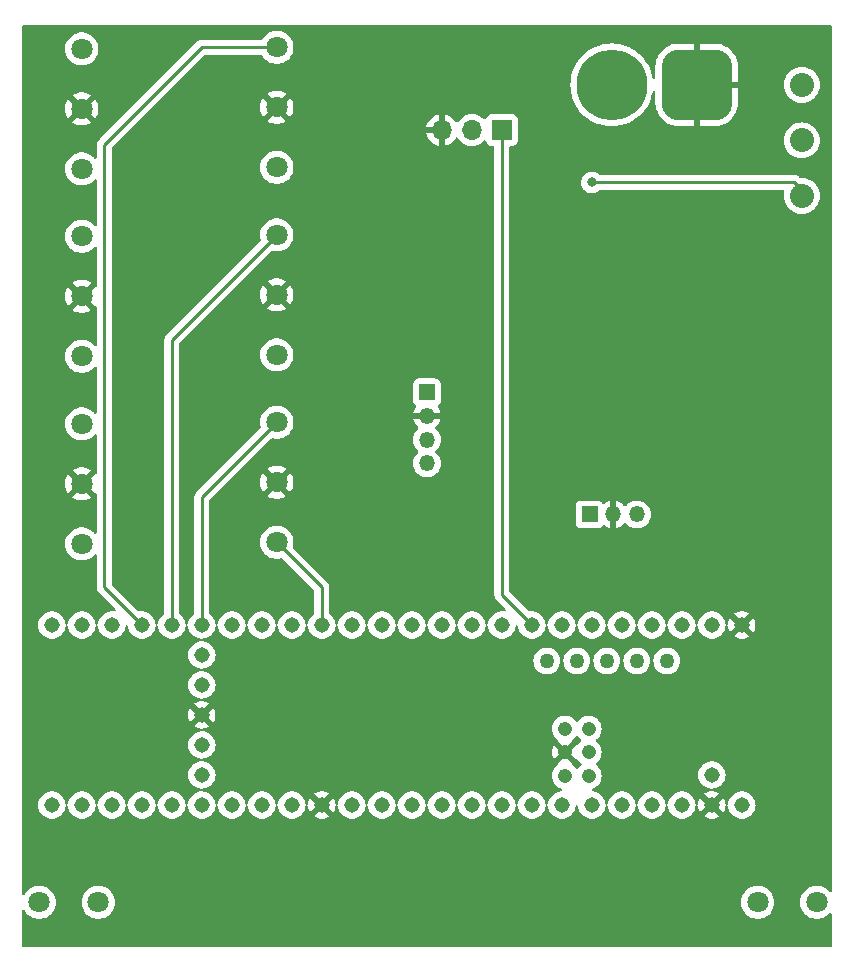
<source format=gbr>
%TF.GenerationSoftware,KiCad,Pcbnew,7.0.7*%
%TF.CreationDate,2024-02-11T13:41:50-05:00*%
%TF.ProjectId,Frosti,46726f73-7469-42e6-9b69-6361645f7063,rev?*%
%TF.SameCoordinates,Original*%
%TF.FileFunction,Copper,L2,Bot*%
%TF.FilePolarity,Positive*%
%FSLAX46Y46*%
G04 Gerber Fmt 4.6, Leading zero omitted, Abs format (unit mm)*
G04 Created by KiCad (PCBNEW 7.0.7) date 2024-02-11 13:41:50*
%MOMM*%
%LPD*%
G01*
G04 APERTURE LIST*
G04 Aperture macros list*
%AMRoundRect*
0 Rectangle with rounded corners*
0 $1 Rounding radius*
0 $2 $3 $4 $5 $6 $7 $8 $9 X,Y pos of 4 corners*
0 Add a 4 corners polygon primitive as box body*
4,1,4,$2,$3,$4,$5,$6,$7,$8,$9,$2,$3,0*
0 Add four circle primitives for the rounded corners*
1,1,$1+$1,$2,$3*
1,1,$1+$1,$4,$5*
1,1,$1+$1,$6,$7*
1,1,$1+$1,$8,$9*
0 Add four rect primitives between the rounded corners*
20,1,$1+$1,$2,$3,$4,$5,0*
20,1,$1+$1,$4,$5,$6,$7,0*
20,1,$1+$1,$6,$7,$8,$9,0*
20,1,$1+$1,$8,$9,$2,$3,0*%
G04 Aperture macros list end*
%TA.AperFunction,ComponentPad*%
%ADD10C,1.803400*%
%TD*%
%TA.AperFunction,ComponentPad*%
%ADD11R,1.700000X1.700000*%
%TD*%
%TA.AperFunction,ComponentPad*%
%ADD12O,1.700000X1.700000*%
%TD*%
%TA.AperFunction,ComponentPad*%
%ADD13R,1.350000X1.350000*%
%TD*%
%TA.AperFunction,ComponentPad*%
%ADD14O,1.350000X1.350000*%
%TD*%
%TA.AperFunction,ComponentPad*%
%ADD15C,1.308000*%
%TD*%
%TA.AperFunction,ComponentPad*%
%ADD16C,1.258000*%
%TD*%
%TA.AperFunction,ComponentPad*%
%ADD17C,1.208000*%
%TD*%
%TA.AperFunction,ComponentPad*%
%ADD18C,2.032000*%
%TD*%
%TA.AperFunction,ComponentPad*%
%ADD19RoundRect,1.500000X1.500000X1.500000X-1.500000X1.500000X-1.500000X-1.500000X1.500000X-1.500000X0*%
%TD*%
%TA.AperFunction,ComponentPad*%
%ADD20C,6.000000*%
%TD*%
%TA.AperFunction,ViaPad*%
%ADD21C,0.800000*%
%TD*%
%TA.AperFunction,Conductor*%
%ADD22C,0.250000*%
%TD*%
G04 APERTURE END LIST*
D10*
%TO.P,U5,1,Vin*%
%TO.N,Net-(U4-OUT1)*%
X170815000Y-130810000D03*
%TO.P,U5,2,GND*%
%TO.N,Net-(U4-OUT2)*%
X165815000Y-130810000D03*
%TD*%
D11*
%TO.P,Servo Motor,1,PWM*%
%TO.N,Servo PWM Signal*%
X144145000Y-65405000D03*
D12*
%TO.P,Servo Motor,2,+*%
%TO.N,Servo 5V Source*%
X141605000Y-65405000D03*
%TO.P,Servo Motor,3,-*%
%TO.N,GNDREF*%
X139065000Y-65405000D03*
%TD*%
D10*
%TO.P,U11,1,Vin*%
%TO.N,Net-(U10-OUT1)*%
X109980100Y-130810000D03*
%TO.P,U11,2,GND*%
%TO.N,Net-(U10-OUT2)*%
X104980100Y-130810000D03*
%TD*%
%TO.P,U6,1,+5V*%
%TO.N,+3V3*%
X108585000Y-68705000D03*
%TO.P,U6,2,GND*%
%TO.N,GNDREF*%
X108585000Y-63625000D03*
%TO.P,U6,3,Signal_Out*%
%TO.N,Line Sensor 1 Data*%
X108585000Y-58545000D03*
%TD*%
%TO.P,U2,1,+5V*%
%TO.N,+3V3*%
X125095000Y-68580000D03*
%TO.P,U2,2,GND*%
%TO.N,GNDREF*%
X125095000Y-63500000D03*
%TO.P,U2,3,Signal_Out*%
%TO.N,Distance Sensor Data 2*%
X125095000Y-58420000D03*
%TD*%
%TO.P,U1,1,+5V*%
%TO.N,+3V3*%
X125095000Y-84455000D03*
%TO.P,U1,2,GND*%
%TO.N,GNDREF*%
X125095000Y-79375000D03*
%TO.P,U1,3,Signal_Out*%
%TO.N,Distance Sensor Data 1*%
X125095000Y-74295000D03*
%TD*%
D13*
%TO.P,IMU,1,VCC*%
%TO.N,+3V3*%
X137795000Y-87630000D03*
D14*
%TO.P,IMU,2,GND*%
%TO.N,GNDREF*%
X137795000Y-89630000D03*
%TO.P,IMU,3,SCL*%
%TO.N,IMU Clock*%
X137795000Y-91630000D03*
%TO.P,IMU,4,SDA*%
%TO.N,IMU Data*%
X137795000Y-93630000D03*
%TD*%
D15*
%TO.P,U14,0,RX1*%
%TO.N,Start Module Signal*%
X161925000Y-107315000D03*
%TO.P,U14,1,TX1*%
%TO.N,unconnected-(U14-TX1-Pad1)*%
X159385000Y-107315000D03*
%TO.P,U14,2,OUT2*%
%TO.N,unconnected-(U14-OUT2-Pad2)*%
X156845000Y-107315000D03*
%TO.P,U14,3,LRCLK2*%
%TO.N,unconnected-(U14-LRCLK2-Pad3)*%
X154305000Y-107315000D03*
%TO.P,U14,3.3V_1,3.3V*%
%TO.N,+3V3*%
X128905000Y-107315000D03*
%TO.P,U14,3.3V_2,3.3V*%
X159385000Y-122555000D03*
%TO.P,U14,3.3V_3,3.3V*%
X118745000Y-112395000D03*
%TO.P,U14,4,BCLK2*%
%TO.N,unconnected-(U14-BCLK2-Pad4)*%
X151765000Y-107315000D03*
%TO.P,U14,5,IN2*%
%TO.N,unconnected-(U14-IN2-Pad5)*%
X149225000Y-107315000D03*
D16*
%TO.P,U14,5V,5V*%
%TO.N,unconnected-(U14-Pad5V)*%
X158115000Y-110365000D03*
D15*
%TO.P,U14,6,OUT1D*%
%TO.N,Servo PWM Signal*%
X146685000Y-107315000D03*
%TO.P,U14,7,RX2*%
%TO.N,unconnected-(U14-RX2-Pad7)*%
X144145000Y-107315000D03*
%TO.P,U14,8,TX2*%
%TO.N,unconnected-(U14-TX2-Pad8)*%
X141605000Y-107315000D03*
%TO.P,U14,9,OUT1C*%
%TO.N,unconnected-(U14-OUT1C-Pad9)*%
X139065000Y-107315000D03*
%TO.P,U14,10,CS1*%
%TO.N,unconnected-(U14-CS1-Pad10)*%
X136525000Y-107315000D03*
%TO.P,U14,11,MOSI*%
%TO.N,unconnected-(U14-MOSI-Pad11)*%
X133985000Y-107315000D03*
%TO.P,U14,12,MISO*%
%TO.N,unconnected-(U14-MISO-Pad12)*%
X131445000Y-107315000D03*
%TO.P,U14,13,SCK*%
%TO.N,unconnected-(U14-SCK-Pad13)*%
X131445000Y-122555000D03*
%TO.P,U14,14,A0*%
%TO.N,unconnected-(U14-A0-Pad14)*%
X133985000Y-122555000D03*
%TO.P,U14,15,A1*%
%TO.N,unconnected-(U14-A1-Pad15)*%
X136525000Y-122555000D03*
%TO.P,U14,16,A2*%
%TO.N,unconnected-(U14-A2-Pad16)*%
X139065000Y-122555000D03*
%TO.P,U14,17,A3*%
%TO.N,unconnected-(U14-A3-Pad17)*%
X141605000Y-122555000D03*
%TO.P,U14,18,A4*%
%TO.N,unconnected-(U14-A4-Pad18)*%
X144145000Y-122555000D03*
%TO.P,U14,19,A5*%
%TO.N,unconnected-(U14-A5-Pad19)*%
X146685000Y-122555000D03*
%TO.P,U14,20,A6*%
%TO.N,unconnected-(U14-A6-Pad20)*%
X149225000Y-122555000D03*
%TO.P,U14,21,A7*%
%TO.N,Motor Driver 1 PWM High*%
X151765000Y-122555000D03*
%TO.P,U14,22,A8*%
%TO.N,Motor Driver 1 PWM Low*%
X154305000Y-122555000D03*
%TO.P,U14,23,A9*%
%TO.N,unconnected-(U14-A9-Pad23)*%
X156845000Y-122555000D03*
%TO.P,U14,24,A10*%
%TO.N,IMU Clock*%
X126365000Y-107315000D03*
%TO.P,U14,25,A11*%
%TO.N,IMU Data*%
X123825000Y-107315000D03*
%TO.P,U14,26,A12*%
%TO.N,unconnected-(U14-A12-Pad26)*%
X121285000Y-107315000D03*
%TO.P,U14,27,A13*%
%TO.N,Distance Sensor Data 3*%
X118745000Y-107315000D03*
%TO.P,U14,28,RX7*%
%TO.N,Distance Sensor Data 1*%
X116205000Y-107315000D03*
%TO.P,U14,29,TX7*%
%TO.N,Distance Sensor Data 2*%
X113665000Y-107315000D03*
%TO.P,U14,30,CRX3*%
%TO.N,Line Sensor 2 Data*%
X111125000Y-107315000D03*
%TO.P,U14,31,CTX3*%
%TO.N,Line Sensor 3 Data*%
X108585000Y-107315000D03*
%TO.P,U14,32,OUT1B*%
%TO.N,Line Sensor 1 Data*%
X106045000Y-107315000D03*
%TO.P,U14,33,MCLK2*%
%TO.N,unconnected-(U14-MCLK2-Pad33)*%
X106045000Y-122555000D03*
%TO.P,U14,34,RX8*%
%TO.N,unconnected-(U14-RX8-Pad34)*%
X108585000Y-122555000D03*
%TO.P,U14,35,TX8*%
%TO.N,unconnected-(U14-TX8-Pad35)*%
X111125000Y-122555000D03*
%TO.P,U14,36,CS2*%
%TO.N,Motor Driver 2 PWM High*%
X113665000Y-122555000D03*
%TO.P,U14,37,CS3*%
%TO.N,Motor Driver 2 PWM Low*%
X116205000Y-122555000D03*
%TO.P,U14,38,A14*%
%TO.N,unconnected-(U14-A14-Pad38)*%
X118745000Y-122555000D03*
%TO.P,U14,39,A15*%
%TO.N,unconnected-(U14-A15-Pad39)*%
X121285000Y-122555000D03*
%TO.P,U14,40,A16*%
%TO.N,unconnected-(U14-A16-Pad40)*%
X123825000Y-122555000D03*
%TO.P,U14,41,A17*%
%TO.N,unconnected-(U14-A17-Pad41)*%
X126365000Y-122555000D03*
D16*
%TO.P,U14,D+,D+*%
%TO.N,unconnected-(U14-PadD+)*%
X153035000Y-110365000D03*
%TO.P,U14,D-,D-*%
%TO.N,unconnected-(U14-PadD-)*%
X155575000Y-110365000D03*
D15*
%TO.P,U14,GND1,GND*%
%TO.N,GNDREF*%
X164465000Y-107315000D03*
%TO.P,U14,GND2,GND*%
X128905000Y-122555000D03*
%TO.P,U14,GND3,GND*%
X161925000Y-122555000D03*
%TO.P,U14,GND4,GND*%
X118745000Y-114935000D03*
D17*
%TO.P,U14,GND5,GND*%
X149495000Y-118105000D03*
%TO.P,U14,LED,LED*%
%TO.N,unconnected-(U14-PadLED)*%
X151495000Y-118105000D03*
D15*
%TO.P,U14,ON/OFF,ON/OFF*%
%TO.N,unconnected-(U14-PadON{slash}OFF)*%
X118745000Y-120015000D03*
%TO.P,U14,PROGRAM,PROGRAM*%
%TO.N,unconnected-(U14-PadPROGRAM)*%
X118745000Y-117475000D03*
D17*
%TO.P,U14,R+,R+*%
%TO.N,unconnected-(U14-PadR+)*%
X151495000Y-120105000D03*
%TO.P,U14,R-,R-*%
%TO.N,unconnected-(U14-PadR-)*%
X149495000Y-120105000D03*
%TO.P,U14,T+,T+*%
%TO.N,unconnected-(U14-PadT+)*%
X149495000Y-116105000D03*
%TO.P,U14,T-,T-*%
%TO.N,unconnected-(U14-PadT-)*%
X151495000Y-116105000D03*
D16*
%TO.P,U14,USB_GND1,USB_GND*%
%TO.N,Net-(U14-USB_GND-PadUSB_GND1)*%
X150495000Y-110365000D03*
%TO.P,U14,USB_GND2,USB_GND*%
X147955000Y-110365000D03*
D15*
%TO.P,U14,VBAT,VBAT*%
%TO.N,unconnected-(U14-PadVBAT)*%
X118745000Y-109855000D03*
%TO.P,U14,VIN,VIN*%
%TO.N,Servo 5V Source*%
X164465000Y-122555000D03*
%TO.P,U14,VUSB,VUSB*%
%TO.N,unconnected-(U14-PadVUSB)*%
X161925000Y-120015000D03*
%TD*%
D18*
%TO.P,SW2,1,A*%
%TO.N,11.1V Converter Source*%
X169545000Y-70995001D03*
%TO.P,SW2,2,B*%
%TO.N,Net-(SW2-B)*%
X169545000Y-66295000D03*
%TO.P,SW2,3*%
%TO.N,N/C*%
X169545000Y-61595000D03*
%TD*%
D10*
%TO.P,U3,1,+5V*%
%TO.N,+3V3*%
X125095000Y-100330000D03*
%TO.P,U3,2,GND*%
%TO.N,GNDREF*%
X125095000Y-95250000D03*
%TO.P,U3,3,Signal_Out*%
%TO.N,Distance Sensor Data 3*%
X125095000Y-90170000D03*
%TD*%
D19*
%TO.P,GND1,1,Pin_1*%
%TO.N,GNDREF*%
X160655000Y-61595000D03*
D20*
%TO.P,GND1,2,Pin_2*%
%TO.N,Net-(GND1-Pin_2)*%
X153455000Y-61595000D03*
%TD*%
D10*
%TO.P,U8,1,+5V*%
%TO.N,+3V3*%
X108585000Y-100455000D03*
%TO.P,U8,2,GND*%
%TO.N,GNDREF*%
X108585000Y-95375000D03*
%TO.P,U8,3,Signal_Out*%
%TO.N,Line Sensor 2 Data*%
X108585000Y-90295000D03*
%TD*%
D13*
%TO.P,Start Module,1,5V*%
%TO.N,+3V3*%
X151575000Y-97965000D03*
D14*
%TO.P,Start Module,2,GND*%
%TO.N,GNDREF*%
X153575000Y-97965000D03*
%TO.P,Start Module,3,Signal*%
%TO.N,Start Module Signal*%
X155575000Y-97965000D03*
%TD*%
D10*
%TO.P,U7,1,+5V*%
%TO.N,+3V3*%
X108585000Y-84580000D03*
%TO.P,U7,2,GND*%
%TO.N,GNDREF*%
X108585000Y-79500000D03*
%TO.P,U7,3,Signal_Out*%
%TO.N,Line Sensor 3 Data*%
X108585000Y-74420000D03*
%TD*%
D21*
%TO.N,11.1V Converter Source*%
X151765000Y-69850000D03*
%TD*%
D22*
%TO.N,11.1V Converter Source*%
X168910000Y-69850000D02*
X169545000Y-70485000D01*
X169545000Y-70485000D02*
X169545000Y-70995001D01*
X151765000Y-69850000D02*
X168910000Y-69850000D01*
%TO.N,+3V3*%
X128905000Y-107315000D02*
X128905000Y-104140000D01*
X128905000Y-104140000D02*
X125095000Y-100330000D01*
%TO.N,Distance Sensor Data 1*%
X116205000Y-83185000D02*
X116205000Y-107315000D01*
X125095000Y-74295000D02*
X116205000Y-83185000D01*
%TO.N,Distance Sensor Data 2*%
X118745000Y-58420000D02*
X125095000Y-58420000D01*
X113665000Y-107315000D02*
X110490000Y-104140000D01*
X110490000Y-66675000D02*
X118745000Y-58420000D01*
X110490000Y-104140000D02*
X110490000Y-66675000D01*
%TO.N,Distance Sensor Data 3*%
X118745000Y-96520000D02*
X118745000Y-107315000D01*
X125095000Y-90170000D02*
X118745000Y-96520000D01*
%TO.N,Servo PWM Signal*%
X144145000Y-104775000D02*
X146685000Y-107315000D01*
X144145000Y-65405000D02*
X144145000Y-104775000D01*
%TD*%
%TA.AperFunction,Conductor*%
%TO.N,GNDREF*%
G36*
X149974568Y-118235605D02*
G01*
X149996791Y-118253239D01*
X150435321Y-118691767D01*
X150481100Y-118688591D01*
X150549341Y-118703588D01*
X150588637Y-118737567D01*
X150675269Y-118852287D01*
X150826536Y-118990185D01*
X150831830Y-118993463D01*
X150841696Y-118999571D01*
X150888332Y-119051598D01*
X150899437Y-119120579D01*
X150871485Y-119184614D01*
X150841703Y-119210422D01*
X150826544Y-119219808D01*
X150826537Y-119219814D01*
X150675269Y-119357712D01*
X150593954Y-119465392D01*
X150537845Y-119507028D01*
X150468133Y-119511719D01*
X150406951Y-119477977D01*
X150396046Y-119465392D01*
X150314730Y-119357712D01*
X150163464Y-119219815D01*
X150132021Y-119200346D01*
X150085387Y-119148317D01*
X150074127Y-119080629D01*
X150078591Y-119042144D01*
X149641406Y-118604958D01*
X149607921Y-118543635D01*
X149612905Y-118473943D01*
X149654777Y-118418010D01*
X149670062Y-118408227D01*
X149712947Y-118385019D01*
X149792060Y-118299079D01*
X149795554Y-118291111D01*
X149840504Y-118237628D01*
X149907239Y-118216934D01*
X149974568Y-118235605D01*
G37*
%TD.AperFunction*%
%TA.AperFunction,Conductor*%
G36*
X150583048Y-116732022D02*
G01*
X150593954Y-116744608D01*
X150675266Y-116852283D01*
X150675268Y-116852286D01*
X150826537Y-116990185D01*
X150826538Y-116990186D01*
X150841699Y-116999574D01*
X150888334Y-117051603D01*
X150899437Y-117120585D01*
X150871483Y-117184619D01*
X150841699Y-117210426D01*
X150826538Y-117219813D01*
X150826537Y-117219814D01*
X150675269Y-117357712D01*
X150588635Y-117472435D01*
X150532526Y-117514071D01*
X150481089Y-117521410D01*
X150435321Y-117518231D01*
X149995552Y-117958000D01*
X149934229Y-117991485D01*
X149864537Y-117986501D01*
X149808604Y-117944629D01*
X149804070Y-117938152D01*
X149756064Y-117864673D01*
X149756062Y-117864671D01*
X149656399Y-117787100D01*
X149615586Y-117730390D01*
X149611911Y-117660617D01*
X149644880Y-117601566D01*
X150078592Y-117167853D01*
X150074127Y-117129368D01*
X150085955Y-117060507D01*
X150132025Y-117009650D01*
X150163462Y-116990186D01*
X150314732Y-116852285D01*
X150396045Y-116744608D01*
X150452154Y-116702971D01*
X150521866Y-116698279D01*
X150583048Y-116732022D01*
G37*
%TD.AperFunction*%
%TA.AperFunction,Conductor*%
G36*
X172028039Y-56534685D02*
G01*
X172073794Y-56587489D01*
X172085000Y-56639000D01*
X172085000Y-129801467D01*
X172065315Y-129868506D01*
X172012511Y-129914261D01*
X171943353Y-129924205D01*
X171879797Y-129895180D01*
X171869770Y-129885450D01*
X171767936Y-129774829D01*
X171767932Y-129774826D01*
X171584567Y-129632107D01*
X171584561Y-129632103D01*
X171380188Y-129521501D01*
X171380180Y-129521498D01*
X171160402Y-129446048D01*
X170931190Y-129407800D01*
X170698810Y-129407800D01*
X170469597Y-129446048D01*
X170249819Y-129521498D01*
X170249811Y-129521501D01*
X170045438Y-129632103D01*
X170045432Y-129632107D01*
X169862067Y-129774826D01*
X169862064Y-129774829D01*
X169704676Y-129945797D01*
X169704673Y-129945801D01*
X169577575Y-130140337D01*
X169484229Y-130353145D01*
X169427183Y-130578417D01*
X169407994Y-130809994D01*
X169407994Y-130810005D01*
X169427183Y-131041582D01*
X169484229Y-131266854D01*
X169577575Y-131479662D01*
X169704673Y-131674198D01*
X169704675Y-131674201D01*
X169862061Y-131845168D01*
X169862064Y-131845170D01*
X169862067Y-131845173D01*
X170045432Y-131987892D01*
X170045438Y-131987896D01*
X170045441Y-131987898D01*
X170249812Y-132098499D01*
X170469600Y-132173952D01*
X170698810Y-132212200D01*
X170931190Y-132212200D01*
X171160400Y-132173952D01*
X171380188Y-132098499D01*
X171584559Y-131987898D01*
X171767939Y-131845168D01*
X171869771Y-131734547D01*
X171929657Y-131698559D01*
X171999495Y-131700659D01*
X172057111Y-131740183D01*
X172084213Y-131804582D01*
X172085000Y-131818532D01*
X172085000Y-134496000D01*
X172065315Y-134563039D01*
X172012511Y-134608794D01*
X171961000Y-134620000D01*
X103629000Y-134620000D01*
X103561961Y-134600315D01*
X103516206Y-134547511D01*
X103505000Y-134496000D01*
X103505000Y-131529200D01*
X103524685Y-131462161D01*
X103577489Y-131416406D01*
X103646647Y-131406462D01*
X103710203Y-131435487D01*
X103739659Y-131475460D01*
X103740233Y-131475150D01*
X103742452Y-131479251D01*
X103742557Y-131479393D01*
X103742674Y-131479661D01*
X103869773Y-131674198D01*
X103869775Y-131674201D01*
X104027161Y-131845168D01*
X104027164Y-131845170D01*
X104027167Y-131845173D01*
X104210532Y-131987892D01*
X104210538Y-131987896D01*
X104210541Y-131987898D01*
X104414912Y-132098499D01*
X104634700Y-132173952D01*
X104863910Y-132212200D01*
X105096290Y-132212200D01*
X105325500Y-132173952D01*
X105545288Y-132098499D01*
X105749659Y-131987898D01*
X105933039Y-131845168D01*
X106090425Y-131674201D01*
X106217525Y-131479661D01*
X106310871Y-131266854D01*
X106367916Y-131041586D01*
X106387106Y-130810005D01*
X108573094Y-130810005D01*
X108592283Y-131041582D01*
X108649329Y-131266854D01*
X108742675Y-131479662D01*
X108869773Y-131674198D01*
X108869775Y-131674201D01*
X109027161Y-131845168D01*
X109027164Y-131845170D01*
X109027167Y-131845173D01*
X109210532Y-131987892D01*
X109210538Y-131987896D01*
X109210541Y-131987898D01*
X109414912Y-132098499D01*
X109634700Y-132173952D01*
X109863910Y-132212200D01*
X110096290Y-132212200D01*
X110325500Y-132173952D01*
X110545288Y-132098499D01*
X110749659Y-131987898D01*
X110933039Y-131845168D01*
X111090425Y-131674201D01*
X111217525Y-131479661D01*
X111310871Y-131266854D01*
X111367916Y-131041586D01*
X111387106Y-130810005D01*
X164407994Y-130810005D01*
X164427183Y-131041582D01*
X164484229Y-131266854D01*
X164577575Y-131479662D01*
X164704673Y-131674198D01*
X164704675Y-131674201D01*
X164862061Y-131845168D01*
X164862064Y-131845170D01*
X164862067Y-131845173D01*
X165045432Y-131987892D01*
X165045438Y-131987896D01*
X165045441Y-131987898D01*
X165249812Y-132098499D01*
X165469600Y-132173952D01*
X165698810Y-132212200D01*
X165931190Y-132212200D01*
X166160400Y-132173952D01*
X166380188Y-132098499D01*
X166584559Y-131987898D01*
X166767939Y-131845168D01*
X166925325Y-131674201D01*
X167052425Y-131479661D01*
X167145771Y-131266854D01*
X167202816Y-131041586D01*
X167222006Y-130810000D01*
X167202816Y-130578414D01*
X167145771Y-130353146D01*
X167052425Y-130140339D01*
X166925325Y-129945799D01*
X166767939Y-129774832D01*
X166767934Y-129774828D01*
X166767932Y-129774826D01*
X166584567Y-129632107D01*
X166584561Y-129632103D01*
X166380188Y-129521501D01*
X166380180Y-129521498D01*
X166160402Y-129446048D01*
X165931190Y-129407800D01*
X165698810Y-129407800D01*
X165469597Y-129446048D01*
X165249819Y-129521498D01*
X165249811Y-129521501D01*
X165045438Y-129632103D01*
X165045432Y-129632107D01*
X164862067Y-129774826D01*
X164862064Y-129774829D01*
X164704676Y-129945797D01*
X164704673Y-129945801D01*
X164577575Y-130140337D01*
X164484229Y-130353145D01*
X164427183Y-130578417D01*
X164407994Y-130809994D01*
X164407994Y-130810005D01*
X111387106Y-130810005D01*
X111387106Y-130810000D01*
X111367916Y-130578414D01*
X111310871Y-130353146D01*
X111217525Y-130140339D01*
X111090425Y-129945799D01*
X110933039Y-129774832D01*
X110933034Y-129774828D01*
X110933032Y-129774826D01*
X110749667Y-129632107D01*
X110749661Y-129632103D01*
X110545288Y-129521501D01*
X110545280Y-129521498D01*
X110325502Y-129446048D01*
X110096290Y-129407800D01*
X109863910Y-129407800D01*
X109634697Y-129446048D01*
X109414919Y-129521498D01*
X109414911Y-129521501D01*
X109210538Y-129632103D01*
X109210532Y-129632107D01*
X109027167Y-129774826D01*
X109027164Y-129774829D01*
X108869776Y-129945797D01*
X108869773Y-129945801D01*
X108742675Y-130140337D01*
X108649329Y-130353145D01*
X108592283Y-130578417D01*
X108573094Y-130809994D01*
X108573094Y-130810005D01*
X106387106Y-130810005D01*
X106387106Y-130810000D01*
X106367916Y-130578414D01*
X106310871Y-130353146D01*
X106217525Y-130140339D01*
X106090425Y-129945799D01*
X105933039Y-129774832D01*
X105933034Y-129774828D01*
X105933032Y-129774826D01*
X105749667Y-129632107D01*
X105749661Y-129632103D01*
X105545288Y-129521501D01*
X105545280Y-129521498D01*
X105325502Y-129446048D01*
X105096290Y-129407800D01*
X104863910Y-129407800D01*
X104634697Y-129446048D01*
X104414919Y-129521498D01*
X104414911Y-129521501D01*
X104210538Y-129632103D01*
X104210532Y-129632107D01*
X104027167Y-129774826D01*
X104027164Y-129774829D01*
X103869776Y-129945797D01*
X103869773Y-129945801D01*
X103742675Y-130140338D01*
X103742554Y-130140614D01*
X103742473Y-130140709D01*
X103740233Y-130144850D01*
X103739380Y-130144388D01*
X103697595Y-130194098D01*
X103630858Y-130214785D01*
X103563531Y-130196107D01*
X103516990Y-130143995D01*
X103505000Y-130090799D01*
X103505000Y-122555000D01*
X104885554Y-122555000D01*
X104905295Y-122768047D01*
X104905296Y-122768050D01*
X104963846Y-122973835D01*
X104963849Y-122973841D01*
X104992359Y-123031096D01*
X105059219Y-123165370D01*
X105188159Y-123336114D01*
X105346278Y-123480258D01*
X105346283Y-123480261D01*
X105346286Y-123480263D01*
X105528186Y-123592891D01*
X105528187Y-123592891D01*
X105528190Y-123592893D01*
X105727703Y-123670185D01*
X105938020Y-123709500D01*
X105938022Y-123709500D01*
X106151978Y-123709500D01*
X106151980Y-123709500D01*
X106362297Y-123670185D01*
X106561810Y-123592893D01*
X106743722Y-123480258D01*
X106901841Y-123336114D01*
X107030781Y-123165370D01*
X107126151Y-122973840D01*
X107126151Y-122973837D01*
X107126153Y-122973835D01*
X107177590Y-122793050D01*
X107184704Y-122768048D01*
X107191529Y-122694394D01*
X107217315Y-122629457D01*
X107274116Y-122588770D01*
X107343897Y-122585250D01*
X107404503Y-122620015D01*
X107436693Y-122682028D01*
X107438471Y-122694395D01*
X107445295Y-122768047D01*
X107445296Y-122768050D01*
X107503846Y-122973835D01*
X107503849Y-122973841D01*
X107532359Y-123031096D01*
X107599219Y-123165370D01*
X107728159Y-123336114D01*
X107886278Y-123480258D01*
X107886283Y-123480261D01*
X107886286Y-123480263D01*
X108068186Y-123592891D01*
X108068187Y-123592891D01*
X108068190Y-123592893D01*
X108267703Y-123670185D01*
X108478020Y-123709500D01*
X108478022Y-123709500D01*
X108691978Y-123709500D01*
X108691980Y-123709500D01*
X108902297Y-123670185D01*
X109101810Y-123592893D01*
X109283722Y-123480258D01*
X109441841Y-123336114D01*
X109570781Y-123165370D01*
X109666151Y-122973840D01*
X109666151Y-122973837D01*
X109666153Y-122973835D01*
X109717590Y-122793050D01*
X109724704Y-122768048D01*
X109731529Y-122694394D01*
X109757315Y-122629457D01*
X109814116Y-122588770D01*
X109883897Y-122585250D01*
X109944503Y-122620015D01*
X109976693Y-122682028D01*
X109978471Y-122694395D01*
X109985295Y-122768047D01*
X109985296Y-122768050D01*
X110043846Y-122973835D01*
X110043849Y-122973841D01*
X110072359Y-123031096D01*
X110139219Y-123165370D01*
X110268159Y-123336114D01*
X110426278Y-123480258D01*
X110426283Y-123480261D01*
X110426286Y-123480263D01*
X110608186Y-123592891D01*
X110608187Y-123592891D01*
X110608190Y-123592893D01*
X110807703Y-123670185D01*
X111018020Y-123709500D01*
X111018022Y-123709500D01*
X111231978Y-123709500D01*
X111231980Y-123709500D01*
X111442297Y-123670185D01*
X111641810Y-123592893D01*
X111823722Y-123480258D01*
X111981841Y-123336114D01*
X112110781Y-123165370D01*
X112206151Y-122973840D01*
X112206151Y-122973837D01*
X112206153Y-122973835D01*
X112257590Y-122793050D01*
X112264704Y-122768048D01*
X112271529Y-122694394D01*
X112297315Y-122629457D01*
X112354116Y-122588770D01*
X112423897Y-122585250D01*
X112484503Y-122620015D01*
X112516693Y-122682028D01*
X112518471Y-122694395D01*
X112525295Y-122768047D01*
X112525296Y-122768050D01*
X112583846Y-122973835D01*
X112583849Y-122973841D01*
X112612359Y-123031096D01*
X112679219Y-123165370D01*
X112808159Y-123336114D01*
X112966278Y-123480258D01*
X112966283Y-123480261D01*
X112966286Y-123480263D01*
X113148186Y-123592891D01*
X113148187Y-123592891D01*
X113148190Y-123592893D01*
X113347703Y-123670185D01*
X113558020Y-123709500D01*
X113558022Y-123709500D01*
X113771978Y-123709500D01*
X113771980Y-123709500D01*
X113982297Y-123670185D01*
X114181810Y-123592893D01*
X114363722Y-123480258D01*
X114521841Y-123336114D01*
X114650781Y-123165370D01*
X114746151Y-122973840D01*
X114746151Y-122973837D01*
X114746153Y-122973835D01*
X114797590Y-122793050D01*
X114804704Y-122768048D01*
X114811529Y-122694394D01*
X114837315Y-122629457D01*
X114894116Y-122588770D01*
X114963897Y-122585250D01*
X115024503Y-122620015D01*
X115056693Y-122682028D01*
X115058471Y-122694395D01*
X115065295Y-122768047D01*
X115065296Y-122768050D01*
X115123846Y-122973835D01*
X115123849Y-122973841D01*
X115152359Y-123031096D01*
X115219219Y-123165370D01*
X115348159Y-123336114D01*
X115506278Y-123480258D01*
X115506283Y-123480261D01*
X115506286Y-123480263D01*
X115688186Y-123592891D01*
X115688187Y-123592891D01*
X115688190Y-123592893D01*
X115887703Y-123670185D01*
X116098020Y-123709500D01*
X116098022Y-123709500D01*
X116311978Y-123709500D01*
X116311980Y-123709500D01*
X116522297Y-123670185D01*
X116721810Y-123592893D01*
X116903722Y-123480258D01*
X117061841Y-123336114D01*
X117190781Y-123165370D01*
X117286151Y-122973840D01*
X117286151Y-122973837D01*
X117286153Y-122973835D01*
X117337590Y-122793050D01*
X117344704Y-122768048D01*
X117351529Y-122694394D01*
X117377315Y-122629457D01*
X117434116Y-122588770D01*
X117503897Y-122585250D01*
X117564503Y-122620015D01*
X117596693Y-122682028D01*
X117598471Y-122694395D01*
X117605295Y-122768047D01*
X117605296Y-122768050D01*
X117663846Y-122973835D01*
X117663849Y-122973841D01*
X117692359Y-123031096D01*
X117759219Y-123165370D01*
X117888159Y-123336114D01*
X118046278Y-123480258D01*
X118046283Y-123480261D01*
X118046286Y-123480263D01*
X118228186Y-123592891D01*
X118228187Y-123592891D01*
X118228190Y-123592893D01*
X118427703Y-123670185D01*
X118638020Y-123709500D01*
X118638022Y-123709500D01*
X118851978Y-123709500D01*
X118851980Y-123709500D01*
X119062297Y-123670185D01*
X119261810Y-123592893D01*
X119443722Y-123480258D01*
X119601841Y-123336114D01*
X119730781Y-123165370D01*
X119826151Y-122973840D01*
X119826151Y-122973837D01*
X119826153Y-122973835D01*
X119877590Y-122793050D01*
X119884704Y-122768048D01*
X119891529Y-122694394D01*
X119917315Y-122629457D01*
X119974116Y-122588770D01*
X120043897Y-122585250D01*
X120104503Y-122620015D01*
X120136693Y-122682028D01*
X120138471Y-122694395D01*
X120145295Y-122768047D01*
X120145296Y-122768050D01*
X120203846Y-122973835D01*
X120203849Y-122973841D01*
X120232359Y-123031096D01*
X120299219Y-123165370D01*
X120428159Y-123336114D01*
X120586278Y-123480258D01*
X120586283Y-123480261D01*
X120586286Y-123480263D01*
X120768186Y-123592891D01*
X120768187Y-123592891D01*
X120768190Y-123592893D01*
X120967703Y-123670185D01*
X121178020Y-123709500D01*
X121178022Y-123709500D01*
X121391978Y-123709500D01*
X121391980Y-123709500D01*
X121602297Y-123670185D01*
X121801810Y-123592893D01*
X121983722Y-123480258D01*
X122141841Y-123336114D01*
X122270781Y-123165370D01*
X122366151Y-122973840D01*
X122366151Y-122973837D01*
X122366153Y-122973835D01*
X122417590Y-122793050D01*
X122424704Y-122768048D01*
X122431529Y-122694394D01*
X122457315Y-122629457D01*
X122514116Y-122588770D01*
X122583897Y-122585250D01*
X122644503Y-122620015D01*
X122676693Y-122682028D01*
X122678471Y-122694395D01*
X122685295Y-122768047D01*
X122685296Y-122768050D01*
X122743846Y-122973835D01*
X122743849Y-122973841D01*
X122772359Y-123031096D01*
X122839219Y-123165370D01*
X122968159Y-123336114D01*
X123126278Y-123480258D01*
X123126283Y-123480261D01*
X123126286Y-123480263D01*
X123308186Y-123592891D01*
X123308187Y-123592891D01*
X123308190Y-123592893D01*
X123507703Y-123670185D01*
X123718020Y-123709500D01*
X123718022Y-123709500D01*
X123931978Y-123709500D01*
X123931980Y-123709500D01*
X124142297Y-123670185D01*
X124341810Y-123592893D01*
X124523722Y-123480258D01*
X124681841Y-123336114D01*
X124810781Y-123165370D01*
X124906151Y-122973840D01*
X124906151Y-122973837D01*
X124906153Y-122973835D01*
X124957590Y-122793050D01*
X124964704Y-122768048D01*
X124971529Y-122694394D01*
X124997315Y-122629457D01*
X125054116Y-122588770D01*
X125123897Y-122585250D01*
X125184503Y-122620015D01*
X125216693Y-122682028D01*
X125218471Y-122694395D01*
X125225295Y-122768047D01*
X125225296Y-122768050D01*
X125283846Y-122973835D01*
X125283849Y-122973841D01*
X125312359Y-123031096D01*
X125379219Y-123165370D01*
X125508159Y-123336114D01*
X125666278Y-123480258D01*
X125666283Y-123480261D01*
X125666286Y-123480263D01*
X125848186Y-123592891D01*
X125848187Y-123592891D01*
X125848190Y-123592893D01*
X126047703Y-123670185D01*
X126258020Y-123709500D01*
X126258022Y-123709500D01*
X126471978Y-123709500D01*
X126471980Y-123709500D01*
X126682297Y-123670185D01*
X126881810Y-123592893D01*
X127063722Y-123480258D01*
X127221841Y-123336114D01*
X127350781Y-123165370D01*
X127446151Y-122973840D01*
X127446151Y-122973837D01*
X127446153Y-122973835D01*
X127497590Y-122793050D01*
X127504704Y-122768048D01*
X127511780Y-122691686D01*
X127537564Y-122626751D01*
X127594364Y-122586063D01*
X127664145Y-122582543D01*
X127724752Y-122617307D01*
X127756943Y-122679320D01*
X127758721Y-122691687D01*
X127765788Y-122767954D01*
X127765789Y-122767956D01*
X127824315Y-122973654D01*
X127824321Y-122973669D01*
X127919646Y-123165106D01*
X127928980Y-123177466D01*
X128367580Y-122738866D01*
X128428903Y-122705381D01*
X128498594Y-122710365D01*
X128554528Y-122752236D01*
X128565742Y-122770246D01*
X128577359Y-122793045D01*
X128577361Y-122793047D01*
X128577363Y-122793050D01*
X128666949Y-122882636D01*
X128666951Y-122882637D01*
X128666955Y-122882641D01*
X128689747Y-122894254D01*
X128740542Y-122942228D01*
X128757337Y-123010049D01*
X128734799Y-123076184D01*
X128721132Y-123092419D01*
X128285085Y-123528465D01*
X128388415Y-123592444D01*
X128388416Y-123592445D01*
X128587837Y-123669700D01*
X128798068Y-123709000D01*
X129011932Y-123709000D01*
X129222162Y-123669700D01*
X129421585Y-123592444D01*
X129421586Y-123592443D01*
X129524913Y-123528465D01*
X129088866Y-123092419D01*
X129055381Y-123031096D01*
X129060365Y-122961405D01*
X129102236Y-122905471D01*
X129120245Y-122894258D01*
X129143045Y-122882641D01*
X129232641Y-122793045D01*
X129244254Y-122770252D01*
X129292225Y-122719458D01*
X129360046Y-122702661D01*
X129426181Y-122725197D01*
X129442419Y-122738866D01*
X129881018Y-123177465D01*
X129890355Y-123165101D01*
X129890357Y-123165098D01*
X129985678Y-122973669D01*
X129985684Y-122973654D01*
X130044210Y-122767956D01*
X130044211Y-122767954D01*
X130051278Y-122691688D01*
X130077064Y-122626751D01*
X130133864Y-122586063D01*
X130203645Y-122582543D01*
X130264252Y-122617308D01*
X130296442Y-122679321D01*
X130298220Y-122691687D01*
X130305296Y-122768048D01*
X130305296Y-122768050D01*
X130363846Y-122973835D01*
X130363849Y-122973841D01*
X130392359Y-123031096D01*
X130459219Y-123165370D01*
X130588159Y-123336114D01*
X130746278Y-123480258D01*
X130746283Y-123480261D01*
X130746286Y-123480263D01*
X130928186Y-123592891D01*
X130928187Y-123592891D01*
X130928190Y-123592893D01*
X131127703Y-123670185D01*
X131338020Y-123709500D01*
X131338022Y-123709500D01*
X131551978Y-123709500D01*
X131551980Y-123709500D01*
X131762297Y-123670185D01*
X131961810Y-123592893D01*
X132143722Y-123480258D01*
X132301841Y-123336114D01*
X132430781Y-123165370D01*
X132526151Y-122973840D01*
X132526151Y-122973837D01*
X132526153Y-122973835D01*
X132577590Y-122793050D01*
X132584704Y-122768048D01*
X132591529Y-122694394D01*
X132617315Y-122629457D01*
X132674116Y-122588770D01*
X132743897Y-122585250D01*
X132804503Y-122620015D01*
X132836693Y-122682028D01*
X132838471Y-122694395D01*
X132845295Y-122768047D01*
X132845296Y-122768050D01*
X132903846Y-122973835D01*
X132903849Y-122973841D01*
X132932359Y-123031096D01*
X132999219Y-123165370D01*
X133128159Y-123336114D01*
X133286278Y-123480258D01*
X133286283Y-123480261D01*
X133286286Y-123480263D01*
X133468186Y-123592891D01*
X133468187Y-123592891D01*
X133468190Y-123592893D01*
X133667703Y-123670185D01*
X133878020Y-123709500D01*
X133878022Y-123709500D01*
X134091978Y-123709500D01*
X134091980Y-123709500D01*
X134302297Y-123670185D01*
X134501810Y-123592893D01*
X134683722Y-123480258D01*
X134841841Y-123336114D01*
X134970781Y-123165370D01*
X135066151Y-122973840D01*
X135066151Y-122973837D01*
X135066153Y-122973835D01*
X135117590Y-122793050D01*
X135124704Y-122768048D01*
X135131529Y-122694394D01*
X135157315Y-122629457D01*
X135214116Y-122588770D01*
X135283897Y-122585250D01*
X135344503Y-122620015D01*
X135376693Y-122682028D01*
X135378471Y-122694395D01*
X135385295Y-122768047D01*
X135385296Y-122768050D01*
X135443846Y-122973835D01*
X135443849Y-122973841D01*
X135472359Y-123031096D01*
X135539219Y-123165370D01*
X135668159Y-123336114D01*
X135826278Y-123480258D01*
X135826283Y-123480261D01*
X135826286Y-123480263D01*
X136008186Y-123592891D01*
X136008187Y-123592891D01*
X136008190Y-123592893D01*
X136207703Y-123670185D01*
X136418020Y-123709500D01*
X136418022Y-123709500D01*
X136631978Y-123709500D01*
X136631980Y-123709500D01*
X136842297Y-123670185D01*
X137041810Y-123592893D01*
X137223722Y-123480258D01*
X137381841Y-123336114D01*
X137510781Y-123165370D01*
X137606151Y-122973840D01*
X137606151Y-122973837D01*
X137606153Y-122973835D01*
X137657590Y-122793050D01*
X137664704Y-122768048D01*
X137671529Y-122694394D01*
X137697315Y-122629457D01*
X137754116Y-122588770D01*
X137823897Y-122585250D01*
X137884503Y-122620015D01*
X137916693Y-122682028D01*
X137918471Y-122694395D01*
X137925295Y-122768047D01*
X137925296Y-122768050D01*
X137983846Y-122973835D01*
X137983849Y-122973841D01*
X138012359Y-123031096D01*
X138079219Y-123165370D01*
X138208159Y-123336114D01*
X138366278Y-123480258D01*
X138366283Y-123480261D01*
X138366286Y-123480263D01*
X138548186Y-123592891D01*
X138548187Y-123592891D01*
X138548190Y-123592893D01*
X138747703Y-123670185D01*
X138958020Y-123709500D01*
X138958022Y-123709500D01*
X139171978Y-123709500D01*
X139171980Y-123709500D01*
X139382297Y-123670185D01*
X139581810Y-123592893D01*
X139763722Y-123480258D01*
X139921841Y-123336114D01*
X140050781Y-123165370D01*
X140146151Y-122973840D01*
X140146151Y-122973837D01*
X140146153Y-122973835D01*
X140197590Y-122793050D01*
X140204704Y-122768048D01*
X140211529Y-122694394D01*
X140237315Y-122629457D01*
X140294116Y-122588770D01*
X140363897Y-122585250D01*
X140424503Y-122620015D01*
X140456693Y-122682028D01*
X140458471Y-122694395D01*
X140465295Y-122768047D01*
X140465296Y-122768050D01*
X140523846Y-122973835D01*
X140523849Y-122973841D01*
X140552359Y-123031096D01*
X140619219Y-123165370D01*
X140748159Y-123336114D01*
X140906278Y-123480258D01*
X140906283Y-123480261D01*
X140906286Y-123480263D01*
X141088186Y-123592891D01*
X141088187Y-123592891D01*
X141088190Y-123592893D01*
X141287703Y-123670185D01*
X141498020Y-123709500D01*
X141498022Y-123709500D01*
X141711978Y-123709500D01*
X141711980Y-123709500D01*
X141922297Y-123670185D01*
X142121810Y-123592893D01*
X142303722Y-123480258D01*
X142461841Y-123336114D01*
X142590781Y-123165370D01*
X142686151Y-122973840D01*
X142686151Y-122973837D01*
X142686153Y-122973835D01*
X142737590Y-122793050D01*
X142744704Y-122768048D01*
X142751529Y-122694394D01*
X142777315Y-122629457D01*
X142834116Y-122588770D01*
X142903897Y-122585250D01*
X142964503Y-122620015D01*
X142996693Y-122682028D01*
X142998471Y-122694395D01*
X143005295Y-122768047D01*
X143005296Y-122768050D01*
X143063846Y-122973835D01*
X143063849Y-122973841D01*
X143092359Y-123031096D01*
X143159219Y-123165370D01*
X143288159Y-123336114D01*
X143446278Y-123480258D01*
X143446283Y-123480261D01*
X143446286Y-123480263D01*
X143628186Y-123592891D01*
X143628187Y-123592891D01*
X143628190Y-123592893D01*
X143827703Y-123670185D01*
X144038020Y-123709500D01*
X144038022Y-123709500D01*
X144251978Y-123709500D01*
X144251980Y-123709500D01*
X144462297Y-123670185D01*
X144661810Y-123592893D01*
X144843722Y-123480258D01*
X145001841Y-123336114D01*
X145130781Y-123165370D01*
X145226151Y-122973840D01*
X145226151Y-122973837D01*
X145226153Y-122973835D01*
X145277590Y-122793050D01*
X145284704Y-122768048D01*
X145291529Y-122694394D01*
X145317315Y-122629457D01*
X145374116Y-122588770D01*
X145443897Y-122585250D01*
X145504503Y-122620015D01*
X145536693Y-122682028D01*
X145538471Y-122694395D01*
X145545295Y-122768047D01*
X145545296Y-122768050D01*
X145603846Y-122973835D01*
X145603849Y-122973841D01*
X145632359Y-123031096D01*
X145699219Y-123165370D01*
X145828159Y-123336114D01*
X145986278Y-123480258D01*
X145986283Y-123480261D01*
X145986286Y-123480263D01*
X146168186Y-123592891D01*
X146168187Y-123592891D01*
X146168190Y-123592893D01*
X146367703Y-123670185D01*
X146578020Y-123709500D01*
X146578022Y-123709500D01*
X146791978Y-123709500D01*
X146791980Y-123709500D01*
X147002297Y-123670185D01*
X147201810Y-123592893D01*
X147383722Y-123480258D01*
X147541841Y-123336114D01*
X147670781Y-123165370D01*
X147766151Y-122973840D01*
X147766151Y-122973837D01*
X147766153Y-122973835D01*
X147817590Y-122793050D01*
X147824704Y-122768048D01*
X147831529Y-122694394D01*
X147857315Y-122629457D01*
X147914116Y-122588770D01*
X147983897Y-122585250D01*
X148044503Y-122620015D01*
X148076693Y-122682028D01*
X148078471Y-122694395D01*
X148085295Y-122768047D01*
X148085296Y-122768050D01*
X148143846Y-122973835D01*
X148143849Y-122973841D01*
X148172359Y-123031096D01*
X148239219Y-123165370D01*
X148368159Y-123336114D01*
X148526278Y-123480258D01*
X148526283Y-123480261D01*
X148526286Y-123480263D01*
X148708186Y-123592891D01*
X148708187Y-123592891D01*
X148708190Y-123592893D01*
X148907703Y-123670185D01*
X149118020Y-123709500D01*
X149118022Y-123709500D01*
X149331978Y-123709500D01*
X149331980Y-123709500D01*
X149542297Y-123670185D01*
X149741810Y-123592893D01*
X149923722Y-123480258D01*
X150081841Y-123336114D01*
X150210781Y-123165370D01*
X150306151Y-122973840D01*
X150306151Y-122973837D01*
X150306153Y-122973835D01*
X150357590Y-122793050D01*
X150364704Y-122768048D01*
X150371529Y-122694394D01*
X150397315Y-122629457D01*
X150454116Y-122588770D01*
X150523897Y-122585250D01*
X150584503Y-122620015D01*
X150616693Y-122682028D01*
X150618471Y-122694395D01*
X150625295Y-122768047D01*
X150625296Y-122768050D01*
X150683846Y-122973835D01*
X150683849Y-122973841D01*
X150712359Y-123031096D01*
X150779219Y-123165370D01*
X150908159Y-123336114D01*
X151066278Y-123480258D01*
X151066283Y-123480261D01*
X151066286Y-123480263D01*
X151248186Y-123592891D01*
X151248187Y-123592891D01*
X151248190Y-123592893D01*
X151447703Y-123670185D01*
X151658020Y-123709500D01*
X151658022Y-123709500D01*
X151871978Y-123709500D01*
X151871980Y-123709500D01*
X152082297Y-123670185D01*
X152281810Y-123592893D01*
X152463722Y-123480258D01*
X152621841Y-123336114D01*
X152750781Y-123165370D01*
X152846151Y-122973840D01*
X152846151Y-122973837D01*
X152846153Y-122973835D01*
X152897590Y-122793050D01*
X152904704Y-122768048D01*
X152911529Y-122694394D01*
X152937315Y-122629457D01*
X152994116Y-122588770D01*
X153063897Y-122585250D01*
X153124503Y-122620015D01*
X153156693Y-122682028D01*
X153158471Y-122694395D01*
X153165295Y-122768047D01*
X153165296Y-122768050D01*
X153223846Y-122973835D01*
X153223849Y-122973841D01*
X153252359Y-123031096D01*
X153319219Y-123165370D01*
X153448159Y-123336114D01*
X153606278Y-123480258D01*
X153606283Y-123480261D01*
X153606286Y-123480263D01*
X153788186Y-123592891D01*
X153788187Y-123592891D01*
X153788190Y-123592893D01*
X153987703Y-123670185D01*
X154198020Y-123709500D01*
X154198022Y-123709500D01*
X154411978Y-123709500D01*
X154411980Y-123709500D01*
X154622297Y-123670185D01*
X154821810Y-123592893D01*
X155003722Y-123480258D01*
X155161841Y-123336114D01*
X155290781Y-123165370D01*
X155386151Y-122973840D01*
X155386151Y-122973837D01*
X155386153Y-122973835D01*
X155437590Y-122793050D01*
X155444704Y-122768048D01*
X155451529Y-122694394D01*
X155477315Y-122629457D01*
X155534116Y-122588770D01*
X155603897Y-122585250D01*
X155664503Y-122620015D01*
X155696693Y-122682028D01*
X155698471Y-122694395D01*
X155705295Y-122768047D01*
X155705296Y-122768050D01*
X155763846Y-122973835D01*
X155763849Y-122973841D01*
X155792359Y-123031096D01*
X155859219Y-123165370D01*
X155988159Y-123336114D01*
X156146278Y-123480258D01*
X156146283Y-123480261D01*
X156146286Y-123480263D01*
X156328186Y-123592891D01*
X156328187Y-123592891D01*
X156328190Y-123592893D01*
X156527703Y-123670185D01*
X156738020Y-123709500D01*
X156738022Y-123709500D01*
X156951978Y-123709500D01*
X156951980Y-123709500D01*
X157162297Y-123670185D01*
X157361810Y-123592893D01*
X157543722Y-123480258D01*
X157701841Y-123336114D01*
X157830781Y-123165370D01*
X157926151Y-122973840D01*
X157926151Y-122973837D01*
X157926153Y-122973835D01*
X157977590Y-122793050D01*
X157984704Y-122768048D01*
X157991529Y-122694394D01*
X158017315Y-122629457D01*
X158074116Y-122588770D01*
X158143897Y-122585250D01*
X158204503Y-122620015D01*
X158236693Y-122682028D01*
X158238471Y-122694395D01*
X158245295Y-122768047D01*
X158245296Y-122768050D01*
X158303846Y-122973835D01*
X158303849Y-122973841D01*
X158332359Y-123031096D01*
X158399219Y-123165370D01*
X158528159Y-123336114D01*
X158686278Y-123480258D01*
X158686283Y-123480261D01*
X158686286Y-123480263D01*
X158868186Y-123592891D01*
X158868187Y-123592891D01*
X158868190Y-123592893D01*
X159067703Y-123670185D01*
X159278020Y-123709500D01*
X159278022Y-123709500D01*
X159491978Y-123709500D01*
X159491980Y-123709500D01*
X159702297Y-123670185D01*
X159901810Y-123592893D01*
X160083722Y-123480258D01*
X160241841Y-123336114D01*
X160370781Y-123165370D01*
X160466151Y-122973840D01*
X160466151Y-122973837D01*
X160466153Y-122973835D01*
X160517590Y-122793050D01*
X160524704Y-122768048D01*
X160531780Y-122691686D01*
X160557564Y-122626751D01*
X160614364Y-122586063D01*
X160684145Y-122582543D01*
X160744752Y-122617307D01*
X160776943Y-122679320D01*
X160778721Y-122691687D01*
X160785788Y-122767954D01*
X160785789Y-122767956D01*
X160844315Y-122973654D01*
X160844321Y-122973669D01*
X160939646Y-123165106D01*
X160948980Y-123177466D01*
X161387580Y-122738866D01*
X161448903Y-122705381D01*
X161518594Y-122710365D01*
X161574528Y-122752236D01*
X161585742Y-122770246D01*
X161597359Y-122793045D01*
X161597361Y-122793047D01*
X161597363Y-122793050D01*
X161686949Y-122882636D01*
X161686951Y-122882637D01*
X161686955Y-122882641D01*
X161709747Y-122894254D01*
X161760542Y-122942228D01*
X161777337Y-123010049D01*
X161754799Y-123076184D01*
X161741132Y-123092419D01*
X161305085Y-123528465D01*
X161408415Y-123592444D01*
X161408416Y-123592445D01*
X161607837Y-123669700D01*
X161818068Y-123709000D01*
X162031932Y-123709000D01*
X162242162Y-123669700D01*
X162441585Y-123592444D01*
X162441586Y-123592443D01*
X162544913Y-123528465D01*
X162108866Y-123092419D01*
X162075381Y-123031096D01*
X162080365Y-122961405D01*
X162122236Y-122905471D01*
X162140245Y-122894258D01*
X162163045Y-122882641D01*
X162252641Y-122793045D01*
X162264254Y-122770252D01*
X162312225Y-122719458D01*
X162380046Y-122702661D01*
X162446181Y-122725197D01*
X162462419Y-122738866D01*
X162901018Y-123177465D01*
X162910355Y-123165101D01*
X162910357Y-123165098D01*
X163005678Y-122973669D01*
X163005684Y-122973654D01*
X163064210Y-122767956D01*
X163064211Y-122767954D01*
X163071278Y-122691688D01*
X163097064Y-122626751D01*
X163153864Y-122586063D01*
X163223645Y-122582543D01*
X163284252Y-122617308D01*
X163316442Y-122679321D01*
X163318220Y-122691687D01*
X163325296Y-122768048D01*
X163325296Y-122768050D01*
X163383846Y-122973835D01*
X163383849Y-122973841D01*
X163412359Y-123031096D01*
X163479219Y-123165370D01*
X163608159Y-123336114D01*
X163766278Y-123480258D01*
X163766283Y-123480261D01*
X163766286Y-123480263D01*
X163948186Y-123592891D01*
X163948187Y-123592891D01*
X163948190Y-123592893D01*
X164147703Y-123670185D01*
X164358020Y-123709500D01*
X164358022Y-123709500D01*
X164571978Y-123709500D01*
X164571980Y-123709500D01*
X164782297Y-123670185D01*
X164981810Y-123592893D01*
X165163722Y-123480258D01*
X165321841Y-123336114D01*
X165450781Y-123165370D01*
X165546151Y-122973840D01*
X165546151Y-122973837D01*
X165546153Y-122973835D01*
X165597590Y-122793050D01*
X165604704Y-122768048D01*
X165624446Y-122555000D01*
X165621567Y-122523936D01*
X165604704Y-122341952D01*
X165604703Y-122341949D01*
X165546153Y-122136164D01*
X165546150Y-122136158D01*
X165528121Y-122099950D01*
X165450781Y-121944630D01*
X165321841Y-121773886D01*
X165163722Y-121629742D01*
X165163716Y-121629738D01*
X165163713Y-121629736D01*
X164981813Y-121517108D01*
X164981807Y-121517106D01*
X164782297Y-121439815D01*
X164571980Y-121400500D01*
X164358020Y-121400500D01*
X164147703Y-121439815D01*
X164021533Y-121488693D01*
X163948192Y-121517106D01*
X163948186Y-121517108D01*
X163766286Y-121629736D01*
X163766283Y-121629738D01*
X163766279Y-121629740D01*
X163766278Y-121629742D01*
X163608159Y-121773886D01*
X163608158Y-121773887D01*
X163479219Y-121944629D01*
X163383849Y-122136158D01*
X163383846Y-122136164D01*
X163325296Y-122341949D01*
X163325296Y-122341952D01*
X163318220Y-122418312D01*
X163292434Y-122483249D01*
X163235633Y-122523936D01*
X163165852Y-122527456D01*
X163105246Y-122492690D01*
X163073056Y-122430678D01*
X163071278Y-122418311D01*
X163064211Y-122342045D01*
X163064210Y-122342043D01*
X163005684Y-122136345D01*
X163005678Y-122136330D01*
X162910353Y-121944893D01*
X162901019Y-121932533D01*
X162901018Y-121932533D01*
X162462419Y-122371132D01*
X162401096Y-122404617D01*
X162331404Y-122399633D01*
X162275471Y-122357761D01*
X162264256Y-122339751D01*
X162252641Y-122316955D01*
X162252637Y-122316951D01*
X162252636Y-122316949D01*
X162163050Y-122227363D01*
X162163047Y-122227361D01*
X162163045Y-122227359D01*
X162140250Y-122215744D01*
X162089456Y-122167771D01*
X162072661Y-122099950D01*
X162095198Y-122033815D01*
X162108866Y-122017580D01*
X162544913Y-121581533D01*
X162544912Y-121581532D01*
X162441589Y-121517557D01*
X162441583Y-121517554D01*
X162242162Y-121440299D01*
X162064795Y-121407143D01*
X162002514Y-121375475D01*
X161967241Y-121315162D01*
X161970175Y-121245354D01*
X162010384Y-121188214D01*
X162064791Y-121163366D01*
X162242297Y-121130185D01*
X162441810Y-121052893D01*
X162623722Y-120940258D01*
X162781841Y-120796114D01*
X162910781Y-120625370D01*
X163006151Y-120433840D01*
X163006151Y-120433837D01*
X163006153Y-120433835D01*
X163064703Y-120228050D01*
X163064704Y-120228047D01*
X163084446Y-120015000D01*
X163084446Y-120014999D01*
X163064704Y-119801952D01*
X163064703Y-119801949D01*
X163006153Y-119596164D01*
X163006150Y-119596158D01*
X162968758Y-119521064D01*
X162910781Y-119404630D01*
X162781841Y-119233886D01*
X162623722Y-119089742D01*
X162623716Y-119089738D01*
X162623713Y-119089736D01*
X162441813Y-118977108D01*
X162441807Y-118977106D01*
X162242297Y-118899815D01*
X162031980Y-118860500D01*
X161818020Y-118860500D01*
X161607703Y-118899815D01*
X161481533Y-118948693D01*
X161408192Y-118977106D01*
X161408186Y-118977108D01*
X161226286Y-119089736D01*
X161226283Y-119089738D01*
X161226279Y-119089740D01*
X161226278Y-119089742D01*
X161083595Y-119219814D01*
X161068158Y-119233887D01*
X160939219Y-119404629D01*
X160843849Y-119596158D01*
X160843846Y-119596164D01*
X160785296Y-119801949D01*
X160785295Y-119801952D01*
X160765554Y-120014999D01*
X160765554Y-120015000D01*
X160785295Y-120228047D01*
X160785296Y-120228050D01*
X160843846Y-120433835D01*
X160843849Y-120433841D01*
X160939219Y-120625370D01*
X161068159Y-120796114D01*
X161226278Y-120940258D01*
X161226283Y-120940261D01*
X161226286Y-120940263D01*
X161408186Y-121052891D01*
X161408187Y-121052891D01*
X161408190Y-121052893D01*
X161607703Y-121130185D01*
X161785205Y-121163366D01*
X161847485Y-121195033D01*
X161882758Y-121255345D01*
X161879824Y-121325154D01*
X161839615Y-121382294D01*
X161785204Y-121407143D01*
X161607837Y-121440299D01*
X161408415Y-121517555D01*
X161305085Y-121581533D01*
X161741133Y-122017580D01*
X161774618Y-122078903D01*
X161769634Y-122148594D01*
X161727763Y-122204528D01*
X161709748Y-122215745D01*
X161686956Y-122227358D01*
X161686949Y-122227363D01*
X161597363Y-122316949D01*
X161597358Y-122316956D01*
X161585745Y-122339748D01*
X161537770Y-122390544D01*
X161469949Y-122407338D01*
X161403814Y-122384800D01*
X161387580Y-122371133D01*
X160948980Y-121932532D01*
X160948979Y-121932532D01*
X160939646Y-121944894D01*
X160939644Y-121944896D01*
X160844321Y-122136330D01*
X160844315Y-122136345D01*
X160785789Y-122342043D01*
X160785789Y-122342044D01*
X160778721Y-122418313D01*
X160752934Y-122483250D01*
X160696133Y-122523937D01*
X160626352Y-122527456D01*
X160565746Y-122492690D01*
X160533557Y-122430677D01*
X160531780Y-122418323D01*
X160524704Y-122341952D01*
X160492100Y-122227360D01*
X160466153Y-122136164D01*
X160466150Y-122136158D01*
X160448121Y-122099950D01*
X160370781Y-121944630D01*
X160241841Y-121773886D01*
X160083722Y-121629742D01*
X160083716Y-121629738D01*
X160083713Y-121629736D01*
X159901813Y-121517108D01*
X159901807Y-121517106D01*
X159702297Y-121439815D01*
X159491980Y-121400500D01*
X159278020Y-121400500D01*
X159067703Y-121439815D01*
X158941533Y-121488693D01*
X158868192Y-121517106D01*
X158868186Y-121517108D01*
X158686286Y-121629736D01*
X158686283Y-121629738D01*
X158686279Y-121629740D01*
X158686278Y-121629742D01*
X158528159Y-121773886D01*
X158528158Y-121773887D01*
X158399219Y-121944629D01*
X158303849Y-122136158D01*
X158303846Y-122136164D01*
X158245296Y-122341949D01*
X158245295Y-122341952D01*
X158238471Y-122415604D01*
X158212685Y-122480542D01*
X158155884Y-122521229D01*
X158086103Y-122524749D01*
X158025497Y-122489984D01*
X157993307Y-122427971D01*
X157991529Y-122415604D01*
X157984704Y-122341952D01*
X157984703Y-122341949D01*
X157926153Y-122136164D01*
X157926150Y-122136158D01*
X157908121Y-122099950D01*
X157830781Y-121944630D01*
X157701841Y-121773886D01*
X157543722Y-121629742D01*
X157543716Y-121629738D01*
X157543713Y-121629736D01*
X157361813Y-121517108D01*
X157361807Y-121517106D01*
X157162297Y-121439815D01*
X156951980Y-121400500D01*
X156738020Y-121400500D01*
X156527703Y-121439815D01*
X156401533Y-121488693D01*
X156328192Y-121517106D01*
X156328186Y-121517108D01*
X156146286Y-121629736D01*
X156146283Y-121629738D01*
X156146279Y-121629740D01*
X156146278Y-121629742D01*
X155988159Y-121773886D01*
X155988158Y-121773887D01*
X155859219Y-121944629D01*
X155763849Y-122136158D01*
X155763846Y-122136164D01*
X155705296Y-122341949D01*
X155705295Y-122341952D01*
X155698471Y-122415604D01*
X155672685Y-122480542D01*
X155615884Y-122521229D01*
X155546103Y-122524749D01*
X155485497Y-122489984D01*
X155453307Y-122427971D01*
X155451529Y-122415604D01*
X155444704Y-122341952D01*
X155444703Y-122341949D01*
X155386153Y-122136164D01*
X155386150Y-122136158D01*
X155368121Y-122099950D01*
X155290781Y-121944630D01*
X155161841Y-121773886D01*
X155003722Y-121629742D01*
X155003716Y-121629738D01*
X155003713Y-121629736D01*
X154821813Y-121517108D01*
X154821807Y-121517106D01*
X154622297Y-121439815D01*
X154411980Y-121400500D01*
X154198020Y-121400500D01*
X153987703Y-121439815D01*
X153861533Y-121488693D01*
X153788192Y-121517106D01*
X153788186Y-121517108D01*
X153606286Y-121629736D01*
X153606283Y-121629738D01*
X153606279Y-121629740D01*
X153606278Y-121629742D01*
X153448159Y-121773886D01*
X153448158Y-121773887D01*
X153319219Y-121944629D01*
X153223849Y-122136158D01*
X153223846Y-122136164D01*
X153165296Y-122341949D01*
X153165295Y-122341952D01*
X153158471Y-122415604D01*
X153132685Y-122480542D01*
X153075884Y-122521229D01*
X153006103Y-122524749D01*
X152945497Y-122489984D01*
X152913307Y-122427971D01*
X152911529Y-122415604D01*
X152904704Y-122341952D01*
X152904703Y-122341949D01*
X152846153Y-122136164D01*
X152846150Y-122136158D01*
X152828121Y-122099950D01*
X152750781Y-121944630D01*
X152621841Y-121773886D01*
X152463722Y-121629742D01*
X152463716Y-121629738D01*
X152463713Y-121629736D01*
X152281813Y-121517108D01*
X152281807Y-121517106D01*
X152082297Y-121439815D01*
X151871980Y-121400500D01*
X151871783Y-121400500D01*
X151871692Y-121400473D01*
X151866271Y-121399971D01*
X151866369Y-121398910D01*
X151804744Y-121380815D01*
X151758989Y-121328011D01*
X151749045Y-121258853D01*
X151778070Y-121195297D01*
X151826989Y-121160873D01*
X151852195Y-121151107D01*
X151989427Y-121097944D01*
X152163462Y-120990186D01*
X152314732Y-120852285D01*
X152438088Y-120688935D01*
X152529328Y-120505701D01*
X152585345Y-120308821D01*
X152604232Y-120105000D01*
X152585345Y-119901179D01*
X152529328Y-119704299D01*
X152438088Y-119521065D01*
X152314732Y-119357715D01*
X152314730Y-119357712D01*
X152163462Y-119219814D01*
X152163460Y-119219812D01*
X152148302Y-119210427D01*
X152101666Y-119158400D01*
X152090562Y-119089418D01*
X152118515Y-119025384D01*
X152148302Y-118999573D01*
X152163460Y-118990187D01*
X152163459Y-118990187D01*
X152163462Y-118990186D01*
X152314732Y-118852285D01*
X152438088Y-118688935D01*
X152529328Y-118505701D01*
X152585345Y-118308821D01*
X152604232Y-118105000D01*
X152585345Y-117901179D01*
X152529328Y-117704299D01*
X152438088Y-117521065D01*
X152314732Y-117357715D01*
X152314730Y-117357712D01*
X152163462Y-117219814D01*
X152163460Y-117219812D01*
X152148302Y-117210427D01*
X152101666Y-117158400D01*
X152090562Y-117089418D01*
X152118515Y-117025384D01*
X152148302Y-116999573D01*
X152156960Y-116994211D01*
X152163462Y-116990186D01*
X152314732Y-116852285D01*
X152438088Y-116688935D01*
X152529328Y-116505701D01*
X152585345Y-116308821D01*
X152604232Y-116105000D01*
X152585345Y-115901179D01*
X152529328Y-115704299D01*
X152438088Y-115521065D01*
X152355043Y-115411096D01*
X152314730Y-115357712D01*
X152163462Y-115219814D01*
X152163460Y-115219812D01*
X151989430Y-115112057D01*
X151989424Y-115112054D01*
X151838993Y-115053777D01*
X151798556Y-115038112D01*
X151597347Y-115000500D01*
X151392653Y-115000500D01*
X151191444Y-115038112D01*
X151191441Y-115038112D01*
X151191441Y-115038113D01*
X151000575Y-115112054D01*
X151000569Y-115112057D01*
X150826539Y-115219812D01*
X150826537Y-115219814D01*
X150675269Y-115357712D01*
X150593954Y-115465392D01*
X150537845Y-115507028D01*
X150468133Y-115511719D01*
X150406951Y-115477977D01*
X150396046Y-115465392D01*
X150314730Y-115357712D01*
X150163462Y-115219814D01*
X150163460Y-115219812D01*
X149989430Y-115112057D01*
X149989424Y-115112054D01*
X149838993Y-115053777D01*
X149798556Y-115038112D01*
X149597347Y-115000500D01*
X149392653Y-115000500D01*
X149191444Y-115038112D01*
X149191441Y-115038112D01*
X149191441Y-115038113D01*
X149000575Y-115112054D01*
X149000569Y-115112057D01*
X148826539Y-115219812D01*
X148826537Y-115219814D01*
X148675269Y-115357712D01*
X148551912Y-115521064D01*
X148460673Y-115704295D01*
X148404654Y-115901183D01*
X148385768Y-116104999D01*
X148385768Y-116105000D01*
X148404654Y-116308816D01*
X148404654Y-116308818D01*
X148404655Y-116308821D01*
X148441156Y-116437108D01*
X148460673Y-116505704D01*
X148551912Y-116688935D01*
X148675269Y-116852287D01*
X148805401Y-116970917D01*
X148826538Y-116990186D01*
X148857272Y-117009216D01*
X148857975Y-117009651D01*
X148904610Y-117061679D01*
X148915871Y-117129367D01*
X148911406Y-117167853D01*
X149348594Y-117605041D01*
X149382079Y-117666364D01*
X149377095Y-117736056D01*
X149335223Y-117791989D01*
X149319931Y-117801776D01*
X149277056Y-117824979D01*
X149277052Y-117824981D01*
X149197939Y-117910922D01*
X149194441Y-117918896D01*
X149149481Y-117972379D01*
X149082744Y-117993065D01*
X149015417Y-117974386D01*
X148993207Y-117956760D01*
X148554678Y-117518231D01*
X148554676Y-117518231D01*
X148552345Y-117521319D01*
X148552337Y-117521332D01*
X148461144Y-117704470D01*
X148461139Y-117704483D01*
X148405147Y-117901271D01*
X148386270Y-118104999D01*
X148386270Y-118105000D01*
X148405147Y-118308728D01*
X148461139Y-118505516D01*
X148461144Y-118505529D01*
X148552337Y-118688667D01*
X148552343Y-118688677D01*
X148554676Y-118691767D01*
X148554677Y-118691768D01*
X148994447Y-118251999D01*
X149055770Y-118218514D01*
X149125462Y-118223498D01*
X149181395Y-118265370D01*
X149185937Y-118271859D01*
X149233934Y-118345325D01*
X149233935Y-118345326D01*
X149233936Y-118345327D01*
X149284932Y-118385018D01*
X149333600Y-118422898D01*
X149374413Y-118479609D01*
X149378088Y-118549382D01*
X149345119Y-118608433D01*
X148911406Y-119042145D01*
X148915872Y-119080631D01*
X148904044Y-119149492D01*
X148857977Y-119200347D01*
X148826538Y-119219813D01*
X148826537Y-119219814D01*
X148675269Y-119357712D01*
X148551912Y-119521064D01*
X148460673Y-119704295D01*
X148404654Y-119901183D01*
X148385768Y-120104999D01*
X148385768Y-120105000D01*
X148404654Y-120308816D01*
X148404654Y-120308818D01*
X148404655Y-120308821D01*
X148440226Y-120433840D01*
X148460673Y-120505704D01*
X148551912Y-120688935D01*
X148675269Y-120852287D01*
X148826537Y-120990185D01*
X148826539Y-120990187D01*
X149000569Y-121097942D01*
X149000575Y-121097945D01*
X149163011Y-121160873D01*
X149218413Y-121203446D01*
X149242003Y-121269213D01*
X149226292Y-121337293D01*
X149176268Y-121386072D01*
X149123652Y-121399148D01*
X149123729Y-121399971D01*
X149118333Y-121400470D01*
X149118217Y-121400500D01*
X149118020Y-121400500D01*
X148907703Y-121439815D01*
X148781533Y-121488693D01*
X148708192Y-121517106D01*
X148708186Y-121517108D01*
X148526286Y-121629736D01*
X148526283Y-121629738D01*
X148526279Y-121629740D01*
X148526278Y-121629742D01*
X148368159Y-121773886D01*
X148368158Y-121773887D01*
X148239219Y-121944629D01*
X148143849Y-122136158D01*
X148143846Y-122136164D01*
X148085296Y-122341949D01*
X148085295Y-122341952D01*
X148078471Y-122415604D01*
X148052685Y-122480542D01*
X147995884Y-122521229D01*
X147926103Y-122524749D01*
X147865497Y-122489984D01*
X147833307Y-122427971D01*
X147831529Y-122415604D01*
X147824704Y-122341952D01*
X147824703Y-122341949D01*
X147766153Y-122136164D01*
X147766150Y-122136158D01*
X147748121Y-122099950D01*
X147670781Y-121944630D01*
X147541841Y-121773886D01*
X147383722Y-121629742D01*
X147383716Y-121629738D01*
X147383713Y-121629736D01*
X147201813Y-121517108D01*
X147201807Y-121517106D01*
X147002297Y-121439815D01*
X146791980Y-121400500D01*
X146578020Y-121400500D01*
X146367703Y-121439815D01*
X146241533Y-121488693D01*
X146168192Y-121517106D01*
X146168186Y-121517108D01*
X145986286Y-121629736D01*
X145986283Y-121629738D01*
X145986279Y-121629740D01*
X145986278Y-121629742D01*
X145828159Y-121773886D01*
X145828158Y-121773887D01*
X145699219Y-121944629D01*
X145603849Y-122136158D01*
X145603846Y-122136164D01*
X145545296Y-122341949D01*
X145545295Y-122341952D01*
X145538471Y-122415604D01*
X145512685Y-122480542D01*
X145455884Y-122521229D01*
X145386103Y-122524749D01*
X145325497Y-122489984D01*
X145293307Y-122427971D01*
X145291529Y-122415604D01*
X145284704Y-122341952D01*
X145284703Y-122341949D01*
X145226153Y-122136164D01*
X145226150Y-122136158D01*
X145208121Y-122099950D01*
X145130781Y-121944630D01*
X145001841Y-121773886D01*
X144843722Y-121629742D01*
X144843716Y-121629738D01*
X144843713Y-121629736D01*
X144661813Y-121517108D01*
X144661807Y-121517106D01*
X144462297Y-121439815D01*
X144251980Y-121400500D01*
X144038020Y-121400500D01*
X143827703Y-121439815D01*
X143701533Y-121488693D01*
X143628192Y-121517106D01*
X143628186Y-121517108D01*
X143446286Y-121629736D01*
X143446283Y-121629738D01*
X143446279Y-121629740D01*
X143446278Y-121629742D01*
X143288159Y-121773886D01*
X143288158Y-121773887D01*
X143159219Y-121944629D01*
X143063849Y-122136158D01*
X143063846Y-122136164D01*
X143005296Y-122341949D01*
X143005295Y-122341952D01*
X142998471Y-122415604D01*
X142972685Y-122480542D01*
X142915884Y-122521229D01*
X142846103Y-122524749D01*
X142785497Y-122489984D01*
X142753307Y-122427971D01*
X142751529Y-122415604D01*
X142744704Y-122341952D01*
X142744703Y-122341949D01*
X142686153Y-122136164D01*
X142686150Y-122136158D01*
X142668121Y-122099950D01*
X142590781Y-121944630D01*
X142461841Y-121773886D01*
X142303722Y-121629742D01*
X142303716Y-121629738D01*
X142303713Y-121629736D01*
X142121813Y-121517108D01*
X142121807Y-121517106D01*
X141922297Y-121439815D01*
X141711980Y-121400500D01*
X141498020Y-121400500D01*
X141287703Y-121439815D01*
X141161533Y-121488693D01*
X141088192Y-121517106D01*
X141088186Y-121517108D01*
X140906286Y-121629736D01*
X140906283Y-121629738D01*
X140906279Y-121629740D01*
X140906278Y-121629742D01*
X140748159Y-121773886D01*
X140748158Y-121773887D01*
X140619219Y-121944629D01*
X140523849Y-122136158D01*
X140523846Y-122136164D01*
X140465296Y-122341949D01*
X140465295Y-122341952D01*
X140458471Y-122415604D01*
X140432685Y-122480542D01*
X140375884Y-122521229D01*
X140306103Y-122524749D01*
X140245497Y-122489984D01*
X140213307Y-122427971D01*
X140211529Y-122415604D01*
X140204704Y-122341952D01*
X140204703Y-122341949D01*
X140146153Y-122136164D01*
X140146150Y-122136158D01*
X140128121Y-122099950D01*
X140050781Y-121944630D01*
X139921841Y-121773886D01*
X139763722Y-121629742D01*
X139763716Y-121629738D01*
X139763713Y-121629736D01*
X139581813Y-121517108D01*
X139581807Y-121517106D01*
X139382297Y-121439815D01*
X139171980Y-121400500D01*
X138958020Y-121400500D01*
X138747703Y-121439815D01*
X138621533Y-121488693D01*
X138548192Y-121517106D01*
X138548186Y-121517108D01*
X138366286Y-121629736D01*
X138366283Y-121629738D01*
X138366279Y-121629740D01*
X138366278Y-121629742D01*
X138208159Y-121773886D01*
X138208158Y-121773887D01*
X138079219Y-121944629D01*
X137983849Y-122136158D01*
X137983846Y-122136164D01*
X137925296Y-122341949D01*
X137925295Y-122341952D01*
X137918471Y-122415604D01*
X137892685Y-122480542D01*
X137835884Y-122521229D01*
X137766103Y-122524749D01*
X137705497Y-122489984D01*
X137673307Y-122427971D01*
X137671529Y-122415604D01*
X137664704Y-122341952D01*
X137664703Y-122341949D01*
X137606153Y-122136164D01*
X137606150Y-122136158D01*
X137588121Y-122099950D01*
X137510781Y-121944630D01*
X137381841Y-121773886D01*
X137223722Y-121629742D01*
X137223716Y-121629738D01*
X137223713Y-121629736D01*
X137041813Y-121517108D01*
X137041807Y-121517106D01*
X136842297Y-121439815D01*
X136631980Y-121400500D01*
X136418020Y-121400500D01*
X136207703Y-121439815D01*
X136081533Y-121488693D01*
X136008192Y-121517106D01*
X136008186Y-121517108D01*
X135826286Y-121629736D01*
X135826283Y-121629738D01*
X135826279Y-121629740D01*
X135826278Y-121629742D01*
X135668159Y-121773886D01*
X135668158Y-121773887D01*
X135539219Y-121944629D01*
X135443849Y-122136158D01*
X135443846Y-122136164D01*
X135385296Y-122341949D01*
X135385295Y-122341952D01*
X135378471Y-122415604D01*
X135352685Y-122480542D01*
X135295884Y-122521229D01*
X135226103Y-122524749D01*
X135165497Y-122489984D01*
X135133307Y-122427971D01*
X135131529Y-122415604D01*
X135124704Y-122341952D01*
X135124703Y-122341949D01*
X135066153Y-122136164D01*
X135066150Y-122136158D01*
X135048121Y-122099950D01*
X134970781Y-121944630D01*
X134841841Y-121773886D01*
X134683722Y-121629742D01*
X134683716Y-121629738D01*
X134683713Y-121629736D01*
X134501813Y-121517108D01*
X134501807Y-121517106D01*
X134302297Y-121439815D01*
X134091980Y-121400500D01*
X133878020Y-121400500D01*
X133667703Y-121439815D01*
X133541533Y-121488693D01*
X133468192Y-121517106D01*
X133468186Y-121517108D01*
X133286286Y-121629736D01*
X133286283Y-121629738D01*
X133286279Y-121629740D01*
X133286278Y-121629742D01*
X133128159Y-121773886D01*
X133128158Y-121773887D01*
X132999219Y-121944629D01*
X132903849Y-122136158D01*
X132903846Y-122136164D01*
X132845296Y-122341949D01*
X132845295Y-122341952D01*
X132838471Y-122415604D01*
X132812685Y-122480542D01*
X132755884Y-122521229D01*
X132686103Y-122524749D01*
X132625497Y-122489984D01*
X132593307Y-122427971D01*
X132591529Y-122415604D01*
X132584704Y-122341952D01*
X132584703Y-122341949D01*
X132526153Y-122136164D01*
X132526150Y-122136158D01*
X132508121Y-122099950D01*
X132430781Y-121944630D01*
X132301841Y-121773886D01*
X132143722Y-121629742D01*
X132143716Y-121629738D01*
X132143713Y-121629736D01*
X131961813Y-121517108D01*
X131961807Y-121517106D01*
X131762297Y-121439815D01*
X131551980Y-121400500D01*
X131338020Y-121400500D01*
X131127703Y-121439815D01*
X131001533Y-121488693D01*
X130928192Y-121517106D01*
X130928186Y-121517108D01*
X130746286Y-121629736D01*
X130746283Y-121629738D01*
X130746279Y-121629740D01*
X130746278Y-121629742D01*
X130588159Y-121773886D01*
X130588158Y-121773887D01*
X130459219Y-121944629D01*
X130363849Y-122136158D01*
X130363846Y-122136164D01*
X130305296Y-122341949D01*
X130305296Y-122341952D01*
X130298220Y-122418312D01*
X130272434Y-122483249D01*
X130215633Y-122523936D01*
X130145852Y-122527456D01*
X130085246Y-122492690D01*
X130053056Y-122430678D01*
X130051278Y-122418311D01*
X130044211Y-122342045D01*
X130044210Y-122342043D01*
X129985684Y-122136345D01*
X129985678Y-122136330D01*
X129890353Y-121944893D01*
X129881019Y-121932533D01*
X129881018Y-121932533D01*
X129442419Y-122371132D01*
X129381096Y-122404617D01*
X129311404Y-122399633D01*
X129255471Y-122357761D01*
X129244256Y-122339751D01*
X129232641Y-122316955D01*
X129232637Y-122316951D01*
X129232636Y-122316949D01*
X129143050Y-122227363D01*
X129143047Y-122227361D01*
X129143045Y-122227359D01*
X129120250Y-122215744D01*
X129069456Y-122167771D01*
X129052661Y-122099950D01*
X129075198Y-122033815D01*
X129088866Y-122017580D01*
X129524913Y-121581533D01*
X129524912Y-121581532D01*
X129421589Y-121517557D01*
X129421583Y-121517554D01*
X129222162Y-121440299D01*
X129011932Y-121401000D01*
X128798068Y-121401000D01*
X128587837Y-121440299D01*
X128388415Y-121517555D01*
X128285085Y-121581533D01*
X128721133Y-122017580D01*
X128754618Y-122078903D01*
X128749634Y-122148594D01*
X128707763Y-122204528D01*
X128689748Y-122215745D01*
X128666956Y-122227358D01*
X128666949Y-122227363D01*
X128577363Y-122316949D01*
X128577358Y-122316956D01*
X128565745Y-122339748D01*
X128517770Y-122390544D01*
X128449949Y-122407338D01*
X128383814Y-122384800D01*
X128367580Y-122371133D01*
X127928980Y-121932532D01*
X127928979Y-121932532D01*
X127919646Y-121944894D01*
X127919644Y-121944896D01*
X127824321Y-122136330D01*
X127824315Y-122136345D01*
X127765789Y-122342043D01*
X127765789Y-122342044D01*
X127758721Y-122418313D01*
X127732934Y-122483250D01*
X127676133Y-122523937D01*
X127606352Y-122527456D01*
X127545746Y-122492690D01*
X127513557Y-122430677D01*
X127511780Y-122418323D01*
X127504704Y-122341952D01*
X127472100Y-122227360D01*
X127446153Y-122136164D01*
X127446150Y-122136158D01*
X127428121Y-122099950D01*
X127350781Y-121944630D01*
X127221841Y-121773886D01*
X127063722Y-121629742D01*
X127063716Y-121629738D01*
X127063713Y-121629736D01*
X126881813Y-121517108D01*
X126881807Y-121517106D01*
X126682297Y-121439815D01*
X126471980Y-121400500D01*
X126258020Y-121400500D01*
X126047703Y-121439815D01*
X125921533Y-121488693D01*
X125848192Y-121517106D01*
X125848186Y-121517108D01*
X125666286Y-121629736D01*
X125666283Y-121629738D01*
X125666279Y-121629740D01*
X125666278Y-121629742D01*
X125508159Y-121773886D01*
X125508158Y-121773887D01*
X125379219Y-121944629D01*
X125283849Y-122136158D01*
X125283846Y-122136164D01*
X125225296Y-122341949D01*
X125225295Y-122341952D01*
X125218471Y-122415604D01*
X125192685Y-122480542D01*
X125135884Y-122521229D01*
X125066103Y-122524749D01*
X125005497Y-122489984D01*
X124973307Y-122427971D01*
X124971529Y-122415604D01*
X124964704Y-122341952D01*
X124964703Y-122341949D01*
X124906153Y-122136164D01*
X124906150Y-122136158D01*
X124888121Y-122099950D01*
X124810781Y-121944630D01*
X124681841Y-121773886D01*
X124523722Y-121629742D01*
X124523716Y-121629738D01*
X124523713Y-121629736D01*
X124341813Y-121517108D01*
X124341807Y-121517106D01*
X124142297Y-121439815D01*
X123931980Y-121400500D01*
X123718020Y-121400500D01*
X123507703Y-121439815D01*
X123381533Y-121488693D01*
X123308192Y-121517106D01*
X123308186Y-121517108D01*
X123126286Y-121629736D01*
X123126283Y-121629738D01*
X123126279Y-121629740D01*
X123126278Y-121629742D01*
X122968159Y-121773886D01*
X122968158Y-121773887D01*
X122839219Y-121944629D01*
X122743849Y-122136158D01*
X122743846Y-122136164D01*
X122685296Y-122341949D01*
X122685295Y-122341952D01*
X122678471Y-122415604D01*
X122652685Y-122480542D01*
X122595884Y-122521229D01*
X122526103Y-122524749D01*
X122465497Y-122489984D01*
X122433307Y-122427971D01*
X122431529Y-122415604D01*
X122424704Y-122341952D01*
X122424703Y-122341949D01*
X122366153Y-122136164D01*
X122366150Y-122136158D01*
X122348121Y-122099950D01*
X122270781Y-121944630D01*
X122141841Y-121773886D01*
X121983722Y-121629742D01*
X121983716Y-121629738D01*
X121983713Y-121629736D01*
X121801813Y-121517108D01*
X121801807Y-121517106D01*
X121602297Y-121439815D01*
X121391980Y-121400500D01*
X121178020Y-121400500D01*
X120967703Y-121439815D01*
X120841533Y-121488693D01*
X120768192Y-121517106D01*
X120768186Y-121517108D01*
X120586286Y-121629736D01*
X120586283Y-121629738D01*
X120586279Y-121629740D01*
X120586278Y-121629742D01*
X120428159Y-121773886D01*
X120428158Y-121773887D01*
X120299219Y-121944629D01*
X120203849Y-122136158D01*
X120203846Y-122136164D01*
X120145296Y-122341949D01*
X120145295Y-122341952D01*
X120138471Y-122415604D01*
X120112685Y-122480542D01*
X120055884Y-122521229D01*
X119986103Y-122524749D01*
X119925497Y-122489984D01*
X119893307Y-122427971D01*
X119891529Y-122415604D01*
X119884704Y-122341952D01*
X119884703Y-122341949D01*
X119826153Y-122136164D01*
X119826150Y-122136158D01*
X119808121Y-122099950D01*
X119730781Y-121944630D01*
X119601841Y-121773886D01*
X119443722Y-121629742D01*
X119443716Y-121629738D01*
X119443713Y-121629736D01*
X119261813Y-121517108D01*
X119261807Y-121517106D01*
X119062297Y-121439815D01*
X118969124Y-121422398D01*
X118886154Y-121406888D01*
X118823874Y-121375219D01*
X118788601Y-121314907D01*
X118791535Y-121245099D01*
X118831744Y-121187959D01*
X118886150Y-121163112D01*
X119062297Y-121130185D01*
X119261810Y-121052893D01*
X119443722Y-120940258D01*
X119601841Y-120796114D01*
X119730781Y-120625370D01*
X119826151Y-120433840D01*
X119826151Y-120433837D01*
X119826153Y-120433835D01*
X119884703Y-120228050D01*
X119884704Y-120228047D01*
X119904446Y-120015000D01*
X119904446Y-120014999D01*
X119884704Y-119801952D01*
X119884703Y-119801949D01*
X119826153Y-119596164D01*
X119826150Y-119596158D01*
X119788758Y-119521064D01*
X119730781Y-119404630D01*
X119601841Y-119233886D01*
X119443722Y-119089742D01*
X119443716Y-119089738D01*
X119443713Y-119089736D01*
X119261813Y-118977108D01*
X119261807Y-118977106D01*
X119062297Y-118899815D01*
X118980948Y-118884608D01*
X118886154Y-118866888D01*
X118823874Y-118835219D01*
X118788601Y-118774907D01*
X118791535Y-118705099D01*
X118831744Y-118647959D01*
X118886150Y-118623112D01*
X119062297Y-118590185D01*
X119261810Y-118512893D01*
X119443722Y-118400258D01*
X119601841Y-118256114D01*
X119730781Y-118085370D01*
X119826151Y-117893840D01*
X119826151Y-117893837D01*
X119826153Y-117893835D01*
X119865654Y-117755000D01*
X119884704Y-117688048D01*
X119904446Y-117475000D01*
X119884704Y-117261952D01*
X119859079Y-117171888D01*
X119826153Y-117056164D01*
X119826150Y-117056158D01*
X119793301Y-116990188D01*
X119730781Y-116864630D01*
X119601841Y-116693886D01*
X119443722Y-116549742D01*
X119443716Y-116549738D01*
X119443713Y-116549736D01*
X119261813Y-116437108D01*
X119261807Y-116437106D01*
X119062297Y-116359815D01*
X118927395Y-116334597D01*
X118884795Y-116326634D01*
X118822514Y-116294965D01*
X118787241Y-116234653D01*
X118790175Y-116164845D01*
X118830384Y-116107705D01*
X118884795Y-116082856D01*
X119062163Y-116049700D01*
X119261585Y-115972444D01*
X119261586Y-115972443D01*
X119364913Y-115908465D01*
X118928866Y-115472419D01*
X118895381Y-115411096D01*
X118900365Y-115341405D01*
X118942236Y-115285471D01*
X118960245Y-115274258D01*
X118983045Y-115262641D01*
X119072641Y-115173045D01*
X119084254Y-115150252D01*
X119132225Y-115099458D01*
X119200046Y-115082661D01*
X119266181Y-115105197D01*
X119282419Y-115118866D01*
X119721018Y-115557465D01*
X119730355Y-115545101D01*
X119730357Y-115545098D01*
X119825678Y-115353669D01*
X119825684Y-115353654D01*
X119884210Y-115147956D01*
X119884211Y-115147954D01*
X119903944Y-114935000D01*
X119903944Y-114934999D01*
X119884211Y-114722045D01*
X119884210Y-114722043D01*
X119825684Y-114516345D01*
X119825678Y-114516330D01*
X119730353Y-114324893D01*
X119721019Y-114312533D01*
X119721018Y-114312533D01*
X119282419Y-114751132D01*
X119221096Y-114784617D01*
X119151404Y-114779633D01*
X119095471Y-114737761D01*
X119084256Y-114719751D01*
X119072641Y-114696955D01*
X119072637Y-114696951D01*
X119072636Y-114696949D01*
X118983050Y-114607363D01*
X118983047Y-114607361D01*
X118983045Y-114607359D01*
X118960250Y-114595744D01*
X118909456Y-114547771D01*
X118892661Y-114479950D01*
X118915198Y-114413815D01*
X118928866Y-114397580D01*
X119364913Y-113961533D01*
X119364912Y-113961532D01*
X119261589Y-113897557D01*
X119261583Y-113897554D01*
X119062162Y-113820299D01*
X118884795Y-113787143D01*
X118822514Y-113755475D01*
X118787241Y-113695162D01*
X118790175Y-113625354D01*
X118830384Y-113568214D01*
X118884791Y-113543366D01*
X119062297Y-113510185D01*
X119261810Y-113432893D01*
X119443722Y-113320258D01*
X119601841Y-113176114D01*
X119730781Y-113005370D01*
X119826151Y-112813840D01*
X119826151Y-112813837D01*
X119826153Y-112813835D01*
X119884703Y-112608050D01*
X119884704Y-112608047D01*
X119904446Y-112395000D01*
X119904446Y-112394999D01*
X119884704Y-112181952D01*
X119884703Y-112181949D01*
X119826153Y-111976164D01*
X119826150Y-111976158D01*
X119730781Y-111784630D01*
X119601841Y-111613886D01*
X119443722Y-111469742D01*
X119443716Y-111469738D01*
X119443713Y-111469736D01*
X119261813Y-111357108D01*
X119261807Y-111357106D01*
X119062297Y-111279815D01*
X118980948Y-111264608D01*
X118886154Y-111246888D01*
X118823874Y-111215219D01*
X118788601Y-111154907D01*
X118791535Y-111085099D01*
X118831744Y-111027959D01*
X118886150Y-111003112D01*
X119062297Y-110970185D01*
X119261810Y-110892893D01*
X119443722Y-110780258D01*
X119601841Y-110636114D01*
X119730781Y-110465370D01*
X119780759Y-110365000D01*
X146820661Y-110365000D01*
X146839974Y-110573429D01*
X146897259Y-110774769D01*
X146990562Y-110962147D01*
X146990567Y-110962155D01*
X147116714Y-111129201D01*
X147218555Y-111222040D01*
X147271408Y-111270222D01*
X147449382Y-111380419D01*
X147449383Y-111380419D01*
X147449384Y-111380420D01*
X147490734Y-111396439D01*
X147644573Y-111456036D01*
X147850336Y-111494500D01*
X147850338Y-111494500D01*
X148059662Y-111494500D01*
X148059664Y-111494500D01*
X148265427Y-111456036D01*
X148460618Y-111380419D01*
X148638592Y-111270222D01*
X148793287Y-111129199D01*
X148919434Y-110962153D01*
X149012740Y-110774771D01*
X149070025Y-110573434D01*
X149089339Y-110365000D01*
X149360661Y-110365000D01*
X149379974Y-110573429D01*
X149437259Y-110774769D01*
X149530562Y-110962147D01*
X149530567Y-110962155D01*
X149656714Y-111129201D01*
X149758555Y-111222040D01*
X149811408Y-111270222D01*
X149989382Y-111380419D01*
X149989383Y-111380419D01*
X149989384Y-111380420D01*
X150030734Y-111396439D01*
X150184573Y-111456036D01*
X150390336Y-111494500D01*
X150390338Y-111494500D01*
X150599662Y-111494500D01*
X150599664Y-111494500D01*
X150805427Y-111456036D01*
X151000618Y-111380419D01*
X151178592Y-111270222D01*
X151333287Y-111129199D01*
X151459434Y-110962153D01*
X151552740Y-110774771D01*
X151610025Y-110573434D01*
X151629339Y-110365000D01*
X151900661Y-110365000D01*
X151919974Y-110573429D01*
X151977259Y-110774769D01*
X152070562Y-110962147D01*
X152070567Y-110962155D01*
X152196714Y-111129201D01*
X152298555Y-111222040D01*
X152351408Y-111270222D01*
X152529382Y-111380419D01*
X152529383Y-111380419D01*
X152529384Y-111380420D01*
X152570734Y-111396439D01*
X152724573Y-111456036D01*
X152930336Y-111494500D01*
X152930338Y-111494500D01*
X153139662Y-111494500D01*
X153139664Y-111494500D01*
X153345427Y-111456036D01*
X153540618Y-111380419D01*
X153718592Y-111270222D01*
X153873287Y-111129199D01*
X153999434Y-110962153D01*
X154092740Y-110774771D01*
X154150025Y-110573434D01*
X154169339Y-110365000D01*
X154440661Y-110365000D01*
X154459974Y-110573429D01*
X154517259Y-110774769D01*
X154610562Y-110962147D01*
X154610567Y-110962155D01*
X154736714Y-111129201D01*
X154838555Y-111222040D01*
X154891408Y-111270222D01*
X155069382Y-111380419D01*
X155069383Y-111380419D01*
X155069384Y-111380420D01*
X155110734Y-111396439D01*
X155264573Y-111456036D01*
X155470336Y-111494500D01*
X155470338Y-111494500D01*
X155679662Y-111494500D01*
X155679664Y-111494500D01*
X155885427Y-111456036D01*
X156080618Y-111380419D01*
X156258592Y-111270222D01*
X156413287Y-111129199D01*
X156539434Y-110962153D01*
X156632740Y-110774771D01*
X156690025Y-110573434D01*
X156709339Y-110365000D01*
X156980661Y-110365000D01*
X156999974Y-110573429D01*
X157057259Y-110774769D01*
X157150562Y-110962147D01*
X157150567Y-110962155D01*
X157276714Y-111129201D01*
X157378555Y-111222040D01*
X157431408Y-111270222D01*
X157609382Y-111380419D01*
X157609383Y-111380419D01*
X157609384Y-111380420D01*
X157650734Y-111396439D01*
X157804573Y-111456036D01*
X158010336Y-111494500D01*
X158010338Y-111494500D01*
X158219662Y-111494500D01*
X158219664Y-111494500D01*
X158425427Y-111456036D01*
X158620618Y-111380419D01*
X158798592Y-111270222D01*
X158953287Y-111129199D01*
X159079434Y-110962153D01*
X159172740Y-110774771D01*
X159230025Y-110573434D01*
X159249339Y-110365000D01*
X159230025Y-110156566D01*
X159172740Y-109955229D01*
X159122831Y-109854999D01*
X159079437Y-109767852D01*
X159079432Y-109767844D01*
X158953285Y-109600798D01*
X158798593Y-109459779D01*
X158798592Y-109459778D01*
X158620618Y-109349581D01*
X158620616Y-109349580D01*
X158620615Y-109349579D01*
X158466779Y-109289984D01*
X158425427Y-109273964D01*
X158219664Y-109235500D01*
X158010336Y-109235500D01*
X157804573Y-109273964D01*
X157804570Y-109273964D01*
X157804570Y-109273965D01*
X157609384Y-109349579D01*
X157609383Y-109349580D01*
X157431406Y-109459779D01*
X157276714Y-109600798D01*
X157150567Y-109767844D01*
X157150562Y-109767852D01*
X157057259Y-109955230D01*
X156999974Y-110156570D01*
X156980661Y-110364999D01*
X156980661Y-110365000D01*
X156709339Y-110365000D01*
X156690025Y-110156566D01*
X156632740Y-109955229D01*
X156582831Y-109854999D01*
X156539437Y-109767852D01*
X156539432Y-109767844D01*
X156413285Y-109600798D01*
X156258593Y-109459779D01*
X156258592Y-109459778D01*
X156080618Y-109349581D01*
X156080616Y-109349580D01*
X156080615Y-109349579D01*
X155926779Y-109289984D01*
X155885427Y-109273964D01*
X155679664Y-109235500D01*
X155470336Y-109235500D01*
X155264573Y-109273964D01*
X155264570Y-109273964D01*
X155264570Y-109273965D01*
X155069384Y-109349579D01*
X155069383Y-109349580D01*
X154891406Y-109459779D01*
X154736714Y-109600798D01*
X154610567Y-109767844D01*
X154610562Y-109767852D01*
X154517259Y-109955230D01*
X154459974Y-110156570D01*
X154440661Y-110364999D01*
X154440661Y-110365000D01*
X154169339Y-110365000D01*
X154150025Y-110156566D01*
X154092740Y-109955229D01*
X154042831Y-109854999D01*
X153999437Y-109767852D01*
X153999432Y-109767844D01*
X153873285Y-109600798D01*
X153718593Y-109459779D01*
X153718592Y-109459778D01*
X153540618Y-109349581D01*
X153540616Y-109349580D01*
X153540615Y-109349579D01*
X153386779Y-109289984D01*
X153345427Y-109273964D01*
X153139664Y-109235500D01*
X152930336Y-109235500D01*
X152724573Y-109273964D01*
X152724570Y-109273964D01*
X152724570Y-109273965D01*
X152529384Y-109349579D01*
X152529383Y-109349580D01*
X152351406Y-109459779D01*
X152196714Y-109600798D01*
X152070567Y-109767844D01*
X152070562Y-109767852D01*
X151977259Y-109955230D01*
X151919974Y-110156570D01*
X151900661Y-110364999D01*
X151900661Y-110365000D01*
X151629339Y-110365000D01*
X151610025Y-110156566D01*
X151552740Y-109955229D01*
X151502831Y-109854999D01*
X151459437Y-109767852D01*
X151459432Y-109767844D01*
X151333285Y-109600798D01*
X151178593Y-109459779D01*
X151178592Y-109459778D01*
X151000618Y-109349581D01*
X151000616Y-109349580D01*
X151000615Y-109349579D01*
X150846779Y-109289984D01*
X150805427Y-109273964D01*
X150599664Y-109235500D01*
X150390336Y-109235500D01*
X150184573Y-109273964D01*
X150184570Y-109273964D01*
X150184570Y-109273965D01*
X149989384Y-109349579D01*
X149989383Y-109349580D01*
X149811406Y-109459779D01*
X149656714Y-109600798D01*
X149530567Y-109767844D01*
X149530562Y-109767852D01*
X149437259Y-109955230D01*
X149379974Y-110156570D01*
X149360661Y-110364999D01*
X149360661Y-110365000D01*
X149089339Y-110365000D01*
X149070025Y-110156566D01*
X149012740Y-109955229D01*
X148962831Y-109854999D01*
X148919437Y-109767852D01*
X148919432Y-109767844D01*
X148793285Y-109600798D01*
X148638593Y-109459779D01*
X148638592Y-109459778D01*
X148460618Y-109349581D01*
X148460616Y-109349580D01*
X148460615Y-109349579D01*
X148306779Y-109289984D01*
X148265427Y-109273964D01*
X148059664Y-109235500D01*
X147850336Y-109235500D01*
X147644573Y-109273964D01*
X147644570Y-109273964D01*
X147644570Y-109273965D01*
X147449384Y-109349579D01*
X147449383Y-109349580D01*
X147271406Y-109459779D01*
X147116714Y-109600798D01*
X146990567Y-109767844D01*
X146990562Y-109767852D01*
X146897259Y-109955230D01*
X146839974Y-110156570D01*
X146820661Y-110364999D01*
X146820661Y-110365000D01*
X119780759Y-110365000D01*
X119826151Y-110273840D01*
X119826151Y-110273837D01*
X119826153Y-110273835D01*
X119884703Y-110068050D01*
X119884704Y-110068047D01*
X119904446Y-109855000D01*
X119904446Y-109854999D01*
X119884704Y-109641952D01*
X119884703Y-109641949D01*
X119826153Y-109436164D01*
X119826150Y-109436158D01*
X119783040Y-109349581D01*
X119730781Y-109244630D01*
X119601841Y-109073886D01*
X119443722Y-108929742D01*
X119443716Y-108929738D01*
X119443713Y-108929736D01*
X119261813Y-108817108D01*
X119261807Y-108817106D01*
X119062297Y-108739815D01*
X118980948Y-108724608D01*
X118886154Y-108706888D01*
X118823874Y-108675219D01*
X118788601Y-108614907D01*
X118791535Y-108545099D01*
X118831744Y-108487959D01*
X118886150Y-108463112D01*
X119062297Y-108430185D01*
X119261810Y-108352893D01*
X119443722Y-108240258D01*
X119601841Y-108096114D01*
X119730781Y-107925370D01*
X119826151Y-107733840D01*
X119826151Y-107733837D01*
X119826153Y-107733835D01*
X119877590Y-107553050D01*
X119884704Y-107528048D01*
X119891529Y-107454394D01*
X119917315Y-107389457D01*
X119974116Y-107348770D01*
X120043897Y-107345250D01*
X120104503Y-107380015D01*
X120136693Y-107442028D01*
X120138471Y-107454395D01*
X120145295Y-107528047D01*
X120145296Y-107528050D01*
X120203846Y-107733835D01*
X120203849Y-107733841D01*
X120232359Y-107791096D01*
X120299219Y-107925370D01*
X120428159Y-108096114D01*
X120586278Y-108240258D01*
X120586283Y-108240261D01*
X120586286Y-108240263D01*
X120768186Y-108352891D01*
X120768187Y-108352891D01*
X120768190Y-108352893D01*
X120967703Y-108430185D01*
X121178020Y-108469500D01*
X121178022Y-108469500D01*
X121391978Y-108469500D01*
X121391980Y-108469500D01*
X121602297Y-108430185D01*
X121801810Y-108352893D01*
X121983722Y-108240258D01*
X122141841Y-108096114D01*
X122270781Y-107925370D01*
X122366151Y-107733840D01*
X122366151Y-107733837D01*
X122366153Y-107733835D01*
X122417590Y-107553050D01*
X122424704Y-107528048D01*
X122431529Y-107454394D01*
X122457315Y-107389457D01*
X122514116Y-107348770D01*
X122583897Y-107345250D01*
X122644503Y-107380015D01*
X122676693Y-107442028D01*
X122678471Y-107454395D01*
X122685295Y-107528047D01*
X122685296Y-107528050D01*
X122743846Y-107733835D01*
X122743849Y-107733841D01*
X122772359Y-107791096D01*
X122839219Y-107925370D01*
X122968159Y-108096114D01*
X123126278Y-108240258D01*
X123126283Y-108240261D01*
X123126286Y-108240263D01*
X123308186Y-108352891D01*
X123308187Y-108352891D01*
X123308190Y-108352893D01*
X123507703Y-108430185D01*
X123718020Y-108469500D01*
X123718022Y-108469500D01*
X123931978Y-108469500D01*
X123931980Y-108469500D01*
X124142297Y-108430185D01*
X124341810Y-108352893D01*
X124523722Y-108240258D01*
X124681841Y-108096114D01*
X124810781Y-107925370D01*
X124906151Y-107733840D01*
X124906151Y-107733837D01*
X124906153Y-107733835D01*
X124957590Y-107553050D01*
X124964704Y-107528048D01*
X124971529Y-107454394D01*
X124997315Y-107389457D01*
X125054116Y-107348770D01*
X125123897Y-107345250D01*
X125184503Y-107380015D01*
X125216693Y-107442028D01*
X125218471Y-107454395D01*
X125225295Y-107528047D01*
X125225296Y-107528050D01*
X125283846Y-107733835D01*
X125283849Y-107733841D01*
X125312359Y-107791096D01*
X125379219Y-107925370D01*
X125508159Y-108096114D01*
X125666278Y-108240258D01*
X125666283Y-108240261D01*
X125666286Y-108240263D01*
X125848186Y-108352891D01*
X125848187Y-108352891D01*
X125848190Y-108352893D01*
X126047703Y-108430185D01*
X126258020Y-108469500D01*
X126258022Y-108469500D01*
X126471978Y-108469500D01*
X126471980Y-108469500D01*
X126682297Y-108430185D01*
X126881810Y-108352893D01*
X127063722Y-108240258D01*
X127221841Y-108096114D01*
X127350781Y-107925370D01*
X127446151Y-107733840D01*
X127446151Y-107733837D01*
X127446153Y-107733835D01*
X127497590Y-107553050D01*
X127504704Y-107528048D01*
X127511529Y-107454394D01*
X127537315Y-107389457D01*
X127594116Y-107348770D01*
X127663897Y-107345250D01*
X127724503Y-107380015D01*
X127756693Y-107442028D01*
X127758471Y-107454395D01*
X127765295Y-107528047D01*
X127765296Y-107528050D01*
X127823846Y-107733835D01*
X127823849Y-107733841D01*
X127852359Y-107791096D01*
X127919219Y-107925370D01*
X128048159Y-108096114D01*
X128206278Y-108240258D01*
X128206283Y-108240261D01*
X128206286Y-108240263D01*
X128388186Y-108352891D01*
X128388187Y-108352891D01*
X128388190Y-108352893D01*
X128587703Y-108430185D01*
X128798020Y-108469500D01*
X128798022Y-108469500D01*
X129011978Y-108469500D01*
X129011980Y-108469500D01*
X129222297Y-108430185D01*
X129421810Y-108352893D01*
X129603722Y-108240258D01*
X129761841Y-108096114D01*
X129890781Y-107925370D01*
X129986151Y-107733840D01*
X129986151Y-107733837D01*
X129986153Y-107733835D01*
X130037590Y-107553050D01*
X130044704Y-107528048D01*
X130051529Y-107454394D01*
X130077315Y-107389457D01*
X130134116Y-107348770D01*
X130203897Y-107345250D01*
X130264503Y-107380015D01*
X130296693Y-107442028D01*
X130298471Y-107454395D01*
X130305295Y-107528047D01*
X130305296Y-107528050D01*
X130363846Y-107733835D01*
X130363849Y-107733841D01*
X130392359Y-107791096D01*
X130459219Y-107925370D01*
X130588159Y-108096114D01*
X130746278Y-108240258D01*
X130746283Y-108240261D01*
X130746286Y-108240263D01*
X130928186Y-108352891D01*
X130928187Y-108352891D01*
X130928190Y-108352893D01*
X131127703Y-108430185D01*
X131338020Y-108469500D01*
X131338022Y-108469500D01*
X131551978Y-108469500D01*
X131551980Y-108469500D01*
X131762297Y-108430185D01*
X131961810Y-108352893D01*
X132143722Y-108240258D01*
X132301841Y-108096114D01*
X132430781Y-107925370D01*
X132526151Y-107733840D01*
X132526151Y-107733837D01*
X132526153Y-107733835D01*
X132577590Y-107553050D01*
X132584704Y-107528048D01*
X132591529Y-107454394D01*
X132617315Y-107389457D01*
X132674116Y-107348770D01*
X132743897Y-107345250D01*
X132804503Y-107380015D01*
X132836693Y-107442028D01*
X132838471Y-107454395D01*
X132845295Y-107528047D01*
X132845296Y-107528050D01*
X132903846Y-107733835D01*
X132903849Y-107733841D01*
X132932359Y-107791096D01*
X132999219Y-107925370D01*
X133128159Y-108096114D01*
X133286278Y-108240258D01*
X133286283Y-108240261D01*
X133286286Y-108240263D01*
X133468186Y-108352891D01*
X133468187Y-108352891D01*
X133468190Y-108352893D01*
X133667703Y-108430185D01*
X133878020Y-108469500D01*
X133878022Y-108469500D01*
X134091978Y-108469500D01*
X134091980Y-108469500D01*
X134302297Y-108430185D01*
X134501810Y-108352893D01*
X134683722Y-108240258D01*
X134841841Y-108096114D01*
X134970781Y-107925370D01*
X135066151Y-107733840D01*
X135066151Y-107733837D01*
X135066153Y-107733835D01*
X135117590Y-107553050D01*
X135124704Y-107528048D01*
X135131529Y-107454394D01*
X135157315Y-107389457D01*
X135214116Y-107348770D01*
X135283897Y-107345250D01*
X135344503Y-107380015D01*
X135376693Y-107442028D01*
X135378471Y-107454395D01*
X135385295Y-107528047D01*
X135385296Y-107528050D01*
X135443846Y-107733835D01*
X135443849Y-107733841D01*
X135472359Y-107791096D01*
X135539219Y-107925370D01*
X135668159Y-108096114D01*
X135826278Y-108240258D01*
X135826283Y-108240261D01*
X135826286Y-108240263D01*
X136008186Y-108352891D01*
X136008187Y-108352891D01*
X136008190Y-108352893D01*
X136207703Y-108430185D01*
X136418020Y-108469500D01*
X136418022Y-108469500D01*
X136631978Y-108469500D01*
X136631980Y-108469500D01*
X136842297Y-108430185D01*
X137041810Y-108352893D01*
X137223722Y-108240258D01*
X137381841Y-108096114D01*
X137510781Y-107925370D01*
X137606151Y-107733840D01*
X137606151Y-107733837D01*
X137606153Y-107733835D01*
X137657590Y-107553050D01*
X137664704Y-107528048D01*
X137671529Y-107454394D01*
X137697315Y-107389457D01*
X137754116Y-107348770D01*
X137823897Y-107345250D01*
X137884503Y-107380015D01*
X137916693Y-107442028D01*
X137918471Y-107454395D01*
X137925295Y-107528047D01*
X137925296Y-107528050D01*
X137983846Y-107733835D01*
X137983849Y-107733841D01*
X138012359Y-107791096D01*
X138079219Y-107925370D01*
X138208159Y-108096114D01*
X138366278Y-108240258D01*
X138366283Y-108240261D01*
X138366286Y-108240263D01*
X138548186Y-108352891D01*
X138548187Y-108352891D01*
X138548190Y-108352893D01*
X138747703Y-108430185D01*
X138958020Y-108469500D01*
X138958022Y-108469500D01*
X139171978Y-108469500D01*
X139171980Y-108469500D01*
X139382297Y-108430185D01*
X139581810Y-108352893D01*
X139763722Y-108240258D01*
X139921841Y-108096114D01*
X140050781Y-107925370D01*
X140146151Y-107733840D01*
X140146151Y-107733837D01*
X140146153Y-107733835D01*
X140197590Y-107553050D01*
X140204704Y-107528048D01*
X140211529Y-107454394D01*
X140237315Y-107389457D01*
X140294116Y-107348770D01*
X140363897Y-107345250D01*
X140424503Y-107380015D01*
X140456693Y-107442028D01*
X140458471Y-107454395D01*
X140465295Y-107528047D01*
X140465296Y-107528050D01*
X140523846Y-107733835D01*
X140523849Y-107733841D01*
X140552359Y-107791096D01*
X140619219Y-107925370D01*
X140748159Y-108096114D01*
X140906278Y-108240258D01*
X140906283Y-108240261D01*
X140906286Y-108240263D01*
X141088186Y-108352891D01*
X141088187Y-108352891D01*
X141088190Y-108352893D01*
X141287703Y-108430185D01*
X141498020Y-108469500D01*
X141498022Y-108469500D01*
X141711978Y-108469500D01*
X141711980Y-108469500D01*
X141922297Y-108430185D01*
X142121810Y-108352893D01*
X142303722Y-108240258D01*
X142461841Y-108096114D01*
X142590781Y-107925370D01*
X142686151Y-107733840D01*
X142686151Y-107733837D01*
X142686153Y-107733835D01*
X142737590Y-107553050D01*
X142744704Y-107528048D01*
X142751529Y-107454394D01*
X142777315Y-107389457D01*
X142834116Y-107348770D01*
X142903897Y-107345250D01*
X142964503Y-107380015D01*
X142996693Y-107442028D01*
X142998471Y-107454395D01*
X143005295Y-107528047D01*
X143005296Y-107528050D01*
X143063846Y-107733835D01*
X143063849Y-107733841D01*
X143092359Y-107791096D01*
X143159219Y-107925370D01*
X143288159Y-108096114D01*
X143446278Y-108240258D01*
X143446283Y-108240261D01*
X143446286Y-108240263D01*
X143628186Y-108352891D01*
X143628187Y-108352891D01*
X143628190Y-108352893D01*
X143827703Y-108430185D01*
X144038020Y-108469500D01*
X144038022Y-108469500D01*
X144251978Y-108469500D01*
X144251980Y-108469500D01*
X144462297Y-108430185D01*
X144661810Y-108352893D01*
X144843722Y-108240258D01*
X145001841Y-108096114D01*
X145130781Y-107925370D01*
X145226151Y-107733840D01*
X145226151Y-107733837D01*
X145226153Y-107733835D01*
X145277590Y-107553050D01*
X145284704Y-107528048D01*
X145291529Y-107454394D01*
X145317315Y-107389457D01*
X145374116Y-107348770D01*
X145443897Y-107345250D01*
X145504503Y-107380015D01*
X145536693Y-107442028D01*
X145538471Y-107454395D01*
X145545295Y-107528047D01*
X145545296Y-107528050D01*
X145603846Y-107733835D01*
X145603849Y-107733841D01*
X145632359Y-107791096D01*
X145699219Y-107925370D01*
X145828159Y-108096114D01*
X145986278Y-108240258D01*
X145986283Y-108240261D01*
X145986286Y-108240263D01*
X146168186Y-108352891D01*
X146168187Y-108352891D01*
X146168190Y-108352893D01*
X146367703Y-108430185D01*
X146578020Y-108469500D01*
X146578022Y-108469500D01*
X146791978Y-108469500D01*
X146791980Y-108469500D01*
X147002297Y-108430185D01*
X147201810Y-108352893D01*
X147383722Y-108240258D01*
X147541841Y-108096114D01*
X147670781Y-107925370D01*
X147766151Y-107733840D01*
X147766151Y-107733837D01*
X147766153Y-107733835D01*
X147817590Y-107553050D01*
X147824704Y-107528048D01*
X147831529Y-107454394D01*
X147857315Y-107389457D01*
X147914116Y-107348770D01*
X147983897Y-107345250D01*
X148044503Y-107380015D01*
X148076693Y-107442028D01*
X148078471Y-107454395D01*
X148085295Y-107528047D01*
X148085296Y-107528050D01*
X148143846Y-107733835D01*
X148143849Y-107733841D01*
X148172359Y-107791096D01*
X148239219Y-107925370D01*
X148368159Y-108096114D01*
X148526278Y-108240258D01*
X148526283Y-108240261D01*
X148526286Y-108240263D01*
X148708186Y-108352891D01*
X148708187Y-108352891D01*
X148708190Y-108352893D01*
X148907703Y-108430185D01*
X149118020Y-108469500D01*
X149118022Y-108469500D01*
X149331978Y-108469500D01*
X149331980Y-108469500D01*
X149542297Y-108430185D01*
X149741810Y-108352893D01*
X149923722Y-108240258D01*
X150081841Y-108096114D01*
X150210781Y-107925370D01*
X150306151Y-107733840D01*
X150306151Y-107733837D01*
X150306153Y-107733835D01*
X150357590Y-107553050D01*
X150364704Y-107528048D01*
X150371529Y-107454394D01*
X150397315Y-107389457D01*
X150454116Y-107348770D01*
X150523897Y-107345250D01*
X150584503Y-107380015D01*
X150616693Y-107442028D01*
X150618471Y-107454395D01*
X150625295Y-107528047D01*
X150625296Y-107528050D01*
X150683846Y-107733835D01*
X150683849Y-107733841D01*
X150712359Y-107791096D01*
X150779219Y-107925370D01*
X150908159Y-108096114D01*
X151066278Y-108240258D01*
X151066283Y-108240261D01*
X151066286Y-108240263D01*
X151248186Y-108352891D01*
X151248187Y-108352891D01*
X151248190Y-108352893D01*
X151447703Y-108430185D01*
X151658020Y-108469500D01*
X151658022Y-108469500D01*
X151871978Y-108469500D01*
X151871980Y-108469500D01*
X152082297Y-108430185D01*
X152281810Y-108352893D01*
X152463722Y-108240258D01*
X152621841Y-108096114D01*
X152750781Y-107925370D01*
X152846151Y-107733840D01*
X152846151Y-107733837D01*
X152846153Y-107733835D01*
X152897590Y-107553050D01*
X152904704Y-107528048D01*
X152911529Y-107454394D01*
X152937315Y-107389457D01*
X152994116Y-107348770D01*
X153063897Y-107345250D01*
X153124503Y-107380015D01*
X153156693Y-107442028D01*
X153158471Y-107454395D01*
X153165295Y-107528047D01*
X153165296Y-107528050D01*
X153223846Y-107733835D01*
X153223849Y-107733841D01*
X153252359Y-107791096D01*
X153319219Y-107925370D01*
X153448159Y-108096114D01*
X153606278Y-108240258D01*
X153606283Y-108240261D01*
X153606286Y-108240263D01*
X153788186Y-108352891D01*
X153788187Y-108352891D01*
X153788190Y-108352893D01*
X153987703Y-108430185D01*
X154198020Y-108469500D01*
X154198022Y-108469500D01*
X154411978Y-108469500D01*
X154411980Y-108469500D01*
X154622297Y-108430185D01*
X154821810Y-108352893D01*
X155003722Y-108240258D01*
X155161841Y-108096114D01*
X155290781Y-107925370D01*
X155386151Y-107733840D01*
X155386151Y-107733837D01*
X155386153Y-107733835D01*
X155437590Y-107553050D01*
X155444704Y-107528048D01*
X155451529Y-107454394D01*
X155477315Y-107389457D01*
X155534116Y-107348770D01*
X155603897Y-107345250D01*
X155664503Y-107380015D01*
X155696693Y-107442028D01*
X155698471Y-107454395D01*
X155705295Y-107528047D01*
X155705296Y-107528050D01*
X155763846Y-107733835D01*
X155763849Y-107733841D01*
X155792359Y-107791096D01*
X155859219Y-107925370D01*
X155988159Y-108096114D01*
X156146278Y-108240258D01*
X156146283Y-108240261D01*
X156146286Y-108240263D01*
X156328186Y-108352891D01*
X156328187Y-108352891D01*
X156328190Y-108352893D01*
X156527703Y-108430185D01*
X156738020Y-108469500D01*
X156738022Y-108469500D01*
X156951978Y-108469500D01*
X156951980Y-108469500D01*
X157162297Y-108430185D01*
X157361810Y-108352893D01*
X157543722Y-108240258D01*
X157701841Y-108096114D01*
X157830781Y-107925370D01*
X157926151Y-107733840D01*
X157926151Y-107733837D01*
X157926153Y-107733835D01*
X157977590Y-107553050D01*
X157984704Y-107528048D01*
X157991529Y-107454394D01*
X158017315Y-107389457D01*
X158074116Y-107348770D01*
X158143897Y-107345250D01*
X158204503Y-107380015D01*
X158236693Y-107442028D01*
X158238471Y-107454395D01*
X158245295Y-107528047D01*
X158245296Y-107528050D01*
X158303846Y-107733835D01*
X158303849Y-107733841D01*
X158332359Y-107791096D01*
X158399219Y-107925370D01*
X158528159Y-108096114D01*
X158686278Y-108240258D01*
X158686283Y-108240261D01*
X158686286Y-108240263D01*
X158868186Y-108352891D01*
X158868187Y-108352891D01*
X158868190Y-108352893D01*
X159067703Y-108430185D01*
X159278020Y-108469500D01*
X159278022Y-108469500D01*
X159491978Y-108469500D01*
X159491980Y-108469500D01*
X159702297Y-108430185D01*
X159901810Y-108352893D01*
X160083722Y-108240258D01*
X160241841Y-108096114D01*
X160370781Y-107925370D01*
X160466151Y-107733840D01*
X160466151Y-107733837D01*
X160466153Y-107733835D01*
X160517590Y-107553050D01*
X160524704Y-107528048D01*
X160531529Y-107454394D01*
X160557315Y-107389457D01*
X160614116Y-107348770D01*
X160683897Y-107345250D01*
X160744503Y-107380015D01*
X160776693Y-107442028D01*
X160778471Y-107454395D01*
X160785295Y-107528047D01*
X160785296Y-107528050D01*
X160843846Y-107733835D01*
X160843849Y-107733841D01*
X160872359Y-107791096D01*
X160939219Y-107925370D01*
X161068159Y-108096114D01*
X161226278Y-108240258D01*
X161226283Y-108240261D01*
X161226286Y-108240263D01*
X161408186Y-108352891D01*
X161408187Y-108352891D01*
X161408190Y-108352893D01*
X161607703Y-108430185D01*
X161818020Y-108469500D01*
X161818022Y-108469500D01*
X162031978Y-108469500D01*
X162031980Y-108469500D01*
X162242297Y-108430185D01*
X162441810Y-108352893D01*
X162623722Y-108240258D01*
X162781841Y-108096114D01*
X162910781Y-107925370D01*
X163006151Y-107733840D01*
X163006151Y-107733837D01*
X163006153Y-107733835D01*
X163057590Y-107553050D01*
X163064704Y-107528048D01*
X163071780Y-107451686D01*
X163097564Y-107386751D01*
X163154364Y-107346063D01*
X163224145Y-107342543D01*
X163284752Y-107377307D01*
X163316943Y-107439320D01*
X163318721Y-107451687D01*
X163325788Y-107527954D01*
X163325789Y-107527956D01*
X163384315Y-107733654D01*
X163384321Y-107733669D01*
X163479646Y-107925106D01*
X163488980Y-107937466D01*
X163927580Y-107498866D01*
X163988903Y-107465381D01*
X164058594Y-107470365D01*
X164114528Y-107512236D01*
X164125742Y-107530246D01*
X164137359Y-107553045D01*
X164137361Y-107553047D01*
X164137363Y-107553050D01*
X164226949Y-107642636D01*
X164226951Y-107642637D01*
X164226955Y-107642641D01*
X164249747Y-107654254D01*
X164300542Y-107702228D01*
X164317337Y-107770049D01*
X164294799Y-107836184D01*
X164281132Y-107852419D01*
X163845085Y-108288465D01*
X163948415Y-108352444D01*
X163948416Y-108352445D01*
X164147837Y-108429700D01*
X164358068Y-108469000D01*
X164571932Y-108469000D01*
X164782162Y-108429700D01*
X164981585Y-108352444D01*
X164981586Y-108352443D01*
X165084913Y-108288465D01*
X164648866Y-107852419D01*
X164615381Y-107791096D01*
X164620365Y-107721405D01*
X164662236Y-107665471D01*
X164680245Y-107654258D01*
X164703045Y-107642641D01*
X164792641Y-107553045D01*
X164804254Y-107530252D01*
X164852225Y-107479458D01*
X164920046Y-107462661D01*
X164986181Y-107485197D01*
X165002419Y-107498866D01*
X165441018Y-107937465D01*
X165450355Y-107925101D01*
X165450357Y-107925098D01*
X165545678Y-107733669D01*
X165545684Y-107733654D01*
X165604210Y-107527956D01*
X165604211Y-107527954D01*
X165623944Y-107315000D01*
X165623944Y-107314999D01*
X165604211Y-107102045D01*
X165604210Y-107102043D01*
X165545684Y-106896345D01*
X165545678Y-106896330D01*
X165450353Y-106704893D01*
X165441019Y-106692533D01*
X165441018Y-106692533D01*
X165002419Y-107131132D01*
X164941096Y-107164617D01*
X164871404Y-107159633D01*
X164815471Y-107117761D01*
X164804256Y-107099751D01*
X164792641Y-107076955D01*
X164792637Y-107076951D01*
X164792636Y-107076949D01*
X164703050Y-106987363D01*
X164703047Y-106987361D01*
X164703045Y-106987359D01*
X164680250Y-106975744D01*
X164629456Y-106927771D01*
X164612661Y-106859950D01*
X164635198Y-106793815D01*
X164648866Y-106777580D01*
X165084913Y-106341533D01*
X165084912Y-106341532D01*
X164981589Y-106277557D01*
X164981583Y-106277554D01*
X164782162Y-106200299D01*
X164571932Y-106161000D01*
X164358068Y-106161000D01*
X164147837Y-106200299D01*
X163948415Y-106277555D01*
X163845085Y-106341533D01*
X164281133Y-106777580D01*
X164314618Y-106838903D01*
X164309634Y-106908594D01*
X164267763Y-106964528D01*
X164249748Y-106975745D01*
X164226956Y-106987358D01*
X164226949Y-106987363D01*
X164137363Y-107076949D01*
X164137358Y-107076956D01*
X164125745Y-107099748D01*
X164077770Y-107150544D01*
X164009949Y-107167338D01*
X163943814Y-107144800D01*
X163927580Y-107131133D01*
X163488980Y-106692532D01*
X163488979Y-106692532D01*
X163479646Y-106704894D01*
X163479644Y-106704896D01*
X163384321Y-106896330D01*
X163384315Y-106896345D01*
X163325789Y-107102043D01*
X163325789Y-107102044D01*
X163318721Y-107178313D01*
X163292934Y-107243250D01*
X163236133Y-107283937D01*
X163166352Y-107287456D01*
X163105746Y-107252690D01*
X163073557Y-107190677D01*
X163071780Y-107178323D01*
X163064704Y-107101952D01*
X163032100Y-106987360D01*
X163006153Y-106896164D01*
X163006150Y-106896158D01*
X162988121Y-106859950D01*
X162910781Y-106704630D01*
X162781841Y-106533886D01*
X162623722Y-106389742D01*
X162623716Y-106389738D01*
X162623713Y-106389736D01*
X162441813Y-106277108D01*
X162441807Y-106277106D01*
X162437241Y-106275337D01*
X162242297Y-106199815D01*
X162031980Y-106160500D01*
X161818020Y-106160500D01*
X161607703Y-106199815D01*
X161481533Y-106248693D01*
X161408192Y-106277106D01*
X161408186Y-106277108D01*
X161226286Y-106389736D01*
X161226283Y-106389738D01*
X161226279Y-106389740D01*
X161226278Y-106389742D01*
X161226276Y-106389744D01*
X161068158Y-106533887D01*
X160939219Y-106704629D01*
X160843849Y-106896158D01*
X160843846Y-106896164D01*
X160785296Y-107101949D01*
X160785295Y-107101952D01*
X160778471Y-107175604D01*
X160752685Y-107240542D01*
X160695884Y-107281229D01*
X160626103Y-107284749D01*
X160565497Y-107249984D01*
X160533307Y-107187971D01*
X160531529Y-107175604D01*
X160524704Y-107101952D01*
X160524703Y-107101949D01*
X160466153Y-106896164D01*
X160466150Y-106896158D01*
X160448121Y-106859950D01*
X160370781Y-106704630D01*
X160241841Y-106533886D01*
X160083722Y-106389742D01*
X160083716Y-106389738D01*
X160083713Y-106389736D01*
X159901813Y-106277108D01*
X159901807Y-106277106D01*
X159897241Y-106275337D01*
X159702297Y-106199815D01*
X159491980Y-106160500D01*
X159278020Y-106160500D01*
X159067703Y-106199815D01*
X158941533Y-106248693D01*
X158868192Y-106277106D01*
X158868186Y-106277108D01*
X158686286Y-106389736D01*
X158686283Y-106389738D01*
X158686279Y-106389740D01*
X158686278Y-106389742D01*
X158686276Y-106389744D01*
X158528158Y-106533887D01*
X158399219Y-106704629D01*
X158303849Y-106896158D01*
X158303846Y-106896164D01*
X158245296Y-107101949D01*
X158245295Y-107101952D01*
X158238471Y-107175604D01*
X158212685Y-107240542D01*
X158155884Y-107281229D01*
X158086103Y-107284749D01*
X158025497Y-107249984D01*
X157993307Y-107187971D01*
X157991529Y-107175604D01*
X157984704Y-107101952D01*
X157984703Y-107101949D01*
X157926153Y-106896164D01*
X157926150Y-106896158D01*
X157908121Y-106859950D01*
X157830781Y-106704630D01*
X157701841Y-106533886D01*
X157543722Y-106389742D01*
X157543716Y-106389738D01*
X157543713Y-106389736D01*
X157361813Y-106277108D01*
X157361807Y-106277106D01*
X157357241Y-106275337D01*
X157162297Y-106199815D01*
X156951980Y-106160500D01*
X156738020Y-106160500D01*
X156527703Y-106199815D01*
X156401533Y-106248693D01*
X156328192Y-106277106D01*
X156328186Y-106277108D01*
X156146286Y-106389736D01*
X156146283Y-106389738D01*
X156146279Y-106389740D01*
X156146278Y-106389742D01*
X156146276Y-106389744D01*
X155988158Y-106533887D01*
X155859219Y-106704629D01*
X155763849Y-106896158D01*
X155763846Y-106896164D01*
X155705296Y-107101949D01*
X155705295Y-107101952D01*
X155698471Y-107175604D01*
X155672685Y-107240542D01*
X155615884Y-107281229D01*
X155546103Y-107284749D01*
X155485497Y-107249984D01*
X155453307Y-107187971D01*
X155451529Y-107175604D01*
X155444704Y-107101952D01*
X155444703Y-107101949D01*
X155386153Y-106896164D01*
X155386150Y-106896158D01*
X155368121Y-106859950D01*
X155290781Y-106704630D01*
X155161841Y-106533886D01*
X155003722Y-106389742D01*
X155003716Y-106389738D01*
X155003713Y-106389736D01*
X154821813Y-106277108D01*
X154821807Y-106277106D01*
X154817241Y-106275337D01*
X154622297Y-106199815D01*
X154411980Y-106160500D01*
X154198020Y-106160500D01*
X153987703Y-106199815D01*
X153861533Y-106248693D01*
X153788192Y-106277106D01*
X153788186Y-106277108D01*
X153606286Y-106389736D01*
X153606283Y-106389738D01*
X153606279Y-106389740D01*
X153606278Y-106389742D01*
X153606276Y-106389744D01*
X153448158Y-106533887D01*
X153319219Y-106704629D01*
X153223849Y-106896158D01*
X153223846Y-106896164D01*
X153165296Y-107101949D01*
X153165295Y-107101952D01*
X153158471Y-107175604D01*
X153132685Y-107240542D01*
X153075884Y-107281229D01*
X153006103Y-107284749D01*
X152945497Y-107249984D01*
X152913307Y-107187971D01*
X152911529Y-107175604D01*
X152904704Y-107101952D01*
X152904703Y-107101949D01*
X152846153Y-106896164D01*
X152846150Y-106896158D01*
X152828121Y-106859950D01*
X152750781Y-106704630D01*
X152621841Y-106533886D01*
X152463722Y-106389742D01*
X152463716Y-106389738D01*
X152463713Y-106389736D01*
X152281813Y-106277108D01*
X152281807Y-106277106D01*
X152277241Y-106275337D01*
X152082297Y-106199815D01*
X151871980Y-106160500D01*
X151658020Y-106160500D01*
X151447703Y-106199815D01*
X151321533Y-106248693D01*
X151248192Y-106277106D01*
X151248186Y-106277108D01*
X151066286Y-106389736D01*
X151066283Y-106389738D01*
X151066279Y-106389740D01*
X151066278Y-106389742D01*
X151066276Y-106389744D01*
X150908158Y-106533887D01*
X150779219Y-106704629D01*
X150683849Y-106896158D01*
X150683846Y-106896164D01*
X150625296Y-107101949D01*
X150625295Y-107101952D01*
X150618471Y-107175604D01*
X150592685Y-107240542D01*
X150535884Y-107281229D01*
X150466103Y-107284749D01*
X150405497Y-107249984D01*
X150373307Y-107187971D01*
X150371529Y-107175604D01*
X150364704Y-107101952D01*
X150364703Y-107101949D01*
X150306153Y-106896164D01*
X150306150Y-106896158D01*
X150288121Y-106859950D01*
X150210781Y-106704630D01*
X150081841Y-106533886D01*
X149923722Y-106389742D01*
X149923716Y-106389738D01*
X149923713Y-106389736D01*
X149741813Y-106277108D01*
X149741807Y-106277106D01*
X149737241Y-106275337D01*
X149542297Y-106199815D01*
X149331980Y-106160500D01*
X149118020Y-106160500D01*
X148907703Y-106199815D01*
X148781533Y-106248693D01*
X148708192Y-106277106D01*
X148708186Y-106277108D01*
X148526286Y-106389736D01*
X148526283Y-106389738D01*
X148526279Y-106389740D01*
X148526278Y-106389742D01*
X148526276Y-106389744D01*
X148368158Y-106533887D01*
X148239219Y-106704629D01*
X148143849Y-106896158D01*
X148143846Y-106896164D01*
X148085296Y-107101949D01*
X148085295Y-107101952D01*
X148078471Y-107175604D01*
X148052685Y-107240542D01*
X147995884Y-107281229D01*
X147926103Y-107284749D01*
X147865497Y-107249984D01*
X147833307Y-107187971D01*
X147831529Y-107175604D01*
X147824704Y-107101952D01*
X147824703Y-107101949D01*
X147766153Y-106896164D01*
X147766150Y-106896158D01*
X147748121Y-106859950D01*
X147670781Y-106704630D01*
X147541841Y-106533886D01*
X147383722Y-106389742D01*
X147383716Y-106389738D01*
X147383713Y-106389736D01*
X147201813Y-106277108D01*
X147201807Y-106277106D01*
X147197241Y-106275337D01*
X147002297Y-106199815D01*
X146791980Y-106160500D01*
X146578020Y-106160500D01*
X146578016Y-106160500D01*
X146504995Y-106174149D01*
X146435480Y-106167117D01*
X146394532Y-106139941D01*
X144806819Y-104552228D01*
X144773334Y-104490905D01*
X144770500Y-104464547D01*
X144770500Y-98687870D01*
X150399500Y-98687870D01*
X150399501Y-98687876D01*
X150405908Y-98747483D01*
X150456202Y-98882328D01*
X150456206Y-98882335D01*
X150542452Y-98997544D01*
X150542455Y-98997547D01*
X150657664Y-99083793D01*
X150657671Y-99083797D01*
X150792517Y-99134091D01*
X150792516Y-99134091D01*
X150799444Y-99134835D01*
X150852127Y-99140500D01*
X152297872Y-99140499D01*
X152357483Y-99134091D01*
X152492331Y-99083796D01*
X152607546Y-98997546D01*
X152659758Y-98927800D01*
X152670087Y-98914003D01*
X152726020Y-98872132D01*
X152795712Y-98867148D01*
X152852891Y-98896677D01*
X152863869Y-98906685D01*
X152863874Y-98906689D01*
X153049012Y-99021322D01*
X153049023Y-99021327D01*
X153252060Y-99099984D01*
X153325000Y-99113619D01*
X153325000Y-98475575D01*
X153344685Y-98408536D01*
X153397489Y-98362781D01*
X153466647Y-98352837D01*
X153468331Y-98353091D01*
X153500699Y-98358218D01*
X153543515Y-98365000D01*
X153543519Y-98365000D01*
X153606485Y-98365000D01*
X153649300Y-98358218D01*
X153681602Y-98353102D01*
X153750894Y-98362056D01*
X153804347Y-98407052D01*
X153824987Y-98473803D01*
X153825000Y-98475575D01*
X153825000Y-99113619D01*
X153897939Y-99099984D01*
X154100976Y-99021327D01*
X154100987Y-99021322D01*
X154286130Y-98906685D01*
X154286131Y-98906685D01*
X154447055Y-98759984D01*
X154475730Y-98722012D01*
X154531838Y-98680374D01*
X154601550Y-98675681D01*
X154662733Y-98709422D01*
X154673640Y-98722009D01*
X154692512Y-98747000D01*
X154702573Y-98760322D01*
X154863568Y-98907088D01*
X154863575Y-98907092D01*
X154863576Y-98907093D01*
X155048786Y-99021770D01*
X155048792Y-99021773D01*
X155071664Y-99030633D01*
X155251931Y-99100470D01*
X155466074Y-99140500D01*
X155466076Y-99140500D01*
X155683924Y-99140500D01*
X155683926Y-99140500D01*
X155898069Y-99100470D01*
X156101210Y-99021772D01*
X156286432Y-98907088D01*
X156447427Y-98760322D01*
X156578712Y-98586472D01*
X156675817Y-98391459D01*
X156735435Y-98181923D01*
X156755536Y-97965000D01*
X156735435Y-97748077D01*
X156675817Y-97538541D01*
X156578712Y-97343528D01*
X156447427Y-97169678D01*
X156286432Y-97022912D01*
X156286428Y-97022909D01*
X156286423Y-97022906D01*
X156101213Y-96908229D01*
X156101207Y-96908226D01*
X156016112Y-96875260D01*
X155898069Y-96829530D01*
X155683926Y-96789500D01*
X155466074Y-96789500D01*
X155251931Y-96829530D01*
X155208896Y-96846202D01*
X155048792Y-96908226D01*
X155048786Y-96908229D01*
X154863576Y-97022906D01*
X154863566Y-97022913D01*
X154702574Y-97169676D01*
X154673640Y-97207991D01*
X154617530Y-97249627D01*
X154547818Y-97254318D01*
X154486637Y-97220576D01*
X154475731Y-97207990D01*
X154447051Y-97170011D01*
X154447050Y-97170010D01*
X154286131Y-97023314D01*
X154100987Y-96908677D01*
X154100985Y-96908676D01*
X153897931Y-96830013D01*
X153897921Y-96830010D01*
X153825001Y-96816378D01*
X153825000Y-96816379D01*
X153825000Y-97454424D01*
X153805315Y-97521463D01*
X153752511Y-97567218D01*
X153683353Y-97577162D01*
X153681602Y-97576897D01*
X153606486Y-97565000D01*
X153606481Y-97565000D01*
X153543519Y-97565000D01*
X153543514Y-97565000D01*
X153468398Y-97576897D01*
X153399104Y-97567942D01*
X153345652Y-97522946D01*
X153325013Y-97456194D01*
X153325000Y-97454424D01*
X153325000Y-96816379D01*
X153324998Y-96816378D01*
X153252078Y-96830010D01*
X153252068Y-96830013D01*
X153049014Y-96908676D01*
X153049012Y-96908677D01*
X152863869Y-97023314D01*
X152863868Y-97023314D01*
X152852887Y-97033325D01*
X152790082Y-97063940D01*
X152720695Y-97055740D01*
X152670086Y-97015997D01*
X152607546Y-96932454D01*
X152575182Y-96908226D01*
X152492335Y-96846206D01*
X152492328Y-96846202D01*
X152357482Y-96795908D01*
X152357483Y-96795908D01*
X152297883Y-96789501D01*
X152297881Y-96789500D01*
X152297873Y-96789500D01*
X152297864Y-96789500D01*
X150852129Y-96789500D01*
X150852123Y-96789501D01*
X150792516Y-96795908D01*
X150657671Y-96846202D01*
X150657664Y-96846206D01*
X150542455Y-96932452D01*
X150542452Y-96932455D01*
X150456206Y-97047664D01*
X150456202Y-97047671D01*
X150405908Y-97182517D01*
X150399501Y-97242116D01*
X150399500Y-97242135D01*
X150399500Y-98687870D01*
X144770500Y-98687870D01*
X144770500Y-69850000D01*
X150859540Y-69850000D01*
X150879326Y-70038256D01*
X150879327Y-70038259D01*
X150937818Y-70218277D01*
X150937821Y-70218284D01*
X151032467Y-70382216D01*
X151134185Y-70495185D01*
X151159129Y-70522888D01*
X151312265Y-70634148D01*
X151312270Y-70634151D01*
X151485192Y-70711142D01*
X151485197Y-70711144D01*
X151670354Y-70750500D01*
X151670355Y-70750500D01*
X151859644Y-70750500D01*
X151859646Y-70750500D01*
X152044803Y-70711144D01*
X152217730Y-70634151D01*
X152370871Y-70522888D01*
X152373788Y-70519647D01*
X152376600Y-70516526D01*
X152436087Y-70479879D01*
X152468748Y-70475500D01*
X167952837Y-70475500D01*
X168019876Y-70495185D01*
X168065631Y-70547989D01*
X168075575Y-70617147D01*
X168073414Y-70628428D01*
X168044108Y-70750500D01*
X168042538Y-70757039D01*
X168023811Y-70995001D01*
X168042538Y-71232964D01*
X168098261Y-71465069D01*
X168189608Y-71685601D01*
X168189610Y-71685605D01*
X168189611Y-71685606D01*
X168314332Y-71889133D01*
X168469357Y-72070644D01*
X168650868Y-72225669D01*
X168854395Y-72350390D01*
X168854397Y-72350390D01*
X168854399Y-72350392D01*
X168930071Y-72381736D01*
X169074927Y-72441738D01*
X169307034Y-72497462D01*
X169545000Y-72516190D01*
X169782966Y-72497462D01*
X170015073Y-72441738D01*
X170235605Y-72350390D01*
X170439132Y-72225669D01*
X170620643Y-72070644D01*
X170775668Y-71889133D01*
X170900389Y-71685606D01*
X170991737Y-71465074D01*
X171047461Y-71232967D01*
X171066189Y-70995001D01*
X171047461Y-70757035D01*
X170991737Y-70524928D01*
X170900389Y-70304396D01*
X170775668Y-70100869D01*
X170620643Y-69919358D01*
X170439132Y-69764333D01*
X170235605Y-69639612D01*
X170235604Y-69639611D01*
X170235600Y-69639609D01*
X170015068Y-69548262D01*
X169782962Y-69492539D01*
X169782963Y-69492539D01*
X169585653Y-69477011D01*
X169545000Y-69473812D01*
X169544999Y-69473812D01*
X169544998Y-69473812D01*
X169487213Y-69478359D01*
X169418836Y-69463994D01*
X169392602Y-69445133D01*
X169391606Y-69444198D01*
X169345364Y-69400773D01*
X169334919Y-69390328D01*
X169324475Y-69379883D01*
X169318986Y-69375625D01*
X169314561Y-69371847D01*
X169280582Y-69339938D01*
X169280580Y-69339936D01*
X169280577Y-69339935D01*
X169263029Y-69330288D01*
X169246763Y-69319604D01*
X169230933Y-69307325D01*
X169188168Y-69288818D01*
X169182922Y-69286248D01*
X169142093Y-69263803D01*
X169142092Y-69263802D01*
X169122693Y-69258822D01*
X169104281Y-69252518D01*
X169085898Y-69244562D01*
X169085892Y-69244560D01*
X169039874Y-69237272D01*
X169034152Y-69236087D01*
X168989021Y-69224500D01*
X168989019Y-69224500D01*
X168968984Y-69224500D01*
X168949586Y-69222973D01*
X168942162Y-69221797D01*
X168929805Y-69219840D01*
X168929804Y-69219840D01*
X168883416Y-69224225D01*
X168877578Y-69224500D01*
X152468748Y-69224500D01*
X152401709Y-69204815D01*
X152376600Y-69183474D01*
X152370873Y-69177114D01*
X152370869Y-69177110D01*
X152217734Y-69065851D01*
X152217729Y-69065848D01*
X152044807Y-68988857D01*
X152044802Y-68988855D01*
X151899001Y-68957865D01*
X151859646Y-68949500D01*
X151670354Y-68949500D01*
X151637897Y-68956398D01*
X151485197Y-68988855D01*
X151485192Y-68988857D01*
X151312270Y-69065848D01*
X151312265Y-69065851D01*
X151159129Y-69177111D01*
X151032466Y-69317785D01*
X150937821Y-69481715D01*
X150937818Y-69481722D01*
X150893140Y-69619229D01*
X150879326Y-69661744D01*
X150859540Y-69850000D01*
X144770500Y-69850000D01*
X144770500Y-66879499D01*
X144790185Y-66812460D01*
X144842989Y-66766705D01*
X144894500Y-66755499D01*
X145042871Y-66755499D01*
X145042872Y-66755499D01*
X145102483Y-66749091D01*
X145237331Y-66698796D01*
X145352546Y-66612546D01*
X145438796Y-66497331D01*
X145489091Y-66362483D01*
X145495500Y-66302873D01*
X145495500Y-66295000D01*
X168023811Y-66295000D01*
X168042538Y-66532963D01*
X168098261Y-66765068D01*
X168189608Y-66985600D01*
X168189610Y-66985604D01*
X168189611Y-66985605D01*
X168314332Y-67189132D01*
X168469357Y-67370643D01*
X168650868Y-67525668D01*
X168854395Y-67650389D01*
X168854397Y-67650389D01*
X168854399Y-67650391D01*
X168901327Y-67669829D01*
X169074927Y-67741737D01*
X169307034Y-67797461D01*
X169545000Y-67816189D01*
X169782966Y-67797461D01*
X170015073Y-67741737D01*
X170235605Y-67650389D01*
X170439132Y-67525668D01*
X170620643Y-67370643D01*
X170775668Y-67189132D01*
X170900389Y-66985605D01*
X170991737Y-66765073D01*
X171047461Y-66532966D01*
X171066189Y-66295000D01*
X171047461Y-66057034D01*
X170991737Y-65824927D01*
X170931735Y-65680070D01*
X170900391Y-65604399D01*
X170834005Y-65496067D01*
X170775668Y-65400868D01*
X170620643Y-65219357D01*
X170439132Y-65064332D01*
X170235605Y-64939611D01*
X170235604Y-64939610D01*
X170235600Y-64939608D01*
X170015068Y-64848261D01*
X169782962Y-64792538D01*
X169782963Y-64792538D01*
X169545000Y-64773811D01*
X169307036Y-64792538D01*
X169074931Y-64848261D01*
X168854399Y-64939608D01*
X168650867Y-65064332D01*
X168469357Y-65219357D01*
X168314332Y-65400867D01*
X168189608Y-65604399D01*
X168098261Y-65824931D01*
X168042538Y-66057036D01*
X168023811Y-66295000D01*
X145495500Y-66295000D01*
X145495499Y-64507128D01*
X145489091Y-64447517D01*
X145487810Y-64444083D01*
X145438797Y-64312671D01*
X145438793Y-64312664D01*
X145352547Y-64197455D01*
X145352544Y-64197452D01*
X145237335Y-64111206D01*
X145237328Y-64111202D01*
X145102482Y-64060908D01*
X145102483Y-64060908D01*
X145042883Y-64054501D01*
X145042881Y-64054500D01*
X145042873Y-64054500D01*
X145042864Y-64054500D01*
X143247129Y-64054500D01*
X143247123Y-64054501D01*
X143187516Y-64060908D01*
X143052671Y-64111202D01*
X143052664Y-64111206D01*
X142937455Y-64197452D01*
X142937452Y-64197455D01*
X142851206Y-64312664D01*
X142851203Y-64312669D01*
X142802189Y-64444083D01*
X142760317Y-64500016D01*
X142694853Y-64524433D01*
X142626580Y-64509581D01*
X142598326Y-64488430D01*
X142476402Y-64366506D01*
X142476395Y-64366501D01*
X142282834Y-64230967D01*
X142282830Y-64230965D01*
X142256798Y-64218826D01*
X142068663Y-64131097D01*
X142068659Y-64131096D01*
X142068655Y-64131094D01*
X141840413Y-64069938D01*
X141840403Y-64069936D01*
X141605001Y-64049341D01*
X141604999Y-64049341D01*
X141369596Y-64069936D01*
X141369586Y-64069938D01*
X141141344Y-64131094D01*
X141141335Y-64131098D01*
X140927171Y-64230964D01*
X140927169Y-64230965D01*
X140733597Y-64366505D01*
X140566508Y-64533594D01*
X140436269Y-64719595D01*
X140381692Y-64763219D01*
X140312193Y-64770412D01*
X140249839Y-64738890D01*
X140233119Y-64719594D01*
X140103113Y-64533926D01*
X140103108Y-64533920D01*
X139936082Y-64366894D01*
X139742578Y-64231399D01*
X139528492Y-64131570D01*
X139528486Y-64131567D01*
X139315000Y-64074364D01*
X139315000Y-64792698D01*
X139295315Y-64859737D01*
X139242511Y-64905492D01*
X139173355Y-64915436D01*
X139100766Y-64905000D01*
X139100763Y-64905000D01*
X139029237Y-64905000D01*
X139029233Y-64905000D01*
X138956645Y-64915436D01*
X138887487Y-64905492D01*
X138834684Y-64859736D01*
X138815000Y-64792698D01*
X138815000Y-64074364D01*
X138814999Y-64074364D01*
X138601513Y-64131567D01*
X138601507Y-64131570D01*
X138387422Y-64231399D01*
X138387420Y-64231400D01*
X138193926Y-64366886D01*
X138193920Y-64366891D01*
X138026891Y-64533920D01*
X138026886Y-64533926D01*
X137891400Y-64727420D01*
X137891399Y-64727422D01*
X137791570Y-64941507D01*
X137791567Y-64941513D01*
X137734364Y-65154999D01*
X137734364Y-65155000D01*
X138451653Y-65155000D01*
X138518692Y-65174685D01*
X138564447Y-65227489D01*
X138574391Y-65296647D01*
X138570631Y-65313933D01*
X138565000Y-65333111D01*
X138565000Y-65476888D01*
X138570631Y-65496067D01*
X138570630Y-65565936D01*
X138532855Y-65624714D01*
X138469299Y-65653738D01*
X138451653Y-65655000D01*
X137734364Y-65655000D01*
X137791567Y-65868486D01*
X137791570Y-65868492D01*
X137891399Y-66082578D01*
X138026894Y-66276082D01*
X138193917Y-66443105D01*
X138387421Y-66578600D01*
X138601507Y-66678429D01*
X138601516Y-66678433D01*
X138815000Y-66735634D01*
X138815000Y-66017301D01*
X138834685Y-65950262D01*
X138887489Y-65904507D01*
X138956647Y-65894563D01*
X139029237Y-65905000D01*
X139029238Y-65905000D01*
X139100762Y-65905000D01*
X139100763Y-65905000D01*
X139173353Y-65894563D01*
X139242512Y-65904507D01*
X139295315Y-65950262D01*
X139315000Y-66017301D01*
X139315000Y-66735633D01*
X139528483Y-66678433D01*
X139528492Y-66678429D01*
X139742578Y-66578600D01*
X139936082Y-66443105D01*
X140103105Y-66276082D01*
X140233119Y-66090405D01*
X140287696Y-66046781D01*
X140357195Y-66039588D01*
X140419549Y-66071110D01*
X140436269Y-66090405D01*
X140566505Y-66276401D01*
X140733599Y-66443495D01*
X140813014Y-66499102D01*
X140927165Y-66579032D01*
X140927167Y-66579033D01*
X140927170Y-66579035D01*
X141141337Y-66678903D01*
X141369592Y-66740063D01*
X141546034Y-66755500D01*
X141604999Y-66760659D01*
X141605000Y-66760659D01*
X141605001Y-66760659D01*
X141663966Y-66755500D01*
X141840408Y-66740063D01*
X142068663Y-66678903D01*
X142282830Y-66579035D01*
X142476401Y-66443495D01*
X142598329Y-66321566D01*
X142659648Y-66288084D01*
X142729340Y-66293068D01*
X142785274Y-66334939D01*
X142802189Y-66365917D01*
X142851202Y-66497328D01*
X142851206Y-66497335D01*
X142937452Y-66612544D01*
X142937455Y-66612547D01*
X143052664Y-66698793D01*
X143052671Y-66698797D01*
X143075794Y-66707421D01*
X143187517Y-66749091D01*
X143247127Y-66755500D01*
X143395500Y-66755499D01*
X143462539Y-66775183D01*
X143508294Y-66827987D01*
X143519500Y-66879499D01*
X143519500Y-104692255D01*
X143517775Y-104707872D01*
X143518061Y-104707899D01*
X143517326Y-104715665D01*
X143519500Y-104784814D01*
X143519500Y-104814343D01*
X143519501Y-104814360D01*
X143520368Y-104821231D01*
X143520826Y-104827050D01*
X143522290Y-104873624D01*
X143522291Y-104873627D01*
X143527880Y-104892867D01*
X143531824Y-104911911D01*
X143534336Y-104931791D01*
X143551490Y-104975119D01*
X143553382Y-104980647D01*
X143566381Y-105025388D01*
X143576580Y-105042634D01*
X143585138Y-105060103D01*
X143592514Y-105078732D01*
X143619898Y-105116423D01*
X143623106Y-105121307D01*
X143646827Y-105161416D01*
X143646833Y-105161424D01*
X143660990Y-105175580D01*
X143673628Y-105190376D01*
X143685405Y-105206586D01*
X143685406Y-105206587D01*
X143721309Y-105236288D01*
X143725620Y-105240210D01*
X144453329Y-105967919D01*
X144486814Y-106029242D01*
X144481830Y-106098934D01*
X144439958Y-106154867D01*
X144374494Y-106179284D01*
X144342863Y-106177489D01*
X144325001Y-106174150D01*
X144251980Y-106160500D01*
X144038020Y-106160500D01*
X143827703Y-106199815D01*
X143701533Y-106248693D01*
X143628192Y-106277106D01*
X143628186Y-106277108D01*
X143446286Y-106389736D01*
X143446283Y-106389738D01*
X143446279Y-106389740D01*
X143446278Y-106389742D01*
X143446276Y-106389744D01*
X143288158Y-106533887D01*
X143159219Y-106704629D01*
X143063849Y-106896158D01*
X143063846Y-106896164D01*
X143005296Y-107101949D01*
X143005295Y-107101952D01*
X142998471Y-107175604D01*
X142972685Y-107240542D01*
X142915884Y-107281229D01*
X142846103Y-107284749D01*
X142785497Y-107249984D01*
X142753307Y-107187971D01*
X142751529Y-107175604D01*
X142744704Y-107101952D01*
X142744703Y-107101949D01*
X142686153Y-106896164D01*
X142686150Y-106896158D01*
X142668121Y-106859950D01*
X142590781Y-106704630D01*
X142461841Y-106533886D01*
X142303722Y-106389742D01*
X142303716Y-106389738D01*
X142303713Y-106389736D01*
X142121813Y-106277108D01*
X142121807Y-106277106D01*
X142117241Y-106275337D01*
X141922297Y-106199815D01*
X141711980Y-106160500D01*
X141498020Y-106160500D01*
X141287703Y-106199815D01*
X141161533Y-106248693D01*
X141088192Y-106277106D01*
X141088186Y-106277108D01*
X140906286Y-106389736D01*
X140906283Y-106389738D01*
X140906279Y-106389740D01*
X140906278Y-106389742D01*
X140906276Y-106389744D01*
X140748158Y-106533887D01*
X140619219Y-106704629D01*
X140523849Y-106896158D01*
X140523846Y-106896164D01*
X140465296Y-107101949D01*
X140465295Y-107101952D01*
X140458471Y-107175604D01*
X140432685Y-107240542D01*
X140375884Y-107281229D01*
X140306103Y-107284749D01*
X140245497Y-107249984D01*
X140213307Y-107187971D01*
X140211529Y-107175604D01*
X140204704Y-107101952D01*
X140204703Y-107101949D01*
X140146153Y-106896164D01*
X140146150Y-106896158D01*
X140128121Y-106859950D01*
X140050781Y-106704630D01*
X139921841Y-106533886D01*
X139763722Y-106389742D01*
X139763716Y-106389738D01*
X139763713Y-106389736D01*
X139581813Y-106277108D01*
X139581807Y-106277106D01*
X139577241Y-106275337D01*
X139382297Y-106199815D01*
X139171980Y-106160500D01*
X138958020Y-106160500D01*
X138747703Y-106199815D01*
X138621533Y-106248693D01*
X138548192Y-106277106D01*
X138548186Y-106277108D01*
X138366286Y-106389736D01*
X138366283Y-106389738D01*
X138366279Y-106389740D01*
X138366278Y-106389742D01*
X138366276Y-106389744D01*
X138208158Y-106533887D01*
X138079219Y-106704629D01*
X137983849Y-106896158D01*
X137983846Y-106896164D01*
X137925296Y-107101949D01*
X137925295Y-107101952D01*
X137918471Y-107175604D01*
X137892685Y-107240542D01*
X137835884Y-107281229D01*
X137766103Y-107284749D01*
X137705497Y-107249984D01*
X137673307Y-107187971D01*
X137671529Y-107175604D01*
X137664704Y-107101952D01*
X137664703Y-107101949D01*
X137606153Y-106896164D01*
X137606150Y-106896158D01*
X137588121Y-106859950D01*
X137510781Y-106704630D01*
X137381841Y-106533886D01*
X137223722Y-106389742D01*
X137223716Y-106389738D01*
X137223713Y-106389736D01*
X137041813Y-106277108D01*
X137041807Y-106277106D01*
X137037241Y-106275337D01*
X136842297Y-106199815D01*
X136631980Y-106160500D01*
X136418020Y-106160500D01*
X136207703Y-106199815D01*
X136081533Y-106248693D01*
X136008192Y-106277106D01*
X136008186Y-106277108D01*
X135826286Y-106389736D01*
X135826283Y-106389738D01*
X135826279Y-106389740D01*
X135826278Y-106389742D01*
X135826276Y-106389744D01*
X135668158Y-106533887D01*
X135539219Y-106704629D01*
X135443849Y-106896158D01*
X135443846Y-106896164D01*
X135385296Y-107101949D01*
X135385295Y-107101952D01*
X135378471Y-107175604D01*
X135352685Y-107240542D01*
X135295884Y-107281229D01*
X135226103Y-107284749D01*
X135165497Y-107249984D01*
X135133307Y-107187971D01*
X135131529Y-107175604D01*
X135124704Y-107101952D01*
X135124703Y-107101949D01*
X135066153Y-106896164D01*
X135066150Y-106896158D01*
X135048121Y-106859950D01*
X134970781Y-106704630D01*
X134841841Y-106533886D01*
X134683722Y-106389742D01*
X134683716Y-106389738D01*
X134683713Y-106389736D01*
X134501813Y-106277108D01*
X134501807Y-106277106D01*
X134497241Y-106275337D01*
X134302297Y-106199815D01*
X134091980Y-106160500D01*
X133878020Y-106160500D01*
X133667703Y-106199815D01*
X133541533Y-106248693D01*
X133468192Y-106277106D01*
X133468186Y-106277108D01*
X133286286Y-106389736D01*
X133286283Y-106389738D01*
X133286279Y-106389740D01*
X133286278Y-106389742D01*
X133286276Y-106389744D01*
X133128158Y-106533887D01*
X132999219Y-106704629D01*
X132903849Y-106896158D01*
X132903846Y-106896164D01*
X132845296Y-107101949D01*
X132845295Y-107101952D01*
X132838471Y-107175604D01*
X132812685Y-107240542D01*
X132755884Y-107281229D01*
X132686103Y-107284749D01*
X132625497Y-107249984D01*
X132593307Y-107187971D01*
X132591529Y-107175604D01*
X132584704Y-107101952D01*
X132584703Y-107101949D01*
X132526153Y-106896164D01*
X132526150Y-106896158D01*
X132508121Y-106859950D01*
X132430781Y-106704630D01*
X132301841Y-106533886D01*
X132143722Y-106389742D01*
X132143716Y-106389738D01*
X132143713Y-106389736D01*
X131961813Y-106277108D01*
X131961807Y-106277106D01*
X131957241Y-106275337D01*
X131762297Y-106199815D01*
X131551980Y-106160500D01*
X131338020Y-106160500D01*
X131127703Y-106199815D01*
X131001533Y-106248693D01*
X130928192Y-106277106D01*
X130928186Y-106277108D01*
X130746286Y-106389736D01*
X130746283Y-106389738D01*
X130746279Y-106389740D01*
X130746278Y-106389742D01*
X130746276Y-106389744D01*
X130588158Y-106533887D01*
X130459219Y-106704629D01*
X130363849Y-106896158D01*
X130363846Y-106896164D01*
X130305296Y-107101949D01*
X130305295Y-107101952D01*
X130298471Y-107175604D01*
X130272685Y-107240542D01*
X130215884Y-107281229D01*
X130146103Y-107284749D01*
X130085497Y-107249984D01*
X130053307Y-107187971D01*
X130051529Y-107175604D01*
X130044704Y-107101952D01*
X130044703Y-107101949D01*
X129986153Y-106896164D01*
X129986150Y-106896158D01*
X129968121Y-106859950D01*
X129890781Y-106704630D01*
X129761841Y-106533886D01*
X129603722Y-106389742D01*
X129589221Y-106380763D01*
X129542587Y-106328736D01*
X129530500Y-106275337D01*
X129530500Y-104222742D01*
X129532224Y-104207122D01*
X129531939Y-104207095D01*
X129532673Y-104199333D01*
X129530500Y-104130172D01*
X129530500Y-104100656D01*
X129530500Y-104100650D01*
X129529631Y-104093779D01*
X129529173Y-104087952D01*
X129528699Y-104072872D01*
X129527710Y-104041373D01*
X129522119Y-104022130D01*
X129518173Y-104003078D01*
X129515664Y-103983208D01*
X129498504Y-103939867D01*
X129496624Y-103934379D01*
X129483618Y-103889610D01*
X129473422Y-103872370D01*
X129464861Y-103854894D01*
X129457487Y-103836270D01*
X129457486Y-103836268D01*
X129430079Y-103798545D01*
X129426888Y-103793686D01*
X129403172Y-103753583D01*
X129403165Y-103753574D01*
X129389006Y-103739415D01*
X129376368Y-103724619D01*
X129364594Y-103708413D01*
X129328688Y-103678709D01*
X129324376Y-103674786D01*
X126477748Y-100828157D01*
X126444263Y-100766835D01*
X126445223Y-100710037D01*
X126482815Y-100561589D01*
X126482816Y-100561586D01*
X126502006Y-100330000D01*
X126482816Y-100098414D01*
X126425771Y-99873146D01*
X126332425Y-99660339D01*
X126205325Y-99465799D01*
X126047939Y-99294832D01*
X126047934Y-99294828D01*
X126047932Y-99294826D01*
X125864567Y-99152107D01*
X125864561Y-99152103D01*
X125660188Y-99041501D01*
X125660180Y-99041498D01*
X125440402Y-98966048D01*
X125211190Y-98927800D01*
X124978810Y-98927800D01*
X124749597Y-98966048D01*
X124529819Y-99041498D01*
X124529811Y-99041501D01*
X124325438Y-99152103D01*
X124325432Y-99152107D01*
X124142067Y-99294826D01*
X124142064Y-99294829D01*
X123984676Y-99465797D01*
X123984673Y-99465801D01*
X123857575Y-99660337D01*
X123764229Y-99873145D01*
X123707183Y-100098417D01*
X123687994Y-100329994D01*
X123687994Y-100330005D01*
X123707183Y-100561582D01*
X123764229Y-100786854D01*
X123857575Y-100999662D01*
X123984673Y-101194198D01*
X123984675Y-101194201D01*
X124142061Y-101365168D01*
X124142064Y-101365170D01*
X124142067Y-101365173D01*
X124325432Y-101507892D01*
X124325438Y-101507896D01*
X124325441Y-101507898D01*
X124529812Y-101618499D01*
X124749600Y-101693952D01*
X124978810Y-101732200D01*
X125211190Y-101732200D01*
X125440400Y-101693952D01*
X125466913Y-101684849D01*
X125536710Y-101681698D01*
X125594859Y-101714449D01*
X128243179Y-104362770D01*
X128276664Y-104424093D01*
X128279498Y-104450451D01*
X128279498Y-106275337D01*
X128259813Y-106342376D01*
X128220782Y-106380760D01*
X128206280Y-106389740D01*
X128206274Y-106389744D01*
X128048160Y-106533884D01*
X127919219Y-106704629D01*
X127823849Y-106896158D01*
X127823846Y-106896164D01*
X127765296Y-107101949D01*
X127765295Y-107101952D01*
X127758471Y-107175604D01*
X127732685Y-107240542D01*
X127675884Y-107281229D01*
X127606103Y-107284749D01*
X127545497Y-107249984D01*
X127513307Y-107187971D01*
X127511529Y-107175604D01*
X127504704Y-107101952D01*
X127504703Y-107101949D01*
X127446153Y-106896164D01*
X127446150Y-106896158D01*
X127428121Y-106859950D01*
X127350781Y-106704630D01*
X127221841Y-106533886D01*
X127063722Y-106389742D01*
X127063716Y-106389738D01*
X127063713Y-106389736D01*
X126881813Y-106277108D01*
X126881807Y-106277106D01*
X126877241Y-106275337D01*
X126682297Y-106199815D01*
X126471980Y-106160500D01*
X126258020Y-106160500D01*
X126047703Y-106199815D01*
X125921533Y-106248693D01*
X125848192Y-106277106D01*
X125848186Y-106277108D01*
X125666286Y-106389736D01*
X125666283Y-106389738D01*
X125666279Y-106389740D01*
X125666278Y-106389742D01*
X125666276Y-106389744D01*
X125508158Y-106533887D01*
X125379219Y-106704629D01*
X125283849Y-106896158D01*
X125283846Y-106896164D01*
X125225296Y-107101949D01*
X125225295Y-107101952D01*
X125218471Y-107175604D01*
X125192685Y-107240542D01*
X125135884Y-107281229D01*
X125066103Y-107284749D01*
X125005497Y-107249984D01*
X124973307Y-107187971D01*
X124971529Y-107175604D01*
X124964704Y-107101952D01*
X124964703Y-107101949D01*
X124906153Y-106896164D01*
X124906150Y-106896158D01*
X124888121Y-106859950D01*
X124810781Y-106704630D01*
X124681841Y-106533886D01*
X124523722Y-106389742D01*
X124523716Y-106389738D01*
X124523713Y-106389736D01*
X124341813Y-106277108D01*
X124341807Y-106277106D01*
X124337241Y-106275337D01*
X124142297Y-106199815D01*
X123931980Y-106160500D01*
X123718020Y-106160500D01*
X123507703Y-106199815D01*
X123381533Y-106248693D01*
X123308192Y-106277106D01*
X123308186Y-106277108D01*
X123126286Y-106389736D01*
X123126283Y-106389738D01*
X123126279Y-106389740D01*
X123126278Y-106389742D01*
X123126276Y-106389744D01*
X122968158Y-106533887D01*
X122839219Y-106704629D01*
X122743849Y-106896158D01*
X122743846Y-106896164D01*
X122685296Y-107101949D01*
X122685295Y-107101952D01*
X122678471Y-107175604D01*
X122652685Y-107240542D01*
X122595884Y-107281229D01*
X122526103Y-107284749D01*
X122465497Y-107249984D01*
X122433307Y-107187971D01*
X122431529Y-107175604D01*
X122424704Y-107101952D01*
X122424703Y-107101949D01*
X122366153Y-106896164D01*
X122366150Y-106896158D01*
X122348121Y-106859950D01*
X122270781Y-106704630D01*
X122141841Y-106533886D01*
X121983722Y-106389742D01*
X121983716Y-106389738D01*
X121983713Y-106389736D01*
X121801813Y-106277108D01*
X121801807Y-106277106D01*
X121797241Y-106275337D01*
X121602297Y-106199815D01*
X121391980Y-106160500D01*
X121178020Y-106160500D01*
X120967703Y-106199815D01*
X120841533Y-106248693D01*
X120768192Y-106277106D01*
X120768186Y-106277108D01*
X120586286Y-106389736D01*
X120586283Y-106389738D01*
X120586279Y-106389740D01*
X120586278Y-106389742D01*
X120586276Y-106389744D01*
X120428158Y-106533887D01*
X120299219Y-106704629D01*
X120203849Y-106896158D01*
X120203846Y-106896164D01*
X120145296Y-107101949D01*
X120145295Y-107101952D01*
X120138471Y-107175604D01*
X120112685Y-107240542D01*
X120055884Y-107281229D01*
X119986103Y-107284749D01*
X119925497Y-107249984D01*
X119893307Y-107187971D01*
X119891529Y-107175604D01*
X119884704Y-107101952D01*
X119884703Y-107101949D01*
X119826153Y-106896164D01*
X119826150Y-106896158D01*
X119808121Y-106859950D01*
X119730781Y-106704630D01*
X119601841Y-106533886D01*
X119443722Y-106389742D01*
X119429221Y-106380763D01*
X119382587Y-106328736D01*
X119370500Y-106275337D01*
X119370500Y-96830452D01*
X119390185Y-96763413D01*
X119406819Y-96742771D01*
X120899585Y-95250005D01*
X123688496Y-95250005D01*
X123707678Y-95481499D01*
X123764704Y-95706691D01*
X123858015Y-95919418D01*
X123942584Y-96048861D01*
X124378997Y-95612447D01*
X124440320Y-95578962D01*
X124510011Y-95583946D01*
X124565945Y-95625817D01*
X124571374Y-95633684D01*
X124591973Y-95666142D01*
X124711265Y-95778165D01*
X124714928Y-95780826D01*
X124757594Y-95836155D01*
X124763575Y-95905768D01*
X124730970Y-95967564D01*
X124729725Y-95968826D01*
X124294989Y-96403561D01*
X124294990Y-96403563D01*
X124325712Y-96427475D01*
X124325718Y-96427480D01*
X124530007Y-96538035D01*
X124530017Y-96538040D01*
X124749721Y-96613464D01*
X124978853Y-96651700D01*
X125211147Y-96651700D01*
X125440278Y-96613464D01*
X125659982Y-96538040D01*
X125659987Y-96538038D01*
X125864288Y-96427475D01*
X125895008Y-96403563D01*
X125895008Y-96403562D01*
X125456588Y-95965142D01*
X125423103Y-95903819D01*
X125428087Y-95834127D01*
X125469959Y-95778194D01*
X125471384Y-95777143D01*
X125541903Y-95725908D01*
X125541905Y-95725906D01*
X125542809Y-95724813D01*
X125628237Y-95621548D01*
X125686135Y-95582441D01*
X125755987Y-95580845D01*
X125811461Y-95612908D01*
X126247414Y-96048861D01*
X126331980Y-95919425D01*
X126331985Y-95919417D01*
X126425295Y-95706691D01*
X126482321Y-95481499D01*
X126501504Y-95250005D01*
X126501504Y-95249994D01*
X126482321Y-95018500D01*
X126425295Y-94793308D01*
X126331982Y-94580576D01*
X126247414Y-94451137D01*
X125811001Y-94887551D01*
X125749678Y-94921036D01*
X125679986Y-94916052D01*
X125624053Y-94874180D01*
X125618623Y-94866312D01*
X125606911Y-94847857D01*
X125598028Y-94833859D01*
X125534384Y-94774094D01*
X125478733Y-94721834D01*
X125475067Y-94719170D01*
X125432402Y-94663839D01*
X125426424Y-94594226D01*
X125459031Y-94532431D01*
X125460273Y-94531172D01*
X125895009Y-94096435D01*
X125864286Y-94072523D01*
X125864281Y-94072519D01*
X125659992Y-93961964D01*
X125659982Y-93961959D01*
X125440278Y-93886535D01*
X125211147Y-93848300D01*
X124978853Y-93848300D01*
X124749721Y-93886535D01*
X124530017Y-93961959D01*
X124530007Y-93961964D01*
X124325717Y-94072520D01*
X124325706Y-94072527D01*
X124294990Y-94096434D01*
X124294990Y-94096436D01*
X124733412Y-94534858D01*
X124766897Y-94596181D01*
X124761913Y-94665873D01*
X124720041Y-94721806D01*
X124718616Y-94722857D01*
X124648096Y-94774091D01*
X124648094Y-94774094D01*
X124561763Y-94878451D01*
X124503863Y-94917559D01*
X124434012Y-94919155D01*
X124378538Y-94887092D01*
X123942583Y-94451137D01*
X123858016Y-94580578D01*
X123764704Y-94793308D01*
X123707678Y-95018500D01*
X123688496Y-95249994D01*
X123688496Y-95250005D01*
X120899585Y-95250005D01*
X121952071Y-94197519D01*
X122519590Y-93630000D01*
X136614464Y-93630000D01*
X136634564Y-93846918D01*
X136634564Y-93846920D01*
X136634565Y-93846923D01*
X136681401Y-94011535D01*
X136694184Y-94056462D01*
X136776331Y-94221434D01*
X136791288Y-94251472D01*
X136922573Y-94425322D01*
X137083568Y-94572088D01*
X137083575Y-94572092D01*
X137083576Y-94572093D01*
X137268786Y-94686770D01*
X137268792Y-94686773D01*
X137291664Y-94695633D01*
X137471931Y-94765470D01*
X137686074Y-94805500D01*
X137686076Y-94805500D01*
X137903924Y-94805500D01*
X137903926Y-94805500D01*
X138118069Y-94765470D01*
X138321210Y-94686772D01*
X138506432Y-94572088D01*
X138667427Y-94425322D01*
X138798712Y-94251472D01*
X138895817Y-94056459D01*
X138955435Y-93846923D01*
X138975536Y-93630000D01*
X138955435Y-93413077D01*
X138895817Y-93203541D01*
X138798712Y-93008528D01*
X138667427Y-92834678D01*
X138543423Y-92721634D01*
X138507145Y-92661927D01*
X138508905Y-92592079D01*
X138543423Y-92538365D01*
X138667427Y-92425322D01*
X138798712Y-92251472D01*
X138895817Y-92056459D01*
X138955435Y-91846923D01*
X138975536Y-91630000D01*
X138955435Y-91413077D01*
X138895817Y-91203541D01*
X138798712Y-91008528D01*
X138667427Y-90834678D01*
X138667425Y-90834675D01*
X138543055Y-90721298D01*
X138506773Y-90661587D01*
X138508534Y-90591740D01*
X138543056Y-90538023D01*
X138667054Y-90424985D01*
X138798284Y-90251208D01*
X138895348Y-90056280D01*
X138945505Y-89880000D01*
X138305576Y-89880000D01*
X138238537Y-89860315D01*
X138192782Y-89807511D01*
X138182838Y-89738353D01*
X138183103Y-89736603D01*
X138199986Y-89630003D01*
X138199986Y-89629996D01*
X138183103Y-89523397D01*
X138192058Y-89454104D01*
X138237054Y-89400652D01*
X138303806Y-89380013D01*
X138305576Y-89380000D01*
X138945505Y-89380000D01*
X138945505Y-89379999D01*
X138895348Y-89203719D01*
X138798284Y-89008791D01*
X138716852Y-88900957D01*
X138692160Y-88835595D01*
X138706725Y-88767261D01*
X138741493Y-88726965D01*
X138827546Y-88662546D01*
X138913796Y-88547331D01*
X138964091Y-88412483D01*
X138970500Y-88352873D01*
X138970499Y-86907128D01*
X138964091Y-86847517D01*
X138913796Y-86712669D01*
X138913795Y-86712668D01*
X138913793Y-86712664D01*
X138827547Y-86597455D01*
X138827544Y-86597452D01*
X138712335Y-86511206D01*
X138712328Y-86511202D01*
X138577482Y-86460908D01*
X138577483Y-86460908D01*
X138517883Y-86454501D01*
X138517881Y-86454500D01*
X138517873Y-86454500D01*
X138517864Y-86454500D01*
X137072129Y-86454500D01*
X137072123Y-86454501D01*
X137012516Y-86460908D01*
X136877671Y-86511202D01*
X136877664Y-86511206D01*
X136762455Y-86597452D01*
X136762452Y-86597455D01*
X136676206Y-86712664D01*
X136676202Y-86712671D01*
X136625908Y-86847517D01*
X136619501Y-86907116D01*
X136619501Y-86907123D01*
X136619500Y-86907135D01*
X136619500Y-88352870D01*
X136619501Y-88352876D01*
X136625908Y-88412483D01*
X136676202Y-88547328D01*
X136676206Y-88547335D01*
X136762452Y-88662544D01*
X136762455Y-88662547D01*
X136848504Y-88726964D01*
X136890375Y-88782898D01*
X136895359Y-88852589D01*
X136873148Y-88900956D01*
X136791714Y-89008792D01*
X136694651Y-89203719D01*
X136644494Y-89379999D01*
X136644495Y-89380000D01*
X137284424Y-89380000D01*
X137351463Y-89399685D01*
X137397218Y-89452489D01*
X137407162Y-89521647D01*
X137406897Y-89523397D01*
X137390014Y-89629996D01*
X137390014Y-89630003D01*
X137406897Y-89736603D01*
X137397942Y-89805896D01*
X137352946Y-89859348D01*
X137286194Y-89879987D01*
X137284424Y-89880000D01*
X136644495Y-89880000D01*
X136694651Y-90056280D01*
X136791715Y-90251208D01*
X136922943Y-90424982D01*
X137046944Y-90538023D01*
X137083225Y-90597734D01*
X137081465Y-90667582D01*
X137046944Y-90721298D01*
X136922574Y-90834675D01*
X136791288Y-91008527D01*
X136694184Y-91203537D01*
X136634564Y-91413081D01*
X136614464Y-91629999D01*
X136614464Y-91630000D01*
X136634564Y-91846918D01*
X136694184Y-92056462D01*
X136791288Y-92251472D01*
X136922574Y-92425324D01*
X137046572Y-92538363D01*
X137082854Y-92598074D01*
X137081093Y-92667922D01*
X137046572Y-92721637D01*
X136922574Y-92834675D01*
X136791288Y-93008527D01*
X136694184Y-93203537D01*
X136634564Y-93413081D01*
X136614464Y-93629999D01*
X136614464Y-93630000D01*
X122519590Y-93630000D01*
X124595142Y-91554447D01*
X124656463Y-91520964D01*
X124723083Y-91524848D01*
X124749600Y-91533952D01*
X124978810Y-91572200D01*
X125211190Y-91572200D01*
X125440400Y-91533952D01*
X125660188Y-91458499D01*
X125864559Y-91347898D01*
X126047939Y-91205168D01*
X126205325Y-91034201D01*
X126332425Y-90839661D01*
X126425771Y-90626854D01*
X126482816Y-90401586D01*
X126502006Y-90170000D01*
X126482816Y-89938414D01*
X126425771Y-89713146D01*
X126332425Y-89500339D01*
X126205325Y-89305799D01*
X126047939Y-89134832D01*
X126047934Y-89134828D01*
X126047932Y-89134826D01*
X125864567Y-88992107D01*
X125864561Y-88992103D01*
X125660188Y-88881501D01*
X125660180Y-88881498D01*
X125440402Y-88806048D01*
X125211190Y-88767800D01*
X124978810Y-88767800D01*
X124749597Y-88806048D01*
X124529819Y-88881498D01*
X124529811Y-88881501D01*
X124325438Y-88992103D01*
X124325432Y-88992107D01*
X124142067Y-89134826D01*
X124142064Y-89134829D01*
X123984676Y-89305797D01*
X123984673Y-89305801D01*
X123857575Y-89500337D01*
X123764229Y-89713145D01*
X123707183Y-89938417D01*
X123687994Y-90169994D01*
X123687994Y-90170005D01*
X123707183Y-90401582D01*
X123744776Y-90550035D01*
X123742151Y-90619855D01*
X123712251Y-90668156D01*
X118361208Y-96019199D01*
X118348951Y-96029020D01*
X118349134Y-96029241D01*
X118343123Y-96034213D01*
X118295772Y-96084636D01*
X118274889Y-96105519D01*
X118274877Y-96105532D01*
X118270621Y-96111017D01*
X118266837Y-96115447D01*
X118234937Y-96149418D01*
X118234936Y-96149420D01*
X118225284Y-96166976D01*
X118214610Y-96183226D01*
X118202329Y-96199061D01*
X118202324Y-96199068D01*
X118183815Y-96241838D01*
X118181245Y-96247084D01*
X118158803Y-96287906D01*
X118153822Y-96307307D01*
X118147521Y-96325710D01*
X118139562Y-96344102D01*
X118139561Y-96344105D01*
X118132271Y-96390127D01*
X118131087Y-96395846D01*
X118119501Y-96440972D01*
X118119500Y-96440982D01*
X118119500Y-96461016D01*
X118117973Y-96480415D01*
X118114840Y-96500194D01*
X118114840Y-96500195D01*
X118119225Y-96546583D01*
X118119500Y-96552421D01*
X118119500Y-106275337D01*
X118099815Y-106342376D01*
X118060778Y-106380764D01*
X118046276Y-106389743D01*
X117888160Y-106533884D01*
X117759219Y-106704629D01*
X117663849Y-106896158D01*
X117663846Y-106896164D01*
X117605296Y-107101949D01*
X117605295Y-107101952D01*
X117598471Y-107175604D01*
X117572685Y-107240542D01*
X117515884Y-107281229D01*
X117446103Y-107284749D01*
X117385497Y-107249984D01*
X117353307Y-107187971D01*
X117351529Y-107175604D01*
X117344704Y-107101952D01*
X117344703Y-107101949D01*
X117286153Y-106896164D01*
X117286150Y-106896158D01*
X117268121Y-106859950D01*
X117190781Y-106704630D01*
X117061841Y-106533886D01*
X116903722Y-106389742D01*
X116889221Y-106380763D01*
X116842587Y-106328736D01*
X116830500Y-106275337D01*
X116830500Y-84455005D01*
X123687994Y-84455005D01*
X123707183Y-84686582D01*
X123764229Y-84911854D01*
X123857575Y-85124662D01*
X123984673Y-85319198D01*
X123984675Y-85319201D01*
X124142061Y-85490168D01*
X124142064Y-85490170D01*
X124142067Y-85490173D01*
X124325432Y-85632892D01*
X124325438Y-85632896D01*
X124325441Y-85632898D01*
X124529812Y-85743499D01*
X124749600Y-85818952D01*
X124978810Y-85857200D01*
X125211190Y-85857200D01*
X125440400Y-85818952D01*
X125660188Y-85743499D01*
X125864559Y-85632898D01*
X126047939Y-85490168D01*
X126205325Y-85319201D01*
X126332425Y-85124661D01*
X126425771Y-84911854D01*
X126482816Y-84686586D01*
X126502006Y-84455000D01*
X126482816Y-84223414D01*
X126425771Y-83998146D01*
X126332425Y-83785339D01*
X126205325Y-83590799D01*
X126047939Y-83419832D01*
X126047934Y-83419828D01*
X126047932Y-83419826D01*
X125864567Y-83277107D01*
X125864561Y-83277103D01*
X125660188Y-83166501D01*
X125660180Y-83166498D01*
X125440402Y-83091048D01*
X125211190Y-83052800D01*
X124978810Y-83052800D01*
X124749597Y-83091048D01*
X124529819Y-83166498D01*
X124529811Y-83166501D01*
X124325438Y-83277103D01*
X124325432Y-83277107D01*
X124142067Y-83419826D01*
X124142064Y-83419829D01*
X123984676Y-83590797D01*
X123984673Y-83590801D01*
X123857575Y-83785337D01*
X123764229Y-83998145D01*
X123707183Y-84223417D01*
X123687994Y-84454994D01*
X123687994Y-84455005D01*
X116830500Y-84455005D01*
X116830500Y-83495451D01*
X116850185Y-83428412D01*
X116866819Y-83407770D01*
X120697848Y-79576741D01*
X120899584Y-79375005D01*
X123688496Y-79375005D01*
X123707678Y-79606499D01*
X123764704Y-79831691D01*
X123858015Y-80044418D01*
X123942584Y-80173861D01*
X124378997Y-79737447D01*
X124440320Y-79703962D01*
X124510011Y-79708946D01*
X124565945Y-79750817D01*
X124571374Y-79758684D01*
X124591973Y-79791142D01*
X124711265Y-79903165D01*
X124714928Y-79905826D01*
X124757594Y-79961155D01*
X124763575Y-80030768D01*
X124730970Y-80092564D01*
X124729725Y-80093826D01*
X124294989Y-80528561D01*
X124294990Y-80528563D01*
X124325712Y-80552475D01*
X124325718Y-80552480D01*
X124530007Y-80663035D01*
X124530017Y-80663040D01*
X124749721Y-80738464D01*
X124978853Y-80776700D01*
X125211147Y-80776700D01*
X125440278Y-80738464D01*
X125659982Y-80663040D01*
X125659987Y-80663038D01*
X125864288Y-80552475D01*
X125895008Y-80528563D01*
X125895008Y-80528562D01*
X125456588Y-80090142D01*
X125423103Y-80028819D01*
X125428087Y-79959127D01*
X125469959Y-79903194D01*
X125471384Y-79902143D01*
X125541903Y-79850908D01*
X125541905Y-79850906D01*
X125542809Y-79849813D01*
X125628237Y-79746548D01*
X125686135Y-79707441D01*
X125755987Y-79705845D01*
X125811461Y-79737908D01*
X126247414Y-80173861D01*
X126331980Y-80044425D01*
X126331985Y-80044417D01*
X126425295Y-79831691D01*
X126482321Y-79606499D01*
X126501504Y-79375005D01*
X126501504Y-79374994D01*
X126482321Y-79143500D01*
X126425295Y-78918308D01*
X126331982Y-78705576D01*
X126247414Y-78576137D01*
X125811001Y-79012551D01*
X125749678Y-79046036D01*
X125679986Y-79041052D01*
X125624053Y-78999180D01*
X125618623Y-78991312D01*
X125606911Y-78972857D01*
X125598028Y-78958859D01*
X125534384Y-78899094D01*
X125478733Y-78846834D01*
X125475067Y-78844170D01*
X125432402Y-78788839D01*
X125426424Y-78719226D01*
X125459031Y-78657431D01*
X125460273Y-78656172D01*
X125895009Y-78221435D01*
X125864286Y-78197523D01*
X125864281Y-78197519D01*
X125659992Y-78086964D01*
X125659982Y-78086959D01*
X125440278Y-78011535D01*
X125211147Y-77973300D01*
X124978853Y-77973300D01*
X124749721Y-78011535D01*
X124530017Y-78086959D01*
X124530007Y-78086964D01*
X124325717Y-78197520D01*
X124325706Y-78197527D01*
X124294990Y-78221434D01*
X124294990Y-78221436D01*
X124733412Y-78659858D01*
X124766897Y-78721181D01*
X124761913Y-78790873D01*
X124720041Y-78846806D01*
X124718616Y-78847857D01*
X124648096Y-78899091D01*
X124648094Y-78899094D01*
X124561763Y-79003451D01*
X124503863Y-79042559D01*
X124434012Y-79044155D01*
X124378538Y-79012092D01*
X123942583Y-78576137D01*
X123858016Y-78705578D01*
X123764704Y-78918308D01*
X123707678Y-79143500D01*
X123688496Y-79374994D01*
X123688496Y-79375005D01*
X120899584Y-79375005D01*
X124595141Y-75679447D01*
X124656462Y-75645964D01*
X124723084Y-75649849D01*
X124749599Y-75658952D01*
X124978810Y-75697200D01*
X125211190Y-75697200D01*
X125440400Y-75658952D01*
X125660188Y-75583499D01*
X125864559Y-75472898D01*
X126047939Y-75330168D01*
X126205325Y-75159201D01*
X126332425Y-74964661D01*
X126425771Y-74751854D01*
X126482816Y-74526586D01*
X126502006Y-74295000D01*
X126482816Y-74063414D01*
X126425771Y-73838146D01*
X126332425Y-73625339D01*
X126205325Y-73430799D01*
X126047939Y-73259832D01*
X126047934Y-73259828D01*
X126047932Y-73259826D01*
X125864567Y-73117107D01*
X125864561Y-73117103D01*
X125660188Y-73006501D01*
X125660180Y-73006498D01*
X125440402Y-72931048D01*
X125211190Y-72892800D01*
X124978810Y-72892800D01*
X124749597Y-72931048D01*
X124529819Y-73006498D01*
X124529811Y-73006501D01*
X124325438Y-73117103D01*
X124325432Y-73117107D01*
X124142067Y-73259826D01*
X124142064Y-73259829D01*
X123984676Y-73430797D01*
X123984673Y-73430801D01*
X123857575Y-73625337D01*
X123764229Y-73838145D01*
X123707183Y-74063417D01*
X123687994Y-74294994D01*
X123687994Y-74295005D01*
X123707183Y-74526582D01*
X123744776Y-74675036D01*
X123742150Y-74744857D01*
X123712251Y-74793157D01*
X115821208Y-82684199D01*
X115808951Y-82694020D01*
X115809134Y-82694241D01*
X115803123Y-82699213D01*
X115755772Y-82749636D01*
X115734889Y-82770519D01*
X115734877Y-82770532D01*
X115730621Y-82776017D01*
X115726837Y-82780447D01*
X115694937Y-82814418D01*
X115694936Y-82814420D01*
X115685284Y-82831976D01*
X115674610Y-82848226D01*
X115662329Y-82864061D01*
X115662324Y-82864068D01*
X115643815Y-82906838D01*
X115641245Y-82912084D01*
X115618803Y-82952906D01*
X115613822Y-82972307D01*
X115607521Y-82990710D01*
X115599562Y-83009102D01*
X115599561Y-83009105D01*
X115592271Y-83055127D01*
X115591087Y-83060846D01*
X115579501Y-83105972D01*
X115579500Y-83105982D01*
X115579500Y-83126016D01*
X115577973Y-83145413D01*
X115574840Y-83165196D01*
X115578831Y-83207415D01*
X115579225Y-83211583D01*
X115579500Y-83217421D01*
X115579500Y-106275337D01*
X115559815Y-106342376D01*
X115520778Y-106380764D01*
X115506276Y-106389743D01*
X115348160Y-106533884D01*
X115219219Y-106704629D01*
X115123849Y-106896158D01*
X115123846Y-106896164D01*
X115065296Y-107101949D01*
X115065295Y-107101952D01*
X115058471Y-107175604D01*
X115032685Y-107240542D01*
X114975884Y-107281229D01*
X114906103Y-107284749D01*
X114845497Y-107249984D01*
X114813307Y-107187971D01*
X114811529Y-107175604D01*
X114804704Y-107101952D01*
X114804703Y-107101949D01*
X114746153Y-106896164D01*
X114746150Y-106896158D01*
X114728121Y-106859950D01*
X114650781Y-106704630D01*
X114521841Y-106533886D01*
X114363722Y-106389742D01*
X114363716Y-106389738D01*
X114363713Y-106389736D01*
X114181813Y-106277108D01*
X114181807Y-106277106D01*
X114177241Y-106275337D01*
X113982297Y-106199815D01*
X113771980Y-106160500D01*
X113558020Y-106160500D01*
X113526967Y-106166304D01*
X113484997Y-106174150D01*
X113415482Y-106167118D01*
X113374532Y-106139942D01*
X111151819Y-103917228D01*
X111118334Y-103855905D01*
X111115500Y-103829547D01*
X111115500Y-68580005D01*
X123687994Y-68580005D01*
X123707183Y-68811582D01*
X123764229Y-69036854D01*
X123857575Y-69249662D01*
X123956302Y-69400773D01*
X123984675Y-69444201D01*
X124142061Y-69615168D01*
X124142064Y-69615170D01*
X124142067Y-69615173D01*
X124325432Y-69757892D01*
X124325438Y-69757896D01*
X124325441Y-69757898D01*
X124529812Y-69868499D01*
X124749600Y-69943952D01*
X124978810Y-69982200D01*
X125211190Y-69982200D01*
X125440400Y-69943952D01*
X125660188Y-69868499D01*
X125864559Y-69757898D01*
X126047939Y-69615168D01*
X126205325Y-69444201D01*
X126332425Y-69249661D01*
X126425771Y-69036854D01*
X126482816Y-68811586D01*
X126502006Y-68580000D01*
X126482816Y-68348414D01*
X126425771Y-68123146D01*
X126332425Y-67910339D01*
X126205325Y-67715799D01*
X126047939Y-67544832D01*
X126047934Y-67544828D01*
X126047932Y-67544826D01*
X125864567Y-67402107D01*
X125864561Y-67402103D01*
X125660188Y-67291501D01*
X125660180Y-67291498D01*
X125440402Y-67216048D01*
X125211190Y-67177800D01*
X124978810Y-67177800D01*
X124749597Y-67216048D01*
X124529819Y-67291498D01*
X124529811Y-67291501D01*
X124325438Y-67402103D01*
X124325432Y-67402107D01*
X124142067Y-67544826D01*
X124142064Y-67544829D01*
X123984676Y-67715797D01*
X123984673Y-67715801D01*
X123857575Y-67910337D01*
X123764229Y-68123145D01*
X123707183Y-68348417D01*
X123687994Y-68579994D01*
X123687994Y-68580005D01*
X111115500Y-68580005D01*
X111115500Y-66985452D01*
X111135185Y-66918413D01*
X111151819Y-66897771D01*
X114549585Y-63500005D01*
X123688496Y-63500005D01*
X123707678Y-63731499D01*
X123764704Y-63956691D01*
X123858015Y-64169418D01*
X123942584Y-64298861D01*
X124378997Y-63862447D01*
X124440320Y-63828962D01*
X124510011Y-63833946D01*
X124565945Y-63875817D01*
X124571374Y-63883684D01*
X124586137Y-63906947D01*
X124591973Y-63916142D01*
X124711265Y-64028165D01*
X124714928Y-64030826D01*
X124757594Y-64086155D01*
X124763575Y-64155768D01*
X124730970Y-64217564D01*
X124729725Y-64218826D01*
X124294989Y-64653561D01*
X124294990Y-64653563D01*
X124325712Y-64677475D01*
X124325718Y-64677480D01*
X124530007Y-64788035D01*
X124530017Y-64788040D01*
X124749721Y-64863464D01*
X124978853Y-64901700D01*
X125211147Y-64901700D01*
X125440278Y-64863464D01*
X125659982Y-64788040D01*
X125659987Y-64788038D01*
X125864288Y-64677475D01*
X125895008Y-64653563D01*
X125895008Y-64653562D01*
X125456588Y-64215142D01*
X125423103Y-64153819D01*
X125428087Y-64084127D01*
X125469959Y-64028194D01*
X125471384Y-64027143D01*
X125541903Y-63975908D01*
X125541905Y-63975906D01*
X125550201Y-63965878D01*
X125628237Y-63871548D01*
X125686135Y-63832441D01*
X125755987Y-63830845D01*
X125811461Y-63862908D01*
X126247414Y-64298861D01*
X126331980Y-64169425D01*
X126331985Y-64169417D01*
X126425295Y-63956691D01*
X126482321Y-63731499D01*
X126501504Y-63500005D01*
X126501504Y-63499994D01*
X126482321Y-63268500D01*
X126425295Y-63043308D01*
X126331982Y-62830576D01*
X126247414Y-62701137D01*
X125811001Y-63137551D01*
X125749678Y-63171036D01*
X125679986Y-63166052D01*
X125624053Y-63124180D01*
X125618623Y-63116312D01*
X125618545Y-63116189D01*
X125598028Y-63083859D01*
X125553173Y-63041738D01*
X125478733Y-62971834D01*
X125475067Y-62969170D01*
X125432402Y-62913839D01*
X125426424Y-62844226D01*
X125459031Y-62782431D01*
X125460273Y-62781172D01*
X125895009Y-62346435D01*
X125864286Y-62322523D01*
X125864281Y-62322519D01*
X125659992Y-62211964D01*
X125659982Y-62211959D01*
X125440278Y-62136535D01*
X125211147Y-62098300D01*
X124978853Y-62098300D01*
X124749721Y-62136535D01*
X124530017Y-62211959D01*
X124530007Y-62211964D01*
X124325717Y-62322520D01*
X124325706Y-62322527D01*
X124294990Y-62346434D01*
X124294990Y-62346436D01*
X124733412Y-62784858D01*
X124766897Y-62846181D01*
X124761913Y-62915873D01*
X124720041Y-62971806D01*
X124718616Y-62972857D01*
X124648096Y-63024091D01*
X124648094Y-63024094D01*
X124561763Y-63128451D01*
X124503863Y-63167559D01*
X124434012Y-63169155D01*
X124378538Y-63137092D01*
X123942583Y-62701137D01*
X123858016Y-62830578D01*
X123764704Y-63043308D01*
X123707678Y-63268500D01*
X123688496Y-63499994D01*
X123688496Y-63500005D01*
X114549585Y-63500005D01*
X116454590Y-61595000D01*
X149949696Y-61595000D01*
X149968898Y-61961405D01*
X149985624Y-62067008D01*
X150026295Y-62323794D01*
X150065855Y-62471435D01*
X150121260Y-62678206D01*
X150252746Y-63020739D01*
X150419320Y-63347656D01*
X150619147Y-63655364D01*
X150711907Y-63769913D01*
X150850051Y-63940506D01*
X151109494Y-64199949D01*
X151248694Y-64312671D01*
X151394635Y-64430852D01*
X151702343Y-64630679D01*
X151702348Y-64630682D01*
X152029264Y-64797255D01*
X152301354Y-64901700D01*
X152337137Y-64915436D01*
X152371801Y-64928742D01*
X152726206Y-65023705D01*
X153088596Y-65081102D01*
X153434734Y-65099241D01*
X153454999Y-65100304D01*
X153455000Y-65100304D01*
X153455001Y-65100304D01*
X153474203Y-65099297D01*
X153821404Y-65081102D01*
X154183794Y-65023705D01*
X154538199Y-64928742D01*
X154880736Y-64797255D01*
X155207652Y-64630682D01*
X155515366Y-64430851D01*
X155800506Y-64199949D01*
X156059949Y-63940506D01*
X156290851Y-63655366D01*
X156490682Y-63347652D01*
X156657255Y-63020736D01*
X156788742Y-62678199D01*
X156883705Y-62323794D01*
X156908527Y-62167073D01*
X156938456Y-62103939D01*
X156997768Y-62067008D01*
X157067630Y-62068006D01*
X157125863Y-62106616D01*
X157153977Y-62170579D01*
X157155000Y-62186472D01*
X157155000Y-63166434D01*
X157170300Y-63380362D01*
X157231109Y-63659895D01*
X157331091Y-63927958D01*
X157468191Y-64179038D01*
X157468192Y-64179039D01*
X157639639Y-64408065D01*
X157639649Y-64408077D01*
X157841922Y-64610350D01*
X157841934Y-64610360D01*
X158070960Y-64781807D01*
X158070961Y-64781808D01*
X158322042Y-64918908D01*
X158322041Y-64918908D01*
X158590104Y-65018890D01*
X158869637Y-65079699D01*
X159083566Y-65095000D01*
X160405000Y-65095000D01*
X160405000Y-63969000D01*
X160424685Y-63901961D01*
X160477489Y-63856206D01*
X160529000Y-63845000D01*
X160730221Y-63845000D01*
X160730228Y-63845000D01*
X160772719Y-63842155D01*
X160840922Y-63857317D01*
X160890102Y-63906947D01*
X160905000Y-63965878D01*
X160905000Y-65095000D01*
X162226434Y-65095000D01*
X162440362Y-65079699D01*
X162719895Y-65018890D01*
X162987958Y-64918908D01*
X163239038Y-64781808D01*
X163239039Y-64781807D01*
X163468065Y-64610360D01*
X163468077Y-64610350D01*
X163670350Y-64408077D01*
X163670360Y-64408065D01*
X163841807Y-64179039D01*
X163841808Y-64179038D01*
X163978908Y-63927958D01*
X164078890Y-63659895D01*
X164139699Y-63380362D01*
X164155000Y-63166434D01*
X164155000Y-61845000D01*
X163026114Y-61845000D01*
X162959075Y-61825315D01*
X162913320Y-61772511D01*
X162902183Y-61716859D01*
X162906258Y-61595000D01*
X168023811Y-61595000D01*
X168042538Y-61832963D01*
X168098261Y-62065068D01*
X168189608Y-62285600D01*
X168189610Y-62285604D01*
X168189611Y-62285605D01*
X168314332Y-62489132D01*
X168469357Y-62670643D01*
X168650868Y-62825668D01*
X168854395Y-62950389D01*
X168854397Y-62950389D01*
X168854399Y-62950391D01*
X168866917Y-62955576D01*
X169074927Y-63041737D01*
X169307034Y-63097461D01*
X169545000Y-63116189D01*
X169782966Y-63097461D01*
X170015073Y-63041737D01*
X170235605Y-62950389D01*
X170439132Y-62825668D01*
X170620643Y-62670643D01*
X170775668Y-62489132D01*
X170900389Y-62285605D01*
X170991737Y-62065073D01*
X171047461Y-61832966D01*
X171066189Y-61595000D01*
X171047461Y-61357034D01*
X170991737Y-61124927D01*
X170900389Y-60904395D01*
X170775668Y-60700868D01*
X170620643Y-60519357D01*
X170439132Y-60364332D01*
X170235605Y-60239611D01*
X170235604Y-60239610D01*
X170235600Y-60239608D01*
X170015068Y-60148261D01*
X169782962Y-60092538D01*
X169782963Y-60092538D01*
X169545000Y-60073811D01*
X169307036Y-60092538D01*
X169074931Y-60148261D01*
X168854399Y-60239608D01*
X168650867Y-60364332D01*
X168469357Y-60519357D01*
X168314332Y-60700867D01*
X168189608Y-60904399D01*
X168098261Y-61124931D01*
X168042538Y-61357036D01*
X168023811Y-61595000D01*
X162906258Y-61595000D01*
X162908777Y-61519648D01*
X162904930Y-61481411D01*
X162917805Y-61412740D01*
X162965763Y-61361929D01*
X163028307Y-61345000D01*
X164155000Y-61345000D01*
X164155000Y-60023566D01*
X164139699Y-59809637D01*
X164078890Y-59530104D01*
X163978908Y-59262041D01*
X163841808Y-59010961D01*
X163841807Y-59010960D01*
X163670360Y-58781934D01*
X163670350Y-58781922D01*
X163468077Y-58579649D01*
X163468065Y-58579639D01*
X163239039Y-58408192D01*
X163239038Y-58408191D01*
X162987957Y-58271091D01*
X162987958Y-58271091D01*
X162719895Y-58171109D01*
X162440362Y-58110300D01*
X162226434Y-58095000D01*
X160905000Y-58095000D01*
X160905000Y-59221000D01*
X160885315Y-59288039D01*
X160832511Y-59333794D01*
X160781000Y-59345000D01*
X160579764Y-59345000D01*
X160537280Y-59347843D01*
X160469076Y-59332679D01*
X160419897Y-59283048D01*
X160405000Y-59224120D01*
X160405000Y-58095000D01*
X159083566Y-58095000D01*
X158869637Y-58110300D01*
X158590104Y-58171109D01*
X158322041Y-58271091D01*
X158070961Y-58408191D01*
X158070960Y-58408192D01*
X157841934Y-58579639D01*
X157841922Y-58579649D01*
X157639649Y-58781922D01*
X157639639Y-58781934D01*
X157468192Y-59010960D01*
X157468191Y-59010961D01*
X157331091Y-59262041D01*
X157231109Y-59530104D01*
X157170300Y-59809637D01*
X157155000Y-60023566D01*
X157155000Y-61003527D01*
X157135315Y-61070566D01*
X157082511Y-61116321D01*
X157013353Y-61126265D01*
X156949797Y-61097240D01*
X156912023Y-61038462D01*
X156908527Y-61022925D01*
X156889754Y-60904399D01*
X156883705Y-60866206D01*
X156788742Y-60511801D01*
X156657255Y-60169264D01*
X156490682Y-59842348D01*
X156484937Y-59833501D01*
X156290852Y-59534635D01*
X156149504Y-59360085D01*
X156059949Y-59249494D01*
X155800506Y-58990051D01*
X155768010Y-58963736D01*
X155515364Y-58759147D01*
X155207656Y-58559320D01*
X154880739Y-58392746D01*
X154538206Y-58261260D01*
X154538199Y-58261258D01*
X154183794Y-58166295D01*
X154183790Y-58166294D01*
X154183789Y-58166294D01*
X153821405Y-58108898D01*
X153455001Y-58089696D01*
X153454999Y-58089696D01*
X153088594Y-58108898D01*
X152726211Y-58166294D01*
X152726209Y-58166294D01*
X152371793Y-58261260D01*
X152029260Y-58392746D01*
X151702343Y-58559320D01*
X151394635Y-58759147D01*
X151109498Y-58990047D01*
X151109490Y-58990054D01*
X150850054Y-59249490D01*
X150850047Y-59249498D01*
X150619147Y-59534635D01*
X150419320Y-59842343D01*
X150252746Y-60169260D01*
X150121260Y-60511793D01*
X150026294Y-60866209D01*
X150026294Y-60866211D01*
X149968898Y-61228594D01*
X149949696Y-61594999D01*
X149949696Y-61595000D01*
X116454590Y-61595000D01*
X118967772Y-59081819D01*
X119029095Y-59048334D01*
X119055453Y-59045500D01*
X123761618Y-59045500D01*
X123828657Y-59065185D01*
X123865426Y-59101678D01*
X123945422Y-59224120D01*
X123984675Y-59284201D01*
X124142061Y-59455168D01*
X124142064Y-59455170D01*
X124142067Y-59455173D01*
X124325432Y-59597892D01*
X124325438Y-59597896D01*
X124325441Y-59597898D01*
X124529812Y-59708499D01*
X124749600Y-59783952D01*
X124978810Y-59822200D01*
X125211190Y-59822200D01*
X125440400Y-59783952D01*
X125660188Y-59708499D01*
X125864559Y-59597898D01*
X126047939Y-59455168D01*
X126205325Y-59284201D01*
X126332425Y-59089661D01*
X126425771Y-58876854D01*
X126482816Y-58651586D01*
X126502006Y-58420000D01*
X126501027Y-58408191D01*
X126482816Y-58188417D01*
X126482816Y-58188414D01*
X126425771Y-57963146D01*
X126332425Y-57750339D01*
X126205325Y-57555799D01*
X126047939Y-57384832D01*
X126047934Y-57384828D01*
X126047932Y-57384826D01*
X125864567Y-57242107D01*
X125864561Y-57242103D01*
X125660188Y-57131501D01*
X125660180Y-57131498D01*
X125440402Y-57056048D01*
X125211190Y-57017800D01*
X124978810Y-57017800D01*
X124749597Y-57056048D01*
X124529819Y-57131498D01*
X124529811Y-57131501D01*
X124325438Y-57242103D01*
X124325432Y-57242107D01*
X124142067Y-57384826D01*
X124142064Y-57384829D01*
X123984676Y-57555797D01*
X123984673Y-57555801D01*
X123865426Y-57738322D01*
X123812280Y-57783679D01*
X123761618Y-57794500D01*
X118827743Y-57794500D01*
X118812122Y-57792775D01*
X118812096Y-57793061D01*
X118804334Y-57792327D01*
X118804333Y-57792327D01*
X118735186Y-57794500D01*
X118705649Y-57794500D01*
X118698766Y-57795369D01*
X118692949Y-57795826D01*
X118646373Y-57797290D01*
X118627129Y-57802881D01*
X118608079Y-57806825D01*
X118588211Y-57809334D01*
X118544884Y-57826488D01*
X118539358Y-57828379D01*
X118494614Y-57841379D01*
X118494610Y-57841381D01*
X118477366Y-57851579D01*
X118459905Y-57860133D01*
X118441274Y-57867510D01*
X118441262Y-57867517D01*
X118403570Y-57894902D01*
X118398687Y-57898109D01*
X118358580Y-57921829D01*
X118344414Y-57935995D01*
X118329624Y-57948627D01*
X118313414Y-57960404D01*
X118313411Y-57960407D01*
X118283710Y-57996309D01*
X118279777Y-58000631D01*
X110106208Y-66174199D01*
X110093951Y-66184020D01*
X110094134Y-66184241D01*
X110088123Y-66189213D01*
X110040772Y-66239636D01*
X110019889Y-66260519D01*
X110019877Y-66260532D01*
X110015621Y-66266017D01*
X110011837Y-66270447D01*
X109979937Y-66304418D01*
X109979936Y-66304420D01*
X109970284Y-66321976D01*
X109959610Y-66338226D01*
X109947329Y-66354061D01*
X109947324Y-66354068D01*
X109928815Y-66396838D01*
X109926245Y-66402084D01*
X109903803Y-66442906D01*
X109898822Y-66462307D01*
X109892521Y-66480710D01*
X109884562Y-66499102D01*
X109884561Y-66499105D01*
X109877271Y-66545127D01*
X109876087Y-66550846D01*
X109864501Y-66595972D01*
X109864500Y-66595982D01*
X109864500Y-66616016D01*
X109862973Y-66635415D01*
X109859840Y-66655194D01*
X109859840Y-66655195D01*
X109864225Y-66701583D01*
X109864500Y-66707421D01*
X109864500Y-67706787D01*
X109844815Y-67773826D01*
X109792011Y-67819581D01*
X109722853Y-67829525D01*
X109659297Y-67800500D01*
X109649270Y-67790770D01*
X109580256Y-67715801D01*
X109537939Y-67669832D01*
X109537938Y-67669831D01*
X109537936Y-67669829D01*
X109537932Y-67669826D01*
X109354567Y-67527107D01*
X109354561Y-67527103D01*
X109150188Y-67416501D01*
X109150180Y-67416498D01*
X108930402Y-67341048D01*
X108701190Y-67302800D01*
X108468810Y-67302800D01*
X108239597Y-67341048D01*
X108019819Y-67416498D01*
X108019811Y-67416501D01*
X107815438Y-67527103D01*
X107815432Y-67527107D01*
X107632067Y-67669826D01*
X107632064Y-67669829D01*
X107474676Y-67840797D01*
X107474673Y-67840801D01*
X107347575Y-68035337D01*
X107254229Y-68248145D01*
X107197183Y-68473417D01*
X107177994Y-68704994D01*
X107177994Y-68705005D01*
X107197183Y-68936582D01*
X107254229Y-69161854D01*
X107347575Y-69374662D01*
X107460995Y-69548262D01*
X107474675Y-69569201D01*
X107632061Y-69740168D01*
X107632064Y-69740170D01*
X107632067Y-69740173D01*
X107815432Y-69882892D01*
X107815438Y-69882896D01*
X107815441Y-69882898D01*
X108019812Y-69993499D01*
X108239600Y-70068952D01*
X108468810Y-70107200D01*
X108701190Y-70107200D01*
X108930400Y-70068952D01*
X109150188Y-69993499D01*
X109354559Y-69882898D01*
X109373057Y-69868501D01*
X109416138Y-69834969D01*
X109537939Y-69740168D01*
X109649272Y-69619227D01*
X109709157Y-69583239D01*
X109778995Y-69585339D01*
X109836611Y-69624863D01*
X109863713Y-69689262D01*
X109864500Y-69703212D01*
X109864500Y-73421787D01*
X109844815Y-73488826D01*
X109792011Y-73534581D01*
X109722853Y-73544525D01*
X109659297Y-73515500D01*
X109649270Y-73505770D01*
X109580256Y-73430801D01*
X109537939Y-73384832D01*
X109537938Y-73384831D01*
X109537936Y-73384829D01*
X109537932Y-73384826D01*
X109354567Y-73242107D01*
X109354561Y-73242103D01*
X109150188Y-73131501D01*
X109150180Y-73131498D01*
X108930402Y-73056048D01*
X108701190Y-73017800D01*
X108468810Y-73017800D01*
X108239597Y-73056048D01*
X108019819Y-73131498D01*
X108019811Y-73131501D01*
X107815438Y-73242103D01*
X107815432Y-73242107D01*
X107632067Y-73384826D01*
X107632064Y-73384829D01*
X107474676Y-73555797D01*
X107474673Y-73555801D01*
X107347575Y-73750337D01*
X107254229Y-73963145D01*
X107197183Y-74188417D01*
X107177994Y-74419994D01*
X107177994Y-74420005D01*
X107197183Y-74651582D01*
X107254229Y-74876854D01*
X107347575Y-75089662D01*
X107474673Y-75284198D01*
X107474675Y-75284201D01*
X107632061Y-75455168D01*
X107632064Y-75455170D01*
X107632067Y-75455173D01*
X107815432Y-75597892D01*
X107815438Y-75597896D01*
X107815441Y-75597898D01*
X108019812Y-75708499D01*
X108239600Y-75783952D01*
X108468810Y-75822200D01*
X108701190Y-75822200D01*
X108930400Y-75783952D01*
X109150188Y-75708499D01*
X109354559Y-75597898D01*
X109373057Y-75583501D01*
X109515167Y-75472892D01*
X109537939Y-75455168D01*
X109649272Y-75334227D01*
X109709157Y-75298239D01*
X109778995Y-75300339D01*
X109836611Y-75339863D01*
X109863713Y-75404262D01*
X109864500Y-75418212D01*
X109864500Y-78576792D01*
X109844815Y-78643831D01*
X109792011Y-78689586D01*
X109740522Y-78698029D01*
X109301001Y-79137551D01*
X109239678Y-79171036D01*
X109169986Y-79166052D01*
X109114053Y-79124180D01*
X109108623Y-79116312D01*
X109096387Y-79097031D01*
X109088028Y-79083859D01*
X109047750Y-79046036D01*
X108968733Y-78971834D01*
X108965067Y-78969170D01*
X108922402Y-78913839D01*
X108916424Y-78844226D01*
X108949031Y-78782431D01*
X108950273Y-78781172D01*
X109385009Y-78346435D01*
X109354286Y-78322523D01*
X109354281Y-78322519D01*
X109149992Y-78211964D01*
X109149982Y-78211959D01*
X108930278Y-78136535D01*
X108701147Y-78098300D01*
X108468853Y-78098300D01*
X108239721Y-78136535D01*
X108020017Y-78211959D01*
X108020007Y-78211964D01*
X107815717Y-78322520D01*
X107815706Y-78322527D01*
X107784990Y-78346434D01*
X107784990Y-78346436D01*
X108223412Y-78784858D01*
X108256897Y-78846181D01*
X108251913Y-78915873D01*
X108210041Y-78971806D01*
X108208616Y-78972857D01*
X108138096Y-79024091D01*
X108138094Y-79024094D01*
X108051763Y-79128451D01*
X107993863Y-79167559D01*
X107924012Y-79169155D01*
X107868538Y-79137092D01*
X107432583Y-78701137D01*
X107348016Y-78830578D01*
X107254704Y-79043308D01*
X107197678Y-79268500D01*
X107178496Y-79499994D01*
X107178496Y-79500005D01*
X107197678Y-79731499D01*
X107254704Y-79956691D01*
X107348015Y-80169418D01*
X107432584Y-80298861D01*
X107868997Y-79862447D01*
X107930320Y-79828962D01*
X108000011Y-79833946D01*
X108055945Y-79875817D01*
X108061374Y-79883684D01*
X108081973Y-79916142D01*
X108201265Y-80028165D01*
X108204928Y-80030826D01*
X108247594Y-80086155D01*
X108253575Y-80155768D01*
X108220970Y-80217564D01*
X108219725Y-80218826D01*
X107784989Y-80653561D01*
X107784990Y-80653563D01*
X107815712Y-80677475D01*
X107815718Y-80677480D01*
X108020007Y-80788035D01*
X108020017Y-80788040D01*
X108239721Y-80863464D01*
X108468853Y-80901700D01*
X108701147Y-80901700D01*
X108930278Y-80863464D01*
X109149982Y-80788040D01*
X109149987Y-80788038D01*
X109354288Y-80677475D01*
X109385008Y-80653563D01*
X109385008Y-80653562D01*
X108946588Y-80215142D01*
X108913103Y-80153819D01*
X108918087Y-80084127D01*
X108959959Y-80028194D01*
X108961384Y-80027143D01*
X109031903Y-79975908D01*
X109031905Y-79975906D01*
X109092927Y-79902143D01*
X109118237Y-79871548D01*
X109176135Y-79832441D01*
X109245987Y-79830845D01*
X109301461Y-79862908D01*
X109740841Y-80302288D01*
X109796420Y-80312531D01*
X109847379Y-80360333D01*
X109864500Y-80423206D01*
X109864500Y-83581787D01*
X109844815Y-83648826D01*
X109792011Y-83694581D01*
X109722853Y-83704525D01*
X109659297Y-83675500D01*
X109649270Y-83665770D01*
X109580256Y-83590801D01*
X109537939Y-83544832D01*
X109537938Y-83544831D01*
X109537936Y-83544829D01*
X109537932Y-83544826D01*
X109354567Y-83402107D01*
X109354561Y-83402103D01*
X109150188Y-83291501D01*
X109150180Y-83291498D01*
X108930402Y-83216048D01*
X108701190Y-83177800D01*
X108468810Y-83177800D01*
X108239597Y-83216048D01*
X108019819Y-83291498D01*
X108019811Y-83291501D01*
X107815438Y-83402103D01*
X107815432Y-83402107D01*
X107632067Y-83544826D01*
X107632064Y-83544829D01*
X107474676Y-83715797D01*
X107474673Y-83715801D01*
X107347575Y-83910337D01*
X107254229Y-84123145D01*
X107197183Y-84348417D01*
X107177994Y-84579994D01*
X107177994Y-84580005D01*
X107197183Y-84811582D01*
X107254229Y-85036854D01*
X107347575Y-85249662D01*
X107474673Y-85444198D01*
X107474675Y-85444201D01*
X107632061Y-85615168D01*
X107632064Y-85615170D01*
X107632067Y-85615173D01*
X107815432Y-85757892D01*
X107815438Y-85757896D01*
X107815441Y-85757898D01*
X108019812Y-85868499D01*
X108239600Y-85943952D01*
X108468810Y-85982200D01*
X108701190Y-85982200D01*
X108930400Y-85943952D01*
X109150188Y-85868499D01*
X109354559Y-85757898D01*
X109373057Y-85743501D01*
X109515167Y-85632892D01*
X109537939Y-85615168D01*
X109649272Y-85494227D01*
X109709157Y-85458239D01*
X109778995Y-85460339D01*
X109836611Y-85499863D01*
X109863713Y-85564262D01*
X109864500Y-85578212D01*
X109864500Y-89296787D01*
X109844815Y-89363826D01*
X109792011Y-89409581D01*
X109722853Y-89419525D01*
X109659297Y-89390500D01*
X109649270Y-89380770D01*
X109580256Y-89305801D01*
X109537939Y-89259832D01*
X109537938Y-89259831D01*
X109537936Y-89259829D01*
X109537932Y-89259826D01*
X109354567Y-89117107D01*
X109354561Y-89117103D01*
X109150188Y-89006501D01*
X109150180Y-89006498D01*
X108930402Y-88931048D01*
X108701190Y-88892800D01*
X108468810Y-88892800D01*
X108239597Y-88931048D01*
X108019819Y-89006498D01*
X108019811Y-89006501D01*
X107815438Y-89117103D01*
X107815432Y-89117107D01*
X107632067Y-89259826D01*
X107632064Y-89259829D01*
X107474676Y-89430797D01*
X107474673Y-89430801D01*
X107347575Y-89625337D01*
X107254229Y-89838145D01*
X107197183Y-90063417D01*
X107177994Y-90294994D01*
X107177994Y-90295005D01*
X107197183Y-90526582D01*
X107254229Y-90751854D01*
X107347575Y-90964662D01*
X107474673Y-91159198D01*
X107474675Y-91159201D01*
X107632061Y-91330168D01*
X107632064Y-91330170D01*
X107632067Y-91330173D01*
X107815432Y-91472892D01*
X107815438Y-91472896D01*
X107815441Y-91472898D01*
X108019812Y-91583499D01*
X108239600Y-91658952D01*
X108468810Y-91697200D01*
X108701190Y-91697200D01*
X108930400Y-91658952D01*
X109150188Y-91583499D01*
X109354559Y-91472898D01*
X109373057Y-91458501D01*
X109515167Y-91347892D01*
X109537939Y-91330168D01*
X109649272Y-91209227D01*
X109709157Y-91173239D01*
X109778995Y-91175339D01*
X109836611Y-91214863D01*
X109863713Y-91279262D01*
X109864500Y-91293212D01*
X109864500Y-94451792D01*
X109844815Y-94518831D01*
X109792011Y-94564586D01*
X109740522Y-94573029D01*
X109301001Y-95012551D01*
X109239678Y-95046036D01*
X109169986Y-95041052D01*
X109114053Y-94999180D01*
X109108623Y-94991312D01*
X109096387Y-94972031D01*
X109088028Y-94958859D01*
X109047750Y-94921036D01*
X108968733Y-94846834D01*
X108965067Y-94844170D01*
X108922402Y-94788839D01*
X108916424Y-94719226D01*
X108949031Y-94657431D01*
X108950273Y-94656172D01*
X109385009Y-94221435D01*
X109354286Y-94197523D01*
X109354281Y-94197519D01*
X109149992Y-94086964D01*
X109149982Y-94086959D01*
X108930278Y-94011535D01*
X108701147Y-93973300D01*
X108468853Y-93973300D01*
X108239721Y-94011535D01*
X108020017Y-94086959D01*
X108020007Y-94086964D01*
X107815717Y-94197520D01*
X107815706Y-94197527D01*
X107784990Y-94221434D01*
X107784990Y-94221436D01*
X108223412Y-94659858D01*
X108256897Y-94721181D01*
X108251913Y-94790873D01*
X108210041Y-94846806D01*
X108208616Y-94847857D01*
X108138096Y-94899091D01*
X108138094Y-94899094D01*
X108051763Y-95003451D01*
X107993863Y-95042559D01*
X107924012Y-95044155D01*
X107868538Y-95012092D01*
X107432583Y-94576137D01*
X107348016Y-94705578D01*
X107254704Y-94918308D01*
X107197678Y-95143500D01*
X107178496Y-95374994D01*
X107178496Y-95375005D01*
X107197678Y-95606499D01*
X107254704Y-95831691D01*
X107348015Y-96044418D01*
X107432584Y-96173861D01*
X107868997Y-95737447D01*
X107930320Y-95703962D01*
X108000011Y-95708946D01*
X108055945Y-95750817D01*
X108061374Y-95758684D01*
X108081973Y-95791142D01*
X108201265Y-95903165D01*
X108204928Y-95905826D01*
X108247594Y-95961155D01*
X108253575Y-96030768D01*
X108220970Y-96092564D01*
X108219725Y-96093826D01*
X107784989Y-96528561D01*
X107784990Y-96528563D01*
X107815712Y-96552475D01*
X107815718Y-96552480D01*
X108020007Y-96663035D01*
X108020017Y-96663040D01*
X108239721Y-96738464D01*
X108468853Y-96776700D01*
X108701147Y-96776700D01*
X108930278Y-96738464D01*
X109149982Y-96663040D01*
X109149987Y-96663038D01*
X109354288Y-96552475D01*
X109385008Y-96528563D01*
X109385008Y-96528562D01*
X108946588Y-96090142D01*
X108913103Y-96028819D01*
X108918087Y-95959127D01*
X108959959Y-95903194D01*
X108961384Y-95902143D01*
X109031903Y-95850908D01*
X109031905Y-95850906D01*
X109092927Y-95777143D01*
X109118237Y-95746548D01*
X109176135Y-95707441D01*
X109245987Y-95705845D01*
X109301461Y-95737908D01*
X109740841Y-96177288D01*
X109796420Y-96187531D01*
X109847379Y-96235333D01*
X109864500Y-96298206D01*
X109864500Y-99456787D01*
X109844815Y-99523826D01*
X109792011Y-99569581D01*
X109722853Y-99579525D01*
X109659297Y-99550500D01*
X109649270Y-99540770D01*
X109580256Y-99465801D01*
X109537939Y-99419832D01*
X109537938Y-99419831D01*
X109537936Y-99419829D01*
X109537932Y-99419826D01*
X109354567Y-99277107D01*
X109354561Y-99277103D01*
X109150188Y-99166501D01*
X109150180Y-99166498D01*
X108930402Y-99091048D01*
X108701190Y-99052800D01*
X108468810Y-99052800D01*
X108239597Y-99091048D01*
X108019819Y-99166498D01*
X108019811Y-99166501D01*
X107815438Y-99277103D01*
X107815432Y-99277107D01*
X107632067Y-99419826D01*
X107632064Y-99419829D01*
X107474676Y-99590797D01*
X107474673Y-99590801D01*
X107347575Y-99785337D01*
X107254229Y-99998145D01*
X107197183Y-100223417D01*
X107177994Y-100454994D01*
X107177994Y-100455005D01*
X107197183Y-100686582D01*
X107254229Y-100911854D01*
X107347575Y-101124662D01*
X107474673Y-101319198D01*
X107474675Y-101319201D01*
X107632061Y-101490168D01*
X107632064Y-101490170D01*
X107632067Y-101490173D01*
X107815432Y-101632892D01*
X107815438Y-101632896D01*
X107815441Y-101632898D01*
X108019812Y-101743499D01*
X108239600Y-101818952D01*
X108468810Y-101857200D01*
X108701190Y-101857200D01*
X108930400Y-101818952D01*
X109150188Y-101743499D01*
X109354559Y-101632898D01*
X109373057Y-101618501D01*
X109515167Y-101507892D01*
X109537939Y-101490168D01*
X109649272Y-101369227D01*
X109709157Y-101333239D01*
X109778995Y-101335339D01*
X109836611Y-101374863D01*
X109863713Y-101439262D01*
X109864500Y-101453212D01*
X109864500Y-104057255D01*
X109862775Y-104072872D01*
X109863061Y-104072899D01*
X109862326Y-104080665D01*
X109864500Y-104149814D01*
X109864500Y-104179343D01*
X109864501Y-104179360D01*
X109865368Y-104186231D01*
X109865826Y-104192050D01*
X109867290Y-104238624D01*
X109867291Y-104238627D01*
X109872880Y-104257867D01*
X109876824Y-104276911D01*
X109879336Y-104296791D01*
X109896490Y-104340119D01*
X109898382Y-104345647D01*
X109911381Y-104390388D01*
X109921580Y-104407634D01*
X109930138Y-104425103D01*
X109937514Y-104443732D01*
X109964898Y-104481423D01*
X109968106Y-104486307D01*
X109991827Y-104526416D01*
X109991833Y-104526424D01*
X110005990Y-104540580D01*
X110018628Y-104555376D01*
X110030405Y-104571586D01*
X110030406Y-104571587D01*
X110066309Y-104601288D01*
X110070620Y-104605210D01*
X110440529Y-104975119D01*
X111433328Y-105967919D01*
X111466813Y-106029242D01*
X111461829Y-106098934D01*
X111419957Y-106154867D01*
X111354493Y-106179284D01*
X111322863Y-106177489D01*
X111231980Y-106160500D01*
X111018020Y-106160500D01*
X110807703Y-106199815D01*
X110681533Y-106248693D01*
X110608192Y-106277106D01*
X110608186Y-106277108D01*
X110426286Y-106389736D01*
X110426283Y-106389738D01*
X110426279Y-106389740D01*
X110426278Y-106389742D01*
X110426276Y-106389744D01*
X110268158Y-106533887D01*
X110139219Y-106704629D01*
X110043849Y-106896158D01*
X110043846Y-106896164D01*
X109985296Y-107101949D01*
X109985295Y-107101952D01*
X109978471Y-107175604D01*
X109952685Y-107240542D01*
X109895884Y-107281229D01*
X109826103Y-107284749D01*
X109765497Y-107249984D01*
X109733307Y-107187971D01*
X109731529Y-107175604D01*
X109724704Y-107101952D01*
X109724703Y-107101949D01*
X109666153Y-106896164D01*
X109666150Y-106896158D01*
X109648121Y-106859950D01*
X109570781Y-106704630D01*
X109441841Y-106533886D01*
X109283722Y-106389742D01*
X109283716Y-106389738D01*
X109283713Y-106389736D01*
X109101813Y-106277108D01*
X109101807Y-106277106D01*
X109097241Y-106275337D01*
X108902297Y-106199815D01*
X108691980Y-106160500D01*
X108478020Y-106160500D01*
X108267703Y-106199815D01*
X108141533Y-106248693D01*
X108068192Y-106277106D01*
X108068186Y-106277108D01*
X107886286Y-106389736D01*
X107886283Y-106389738D01*
X107886279Y-106389740D01*
X107886278Y-106389742D01*
X107886276Y-106389744D01*
X107728158Y-106533887D01*
X107599219Y-106704629D01*
X107503849Y-106896158D01*
X107503846Y-106896164D01*
X107445296Y-107101949D01*
X107445295Y-107101952D01*
X107438471Y-107175604D01*
X107412685Y-107240542D01*
X107355884Y-107281229D01*
X107286103Y-107284749D01*
X107225497Y-107249984D01*
X107193307Y-107187971D01*
X107191529Y-107175604D01*
X107184704Y-107101952D01*
X107184703Y-107101949D01*
X107126153Y-106896164D01*
X107126150Y-106896158D01*
X107108121Y-106859950D01*
X107030781Y-106704630D01*
X106901841Y-106533886D01*
X106743722Y-106389742D01*
X106743716Y-106389738D01*
X106743713Y-106389736D01*
X106561813Y-106277108D01*
X106561807Y-106277106D01*
X106557241Y-106275337D01*
X106362297Y-106199815D01*
X106151980Y-106160500D01*
X105938020Y-106160500D01*
X105727703Y-106199815D01*
X105601533Y-106248693D01*
X105528192Y-106277106D01*
X105528186Y-106277108D01*
X105346286Y-106389736D01*
X105346283Y-106389738D01*
X105346279Y-106389740D01*
X105346278Y-106389742D01*
X105346276Y-106389744D01*
X105188158Y-106533887D01*
X105059219Y-106704629D01*
X104963849Y-106896158D01*
X104963846Y-106896164D01*
X104905296Y-107101949D01*
X104905295Y-107101952D01*
X104885554Y-107314999D01*
X104885554Y-107315000D01*
X104905295Y-107528047D01*
X104905296Y-107528050D01*
X104963846Y-107733835D01*
X104963849Y-107733841D01*
X104992359Y-107791096D01*
X105059219Y-107925370D01*
X105188159Y-108096114D01*
X105346278Y-108240258D01*
X105346283Y-108240261D01*
X105346286Y-108240263D01*
X105528186Y-108352891D01*
X105528187Y-108352891D01*
X105528190Y-108352893D01*
X105727703Y-108430185D01*
X105938020Y-108469500D01*
X105938022Y-108469500D01*
X106151978Y-108469500D01*
X106151980Y-108469500D01*
X106362297Y-108430185D01*
X106561810Y-108352893D01*
X106743722Y-108240258D01*
X106901841Y-108096114D01*
X107030781Y-107925370D01*
X107126151Y-107733840D01*
X107126151Y-107733837D01*
X107126153Y-107733835D01*
X107177590Y-107553050D01*
X107184704Y-107528048D01*
X107191529Y-107454394D01*
X107217315Y-107389457D01*
X107274116Y-107348770D01*
X107343897Y-107345250D01*
X107404503Y-107380015D01*
X107436693Y-107442028D01*
X107438471Y-107454395D01*
X107445295Y-107528047D01*
X107445296Y-107528050D01*
X107503846Y-107733835D01*
X107503849Y-107733841D01*
X107532359Y-107791096D01*
X107599219Y-107925370D01*
X107728159Y-108096114D01*
X107886278Y-108240258D01*
X107886283Y-108240261D01*
X107886286Y-108240263D01*
X108068186Y-108352891D01*
X108068187Y-108352891D01*
X108068190Y-108352893D01*
X108267703Y-108430185D01*
X108478020Y-108469500D01*
X108478022Y-108469500D01*
X108691978Y-108469500D01*
X108691980Y-108469500D01*
X108902297Y-108430185D01*
X109101810Y-108352893D01*
X109283722Y-108240258D01*
X109441841Y-108096114D01*
X109570781Y-107925370D01*
X109666151Y-107733840D01*
X109666151Y-107733837D01*
X109666153Y-107733835D01*
X109717590Y-107553050D01*
X109724704Y-107528048D01*
X109731529Y-107454394D01*
X109757315Y-107389457D01*
X109814116Y-107348770D01*
X109883897Y-107345250D01*
X109944503Y-107380015D01*
X109976693Y-107442028D01*
X109978471Y-107454395D01*
X109985295Y-107528047D01*
X109985296Y-107528050D01*
X110043846Y-107733835D01*
X110043849Y-107733841D01*
X110072359Y-107791096D01*
X110139219Y-107925370D01*
X110268159Y-108096114D01*
X110426278Y-108240258D01*
X110426283Y-108240261D01*
X110426286Y-108240263D01*
X110608186Y-108352891D01*
X110608187Y-108352891D01*
X110608190Y-108352893D01*
X110807703Y-108430185D01*
X111018020Y-108469500D01*
X111018022Y-108469500D01*
X111231978Y-108469500D01*
X111231980Y-108469500D01*
X111442297Y-108430185D01*
X111641810Y-108352893D01*
X111823722Y-108240258D01*
X111981841Y-108096114D01*
X112110781Y-107925370D01*
X112206151Y-107733840D01*
X112206151Y-107733837D01*
X112206153Y-107733835D01*
X112257590Y-107553050D01*
X112264704Y-107528048D01*
X112271529Y-107454394D01*
X112297315Y-107389457D01*
X112354116Y-107348770D01*
X112423897Y-107345250D01*
X112484503Y-107380015D01*
X112516693Y-107442028D01*
X112518471Y-107454395D01*
X112525295Y-107528047D01*
X112525296Y-107528050D01*
X112583846Y-107733835D01*
X112583849Y-107733841D01*
X112612359Y-107791096D01*
X112679219Y-107925370D01*
X112808159Y-108096114D01*
X112966278Y-108240258D01*
X112966283Y-108240261D01*
X112966286Y-108240263D01*
X113148186Y-108352891D01*
X113148187Y-108352891D01*
X113148190Y-108352893D01*
X113347703Y-108430185D01*
X113558020Y-108469500D01*
X113558022Y-108469500D01*
X113771978Y-108469500D01*
X113771980Y-108469500D01*
X113982297Y-108430185D01*
X114181810Y-108352893D01*
X114363722Y-108240258D01*
X114521841Y-108096114D01*
X114650781Y-107925370D01*
X114746151Y-107733840D01*
X114746151Y-107733837D01*
X114746153Y-107733835D01*
X114797590Y-107553050D01*
X114804704Y-107528048D01*
X114811529Y-107454394D01*
X114837315Y-107389457D01*
X114894116Y-107348770D01*
X114963897Y-107345250D01*
X115024503Y-107380015D01*
X115056693Y-107442028D01*
X115058471Y-107454395D01*
X115065295Y-107528047D01*
X115065296Y-107528050D01*
X115123846Y-107733835D01*
X115123849Y-107733841D01*
X115152359Y-107791096D01*
X115219219Y-107925370D01*
X115348159Y-108096114D01*
X115506278Y-108240258D01*
X115506283Y-108240261D01*
X115506286Y-108240263D01*
X115688186Y-108352891D01*
X115688187Y-108352891D01*
X115688190Y-108352893D01*
X115887703Y-108430185D01*
X116098020Y-108469500D01*
X116098022Y-108469500D01*
X116311978Y-108469500D01*
X116311980Y-108469500D01*
X116522297Y-108430185D01*
X116721810Y-108352893D01*
X116903722Y-108240258D01*
X117061841Y-108096114D01*
X117190781Y-107925370D01*
X117286151Y-107733840D01*
X117286151Y-107733837D01*
X117286153Y-107733835D01*
X117337590Y-107553050D01*
X117344704Y-107528048D01*
X117351529Y-107454394D01*
X117377315Y-107389457D01*
X117434116Y-107348770D01*
X117503897Y-107345250D01*
X117564503Y-107380015D01*
X117596693Y-107442028D01*
X117598471Y-107454395D01*
X117605295Y-107528047D01*
X117605296Y-107528050D01*
X117663846Y-107733835D01*
X117663849Y-107733841D01*
X117692359Y-107791096D01*
X117759219Y-107925370D01*
X117888159Y-108096114D01*
X118046278Y-108240258D01*
X118046283Y-108240261D01*
X118046286Y-108240263D01*
X118228186Y-108352891D01*
X118228187Y-108352891D01*
X118228190Y-108352893D01*
X118427703Y-108430185D01*
X118603845Y-108463111D01*
X118666125Y-108494779D01*
X118701398Y-108555092D01*
X118698464Y-108624900D01*
X118658255Y-108682040D01*
X118603845Y-108706888D01*
X118427703Y-108739815D01*
X118301533Y-108788693D01*
X118228192Y-108817106D01*
X118228186Y-108817108D01*
X118046286Y-108929736D01*
X118046283Y-108929738D01*
X118046279Y-108929740D01*
X118046278Y-108929742D01*
X117888159Y-109073886D01*
X117888158Y-109073887D01*
X117759219Y-109244629D01*
X117663849Y-109436158D01*
X117663846Y-109436164D01*
X117605296Y-109641949D01*
X117605295Y-109641952D01*
X117585554Y-109854999D01*
X117585554Y-109855000D01*
X117605295Y-110068047D01*
X117605296Y-110068050D01*
X117663846Y-110273835D01*
X117663849Y-110273840D01*
X117759219Y-110465370D01*
X117888159Y-110636114D01*
X118046278Y-110780258D01*
X118046283Y-110780261D01*
X118046286Y-110780263D01*
X118228186Y-110892891D01*
X118228187Y-110892891D01*
X118228190Y-110892893D01*
X118427703Y-110970185D01*
X118603845Y-111003111D01*
X118666125Y-111034779D01*
X118701398Y-111095092D01*
X118698464Y-111164900D01*
X118658255Y-111222040D01*
X118603845Y-111246888D01*
X118427703Y-111279815D01*
X118301533Y-111328693D01*
X118228192Y-111357106D01*
X118228186Y-111357108D01*
X118046286Y-111469736D01*
X118046283Y-111469738D01*
X118046279Y-111469740D01*
X118046278Y-111469742D01*
X118019120Y-111494500D01*
X117888158Y-111613887D01*
X117759219Y-111784629D01*
X117663849Y-111976158D01*
X117663846Y-111976164D01*
X117605296Y-112181949D01*
X117605295Y-112181952D01*
X117585554Y-112394999D01*
X117585554Y-112395000D01*
X117605295Y-112608047D01*
X117605296Y-112608050D01*
X117663846Y-112813835D01*
X117663849Y-112813840D01*
X117759219Y-113005370D01*
X117888159Y-113176114D01*
X118046278Y-113320258D01*
X118046283Y-113320261D01*
X118046286Y-113320263D01*
X118228186Y-113432891D01*
X118228187Y-113432891D01*
X118228190Y-113432893D01*
X118427703Y-113510185D01*
X118605205Y-113543366D01*
X118667485Y-113575033D01*
X118702758Y-113635345D01*
X118699824Y-113705154D01*
X118659615Y-113762294D01*
X118605204Y-113787143D01*
X118427837Y-113820299D01*
X118228415Y-113897555D01*
X118125085Y-113961533D01*
X118561133Y-114397580D01*
X118594618Y-114458903D01*
X118589634Y-114528594D01*
X118547763Y-114584528D01*
X118529748Y-114595745D01*
X118506956Y-114607358D01*
X118506949Y-114607363D01*
X118417363Y-114696949D01*
X118417358Y-114696956D01*
X118405745Y-114719748D01*
X118357770Y-114770544D01*
X118289949Y-114787338D01*
X118223814Y-114764800D01*
X118207580Y-114751133D01*
X117768980Y-114312532D01*
X117768979Y-114312532D01*
X117759646Y-114324894D01*
X117759644Y-114324896D01*
X117664321Y-114516330D01*
X117664315Y-114516345D01*
X117605789Y-114722043D01*
X117605788Y-114722045D01*
X117586056Y-114934999D01*
X117586056Y-114935000D01*
X117605788Y-115147954D01*
X117605789Y-115147956D01*
X117664315Y-115353654D01*
X117664321Y-115353669D01*
X117759646Y-115545106D01*
X117768980Y-115557466D01*
X118207580Y-115118866D01*
X118268903Y-115085381D01*
X118338594Y-115090365D01*
X118394528Y-115132236D01*
X118405742Y-115150246D01*
X118417359Y-115173045D01*
X118417361Y-115173047D01*
X118417363Y-115173050D01*
X118506949Y-115262636D01*
X118506951Y-115262637D01*
X118506955Y-115262641D01*
X118529747Y-115274254D01*
X118580542Y-115322228D01*
X118597337Y-115390049D01*
X118574799Y-115456184D01*
X118561132Y-115472419D01*
X118125085Y-115908465D01*
X118228415Y-115972444D01*
X118228416Y-115972445D01*
X118427836Y-116049700D01*
X118605204Y-116082856D01*
X118667485Y-116114524D01*
X118702758Y-116174836D01*
X118699824Y-116244644D01*
X118659616Y-116301785D01*
X118605205Y-116326634D01*
X118518851Y-116342776D01*
X118427703Y-116359815D01*
X118301533Y-116408693D01*
X118228192Y-116437106D01*
X118228186Y-116437108D01*
X118046286Y-116549736D01*
X118046283Y-116549738D01*
X118046279Y-116549740D01*
X118046278Y-116549742D01*
X117893590Y-116688935D01*
X117888158Y-116693887D01*
X117759219Y-116864629D01*
X117663849Y-117056158D01*
X117663846Y-117056164D01*
X117605296Y-117261949D01*
X117605295Y-117261952D01*
X117585554Y-117474999D01*
X117585554Y-117475000D01*
X117605295Y-117688047D01*
X117605296Y-117688050D01*
X117663846Y-117893835D01*
X117663849Y-117893841D01*
X117703956Y-117974386D01*
X117759219Y-118085370D01*
X117888159Y-118256114D01*
X118046278Y-118400258D01*
X118046283Y-118400261D01*
X118046286Y-118400263D01*
X118228186Y-118512891D01*
X118228187Y-118512891D01*
X118228190Y-118512893D01*
X118427703Y-118590185D01*
X118603845Y-118623111D01*
X118666125Y-118654779D01*
X118701398Y-118715092D01*
X118698464Y-118784900D01*
X118658255Y-118842040D01*
X118603845Y-118866888D01*
X118427703Y-118899815D01*
X118301533Y-118948693D01*
X118228192Y-118977106D01*
X118228186Y-118977108D01*
X118046286Y-119089736D01*
X118046283Y-119089738D01*
X118046279Y-119089740D01*
X118046278Y-119089742D01*
X117903595Y-119219814D01*
X117888158Y-119233887D01*
X117759219Y-119404629D01*
X117663849Y-119596158D01*
X117663846Y-119596164D01*
X117605296Y-119801949D01*
X117605295Y-119801952D01*
X117585554Y-120014999D01*
X117585554Y-120015000D01*
X117605295Y-120228047D01*
X117605296Y-120228050D01*
X117663846Y-120433835D01*
X117663849Y-120433841D01*
X117759219Y-120625369D01*
X117759219Y-120625370D01*
X117888159Y-120796114D01*
X118046278Y-120940258D01*
X118046283Y-120940261D01*
X118046286Y-120940263D01*
X118228186Y-121052891D01*
X118228187Y-121052891D01*
X118228190Y-121052893D01*
X118427703Y-121130185D01*
X118603845Y-121163111D01*
X118666125Y-121194779D01*
X118701398Y-121255092D01*
X118698464Y-121324900D01*
X118658255Y-121382040D01*
X118603845Y-121406888D01*
X118427703Y-121439815D01*
X118301533Y-121488693D01*
X118228192Y-121517106D01*
X118228186Y-121517108D01*
X118046286Y-121629736D01*
X118046283Y-121629738D01*
X118046279Y-121629740D01*
X118046278Y-121629742D01*
X117888159Y-121773886D01*
X117888158Y-121773887D01*
X117759219Y-121944629D01*
X117663849Y-122136158D01*
X117663846Y-122136164D01*
X117605296Y-122341949D01*
X117605295Y-122341952D01*
X117598471Y-122415604D01*
X117572685Y-122480542D01*
X117515884Y-122521229D01*
X117446103Y-122524749D01*
X117385497Y-122489984D01*
X117353307Y-122427971D01*
X117351529Y-122415604D01*
X117344704Y-122341952D01*
X117344703Y-122341949D01*
X117286153Y-122136164D01*
X117286150Y-122136158D01*
X117268121Y-122099950D01*
X117190781Y-121944630D01*
X117061841Y-121773886D01*
X116903722Y-121629742D01*
X116903716Y-121629738D01*
X116903713Y-121629736D01*
X116721813Y-121517108D01*
X116721807Y-121517106D01*
X116522297Y-121439815D01*
X116311980Y-121400500D01*
X116098020Y-121400500D01*
X115887703Y-121439815D01*
X115761533Y-121488693D01*
X115688192Y-121517106D01*
X115688186Y-121517108D01*
X115506286Y-121629736D01*
X115506283Y-121629738D01*
X115506279Y-121629740D01*
X115506278Y-121629742D01*
X115348159Y-121773886D01*
X115348158Y-121773887D01*
X115219219Y-121944629D01*
X115123849Y-122136158D01*
X115123846Y-122136164D01*
X115065296Y-122341949D01*
X115065295Y-122341952D01*
X115058471Y-122415604D01*
X115032685Y-122480542D01*
X114975884Y-122521229D01*
X114906103Y-122524749D01*
X114845497Y-122489984D01*
X114813307Y-122427971D01*
X114811529Y-122415604D01*
X114804704Y-122341952D01*
X114804703Y-122341949D01*
X114746153Y-122136164D01*
X114746150Y-122136158D01*
X114728121Y-122099950D01*
X114650781Y-121944630D01*
X114521841Y-121773886D01*
X114363722Y-121629742D01*
X114363716Y-121629738D01*
X114363713Y-121629736D01*
X114181813Y-121517108D01*
X114181807Y-121517106D01*
X113982297Y-121439815D01*
X113771980Y-121400500D01*
X113558020Y-121400500D01*
X113347703Y-121439815D01*
X113221533Y-121488693D01*
X113148192Y-121517106D01*
X113148186Y-121517108D01*
X112966286Y-121629736D01*
X112966283Y-121629738D01*
X112966279Y-121629740D01*
X112966278Y-121629742D01*
X112808159Y-121773886D01*
X112808158Y-121773887D01*
X112679219Y-121944629D01*
X112583849Y-122136158D01*
X112583846Y-122136164D01*
X112525296Y-122341949D01*
X112525295Y-122341952D01*
X112518471Y-122415604D01*
X112492685Y-122480542D01*
X112435884Y-122521229D01*
X112366103Y-122524749D01*
X112305497Y-122489984D01*
X112273307Y-122427971D01*
X112271529Y-122415604D01*
X112264704Y-122341952D01*
X112264703Y-122341949D01*
X112206153Y-122136164D01*
X112206150Y-122136158D01*
X112188121Y-122099950D01*
X112110781Y-121944630D01*
X111981841Y-121773886D01*
X111823722Y-121629742D01*
X111823716Y-121629738D01*
X111823713Y-121629736D01*
X111641813Y-121517108D01*
X111641807Y-121517106D01*
X111442297Y-121439815D01*
X111231980Y-121400500D01*
X111018020Y-121400500D01*
X110807703Y-121439815D01*
X110681533Y-121488693D01*
X110608192Y-121517106D01*
X110608186Y-121517108D01*
X110426286Y-121629736D01*
X110426283Y-121629738D01*
X110426279Y-121629740D01*
X110426278Y-121629742D01*
X110268159Y-121773886D01*
X110268158Y-121773887D01*
X110139219Y-121944629D01*
X110043849Y-122136158D01*
X110043846Y-122136164D01*
X109985296Y-122341949D01*
X109985295Y-122341952D01*
X109978471Y-122415604D01*
X109952685Y-122480542D01*
X109895884Y-122521229D01*
X109826103Y-122524749D01*
X109765497Y-122489984D01*
X109733307Y-122427971D01*
X109731529Y-122415604D01*
X109724704Y-122341952D01*
X109724703Y-122341949D01*
X109666153Y-122136164D01*
X109666150Y-122136158D01*
X109648121Y-122099950D01*
X109570781Y-121944630D01*
X109441841Y-121773886D01*
X109283722Y-121629742D01*
X109283716Y-121629738D01*
X109283713Y-121629736D01*
X109101813Y-121517108D01*
X109101807Y-121517106D01*
X108902297Y-121439815D01*
X108691980Y-121400500D01*
X108478020Y-121400500D01*
X108267703Y-121439815D01*
X108141533Y-121488693D01*
X108068192Y-121517106D01*
X108068186Y-121517108D01*
X107886286Y-121629736D01*
X107886283Y-121629738D01*
X107886279Y-121629740D01*
X107886278Y-121629742D01*
X107728159Y-121773886D01*
X107728158Y-121773887D01*
X107599219Y-121944629D01*
X107503849Y-122136158D01*
X107503846Y-122136164D01*
X107445296Y-122341949D01*
X107445295Y-122341952D01*
X107438471Y-122415604D01*
X107412685Y-122480542D01*
X107355884Y-122521229D01*
X107286103Y-122524749D01*
X107225497Y-122489984D01*
X107193307Y-122427971D01*
X107191529Y-122415604D01*
X107184704Y-122341952D01*
X107184703Y-122341949D01*
X107126153Y-122136164D01*
X107126150Y-122136158D01*
X107108121Y-122099950D01*
X107030781Y-121944630D01*
X106901841Y-121773886D01*
X106743722Y-121629742D01*
X106743716Y-121629738D01*
X106743713Y-121629736D01*
X106561813Y-121517108D01*
X106561807Y-121517106D01*
X106362297Y-121439815D01*
X106151980Y-121400500D01*
X105938020Y-121400500D01*
X105727703Y-121439815D01*
X105601533Y-121488693D01*
X105528192Y-121517106D01*
X105528186Y-121517108D01*
X105346286Y-121629736D01*
X105346283Y-121629738D01*
X105346279Y-121629740D01*
X105346278Y-121629742D01*
X105188159Y-121773886D01*
X105188158Y-121773887D01*
X105059219Y-121944629D01*
X104963849Y-122136158D01*
X104963846Y-122136164D01*
X104905296Y-122341949D01*
X104905295Y-122341952D01*
X104885554Y-122554999D01*
X104885554Y-122555000D01*
X103505000Y-122555000D01*
X103505000Y-63625005D01*
X107178496Y-63625005D01*
X107197678Y-63856499D01*
X107254704Y-64081691D01*
X107348015Y-64294418D01*
X107432584Y-64423861D01*
X107868997Y-63987447D01*
X107930320Y-63953962D01*
X108000011Y-63958946D01*
X108055945Y-64000817D01*
X108061374Y-64008684D01*
X108081973Y-64041142D01*
X108201265Y-64153165D01*
X108204928Y-64155826D01*
X108247594Y-64211155D01*
X108253575Y-64280768D01*
X108220970Y-64342564D01*
X108219725Y-64343826D01*
X107784989Y-64778561D01*
X107784990Y-64778563D01*
X107815712Y-64802475D01*
X107815718Y-64802480D01*
X108020007Y-64913035D01*
X108020017Y-64913040D01*
X108239721Y-64988464D01*
X108468853Y-65026700D01*
X108701147Y-65026700D01*
X108930278Y-64988464D01*
X109149982Y-64913040D01*
X109149987Y-64913038D01*
X109354288Y-64802475D01*
X109385008Y-64778563D01*
X109385008Y-64778562D01*
X108946588Y-64340142D01*
X108913103Y-64278819D01*
X108918087Y-64209127D01*
X108959959Y-64153194D01*
X108961384Y-64152143D01*
X109031903Y-64100908D01*
X109031905Y-64100906D01*
X109057525Y-64069937D01*
X109118237Y-63996548D01*
X109176135Y-63957441D01*
X109245987Y-63955845D01*
X109301461Y-63987908D01*
X109737414Y-64423861D01*
X109821980Y-64294425D01*
X109821985Y-64294417D01*
X109915295Y-64081691D01*
X109972321Y-63856499D01*
X109991504Y-63625005D01*
X109991504Y-63624994D01*
X109972321Y-63393500D01*
X109915295Y-63168308D01*
X109821982Y-62955576D01*
X109737414Y-62826137D01*
X109301001Y-63262551D01*
X109239678Y-63296036D01*
X109169986Y-63291052D01*
X109114053Y-63249180D01*
X109108623Y-63241312D01*
X109096387Y-63222031D01*
X109088028Y-63208859D01*
X109047750Y-63171036D01*
X108968733Y-63096834D01*
X108965067Y-63094170D01*
X108922402Y-63038839D01*
X108916424Y-62969226D01*
X108949031Y-62907431D01*
X108950273Y-62906172D01*
X109385009Y-62471435D01*
X109354286Y-62447523D01*
X109354281Y-62447519D01*
X109149992Y-62336964D01*
X109149982Y-62336959D01*
X108930278Y-62261535D01*
X108701147Y-62223300D01*
X108468853Y-62223300D01*
X108239721Y-62261535D01*
X108020017Y-62336959D01*
X108020007Y-62336964D01*
X107815717Y-62447520D01*
X107815706Y-62447527D01*
X107784990Y-62471434D01*
X107784990Y-62471436D01*
X108223412Y-62909858D01*
X108256897Y-62971181D01*
X108251913Y-63040873D01*
X108210041Y-63096806D01*
X108208616Y-63097857D01*
X108138096Y-63149091D01*
X108138094Y-63149094D01*
X108051763Y-63253451D01*
X107993863Y-63292559D01*
X107924012Y-63294155D01*
X107868538Y-63262092D01*
X107432583Y-62826137D01*
X107348016Y-62955578D01*
X107254704Y-63168308D01*
X107197678Y-63393500D01*
X107178496Y-63624994D01*
X107178496Y-63625005D01*
X103505000Y-63625005D01*
X103505000Y-58545005D01*
X107177994Y-58545005D01*
X107197183Y-58776582D01*
X107254229Y-59001854D01*
X107347575Y-59214662D01*
X107442586Y-59360085D01*
X107474675Y-59409201D01*
X107632061Y-59580168D01*
X107632064Y-59580170D01*
X107632067Y-59580173D01*
X107815432Y-59722892D01*
X107815438Y-59722896D01*
X107815441Y-59722898D01*
X108019812Y-59833499D01*
X108239600Y-59908952D01*
X108468810Y-59947200D01*
X108701190Y-59947200D01*
X108930400Y-59908952D01*
X109150188Y-59833499D01*
X109354559Y-59722898D01*
X109373057Y-59708501D01*
X109515167Y-59597892D01*
X109537939Y-59580168D01*
X109695325Y-59409201D01*
X109822425Y-59214661D01*
X109915771Y-59001854D01*
X109972816Y-58776586D01*
X109989136Y-58579639D01*
X109992006Y-58545005D01*
X109992006Y-58544994D01*
X109972816Y-58313417D01*
X109972816Y-58313414D01*
X109915771Y-58088146D01*
X109822425Y-57875339D01*
X109812490Y-57860133D01*
X109695326Y-57680801D01*
X109695325Y-57680799D01*
X109537939Y-57509832D01*
X109537934Y-57509828D01*
X109537932Y-57509826D01*
X109354567Y-57367107D01*
X109354561Y-57367103D01*
X109150188Y-57256501D01*
X109150180Y-57256498D01*
X108930402Y-57181048D01*
X108701190Y-57142800D01*
X108468810Y-57142800D01*
X108239597Y-57181048D01*
X108019819Y-57256498D01*
X108019811Y-57256501D01*
X107815438Y-57367103D01*
X107815432Y-57367107D01*
X107632067Y-57509826D01*
X107632064Y-57509829D01*
X107474676Y-57680797D01*
X107474673Y-57680801D01*
X107347575Y-57875337D01*
X107254229Y-58088145D01*
X107197183Y-58313417D01*
X107177994Y-58544994D01*
X107177994Y-58545005D01*
X103505000Y-58545005D01*
X103505000Y-56639000D01*
X103524685Y-56571961D01*
X103577489Y-56526206D01*
X103629000Y-56515000D01*
X171961000Y-56515000D01*
X172028039Y-56534685D01*
G37*
%TD.AperFunction*%
%TD*%
M02*

</source>
